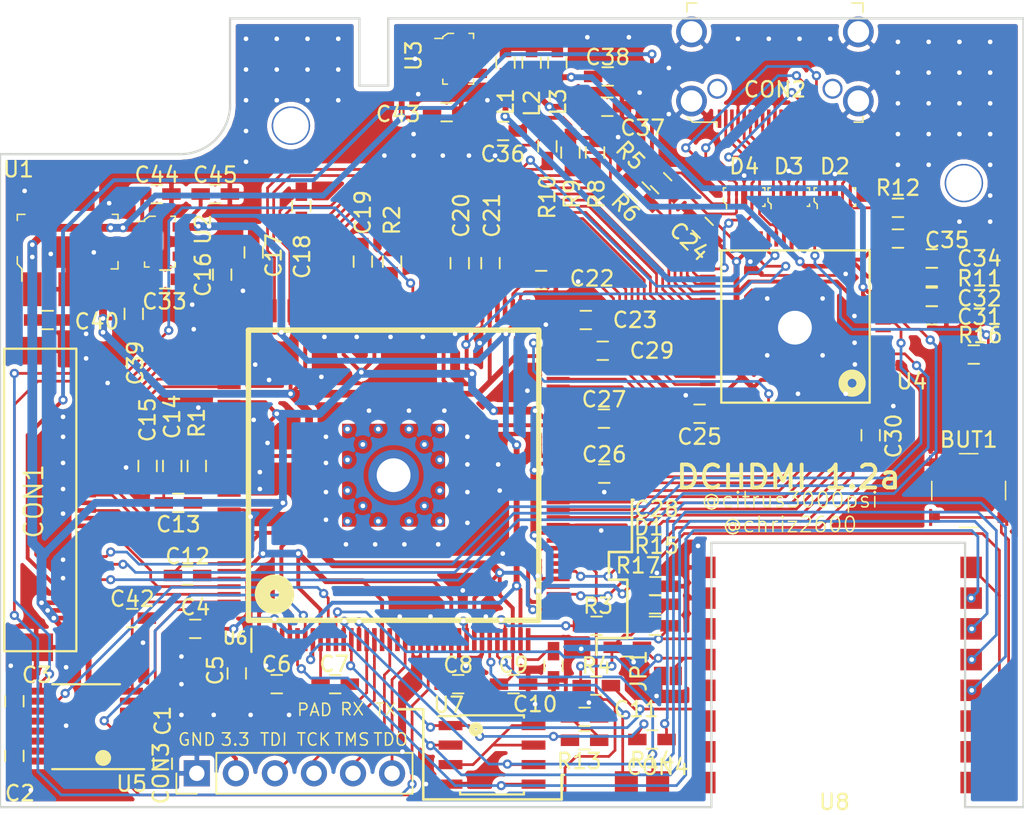
<source format=kicad_pcb>
(kicad_pcb (version 4) (host pcbnew 4.0.7)
  (layers (0 F.Cu signal) (31 B.Cu signal) (34 B.Paste user) (35 F.Paste user) (36 B.SilkS user) (37 F.SilkS user) (38 B.Mask user) (39 F.Mask user) (44 Edge.Cuts user hide))
  (net 0 "")
  (net 1 GND)
  (net 2 "Net-(BUT1-Pad3)")
  (net 3 +3V3)
  (net 4 +2.5)
  (net 5 +1.2)
  (net 6 "Net-(C24-Pad1)")
  (net 7 "Net-(C32-Pad1)")
  (net 8 "Net-(C33-Pad2)")
  (net 9 "Net-(C34-Pad1)")
  (net 10 "Net-(CON2-Pad9)")
  (net 11 "Net-(CON2-Pad8)")
  (net 12 "Net-(CON2-Pad6)")
  (net 13 "Net-(CON2-Pad5)")
  (net 14 "Net-(CON2-Pad3)")
  (net 15 "Net-(CON2-Pad2)")
  (net 16 "Net-(CON2-Pad11)")
  (net 17 "Net-(CON2-Pad12)")
  (net 18 /SCL)
  (net 19 /SDA)
  (net 20 "Net-(CON2-Pad17)")
  (net 21 "Net-(CON2-Pad19)")
  (net 22 /TDI)
  (net 23 /TCK)
  (net 24 /TMS)
  (net 25 /TDO)
  (net 26 "Net-(D1-Pad1)")
  (net 27 /nConf)
  (net 28 +1.8)
  (net 29 "Net-(R1-Pad1)")
  (net 30 "Net-(R2-Pad2)")
  (net 31 "Net-(R3-Pad1)")
  (net 32 /INT)
  (net 33 "Net-(R11-Pad1)")
  (net 34 /CS)
  (net 35 "Net-(R14-Pad1)")
  (net 36 "Net-(U3-Pad4)")
  (net 37 "Net-(U4-Pad2)")
  (net 38 "Net-(U4-Pad3)")
  (net 39 "Net-(U4-Pad4)")
  (net 40 /ADAT)
  (net 41 "Net-(U4-Pad6)")
  (net 42 "Net-(U4-Pad7)")
  (net 43 "Net-(U4-Pad8)")
  (net 44 /ABCK)
  (net 45 /ALRK)
  (net 46 "Net-(U4-Pad37)")
  (net 47 "Net-(U4-Pad38)")
  (net 48 "Net-(U4-Pad39)")
  (net 49 "Net-(U4-Pad40)")
  (net 50 "Net-(U4-Pad41)")
  (net 51 "Net-(U4-Pad42)")
  (net 52 "Net-(U4-Pad43)")
  (net 53 "Net-(U4-Pad44)")
  (net 54 "Net-(U4-Pad45)")
  (net 55 "Net-(U4-Pad46)")
  (net 56 "Net-(U4-Pad47)")
  (net 57 "Net-(U4-Pad48)")
  (net 58 "Net-(U4-Pad49)")
  (net 59 "Net-(U4-Pad50)")
  (net 60 "Net-(U4-Pad52)")
  (net 61 /ADVCLK)
  (net 62 "Net-(U4-Pad54)")
  (net 63 "Net-(U4-Pad55)")
  (net 64 "Net-(U4-Pad56)")
  (net 65 "Net-(U4-Pad57)")
  (net 66 "Net-(U4-Pad58)")
  (net 67 "Net-(U4-Pad59)")
  (net 68 "Net-(U4-Pad60)")
  (net 69 "Net-(U4-Pad61)")
  (net 70 "Net-(U4-Pad62)")
  (net 71 "Net-(U4-Pad63)")
  (net 72 "Net-(U4-Pad64)")
  (net 73 /X1)
  (net 74 "Net-(U5-Pad16)")
  (net 75 /S0)
  (net 76 /S3)
  (net 77 /S2)
  (net 78 /CLK)
  (net 79 /S1)
  (net 80 "Net-(U5-Pad15)")
  (net 81 /MOSI)
  (net 82 /DCLK)
  (net 83 /MISO)
  (net 84 /VCLK)
  (net 85 "Net-(U6-Pad24)")
  (net 86 "Net-(U6-Pad52)")
  (net 87 "Net-(U6-Pad53)")
  (net 88 "Net-(U6-Pad54)")
  (net 89 "Net-(U6-Pad55)")
  (net 90 "Net-(U6-Pad89)")
  (net 91 "Net-(U6-Pad90)")
  (net 92 "Net-(U6-Pad91)")
  (net 93 "Net-(CON1-Pad3)")
  (net 94 "Net-(CON1-Pad4)")
  (net 95 "Net-(CON1-Pad6)")
  (net 96 "Net-(CON1-Pad7)")
  (net 97 "Net-(CON1-Pad9)")
  (net 98 "Net-(CON1-Pad10)")
  (net 99 "Net-(CON1-Pad12)")
  (net 100 "Net-(CON1-Pad13)")
  (net 101 "Net-(U6-Pad126)")
  (net 102 "Net-(U6-Pad127)")
  (net 103 "Net-(U6-Pad128)")
  (net 104 "Net-(U6-Pad129)")
  (net 105 "Net-(CON1-Pad15)")
  (net 106 "Net-(CON1-Pad16)")
  (net 107 "Net-(CON1-Pad18)")
  (net 108 "Net-(CON1-Pad19)")
  (net 109 "Net-(CON1-Pad21)")
  (net 110 "Net-(CON1-Pad22)")
  (net 111 "Net-(CON1-Pad28)")
  (net 112 "Net-(U8-Pad2)")
  (net 113 "Net-(U8-Pad13)")
  (net 114 "Net-(U6-Pad25)")
  (net 115 /SCL_H)
  (net 116 /SDA_H)
  (net 117 "Net-(R16-Pad2)")
  (net 118 /+5)
  (net 119 /PAD1)
  (net 120 /PAD2)
  (net 121 /ESP_SCL)
  (net 122 /ESP_SDA)
  (net 123 "Net-(U8-Pad16)")
  (net 124 "Net-(U8-Pad15)")
  (module pads:via-3mm (layer F.Cu) (at 164.72 109.76)
    (fp_text reference "" (at 0 0.5) (layer F.SilkS))
    (fp_text value "")
    (pad 1 thru_hole circle (at 0 0) (size 0.6 0.6) (drill 0.3) (layers *.Cu) (net 1 GND))
  )
  (module pads:via-3mm (layer F.Cu) (at 177.6 96.19)
    (fp_text reference "" (at 0 0.5) (layer F.SilkS))
    (fp_text value "")
    (pad 1 thru_hole circle (at 0 0) (size 0.6 0.6) (drill 0.3) (layers *.Cu) (net 1 GND))
  )
  (module pads:via-3mm (layer F.Cu) (at 177.58 94.78)
    (fp_text reference "" (at 0 0.5) (layer F.SilkS))
    (fp_text value "")
    (pad 1 thru_hole circle (at 0 0) (size 0.6 0.6) (drill 0.3) (layers *.Cu) (net 1 GND))
  )
  (module pads:via-3mm (layer F.Cu) (at 177.57 93.04)
    (fp_text reference "" (at 0 0.5) (layer F.SilkS))
    (fp_text value "")
    (pad 1 thru_hole circle (at 0 0) (size 0.6 0.6) (drill 0.3) (layers *.Cu) (net 1 GND))
  )
  (module pads:2.3_hole_mount (layer F.Cu) (at 184.69 84.39)
    (fp_text reference "" (at 0 0.5) (layer F.SilkS))
    (fp_text value "")
    (pad "" thru_hole circle (at 0 0) (size 2.5 2.5) (drill 2.3) (layers *.Cu *.Mask))
  )
  (module pads:via-3mm (layer F.Cu) (at 138 83)
    (fp_text reference "" (at 0 0.5) (layer F.SilkS))
    (fp_text value "")
    (pad 1 thru_hole circle (at 0 0) (size 0.6 0.6) (drill 0.3) (layers *.Cu) (net 1 GND))
  )
  (module pads:via-3mm (layer F.Cu) (at 138 81)
    (fp_text reference "" (at 0 0.5) (layer F.SilkS))
    (fp_text value "")
    (pad 1 thru_hole circle (at 0 0) (size 0.6 0.6) (drill 0.3) (layers *.Cu) (net 1 GND))
  )
  (module pads:via-3mm (layer F.Cu) (at 138 79)
    (fp_text reference "" (at 0 0.5) (layer F.SilkS))
    (fp_text value "")
    (pad 1 thru_hole circle (at 0 0) (size 0.6 0.6) (drill 0.3) (layers *.Cu) (net 1 GND))
  )
  (module pads:via-3mm (layer F.Cu) (at 140 79)
    (fp_text reference "" (at 0 0.5) (layer F.SilkS))
    (fp_text value "")
    (pad 1 thru_hole circle (at 0 0) (size 0.6 0.6) (drill 0.3) (layers *.Cu) (net 1 GND))
  )
  (module pads:via-3mm (layer F.Cu) (at 142 79)
    (fp_text reference "" (at 0 0.5) (layer F.SilkS))
    (fp_text value "")
    (pad 1 thru_hole circle (at 0 0) (size 0.6 0.6) (drill 0.3) (layers *.Cu) (net 1 GND))
  )
  (module pads:via-3mm (layer F.Cu) (at 144 79)
    (fp_text reference "" (at 0 0.5) (layer F.SilkS))
    (fp_text value "")
    (pad 1 thru_hole circle (at 0 0) (size 0.6 0.6) (drill 0.3) (layers *.Cu) (net 1 GND))
  )
  (module pads:via-3mm (layer F.Cu) (at 144 77)
    (fp_text reference "" (at 0 0.5) (layer F.SilkS))
    (fp_text value "")
    (pad 1 thru_hole circle (at 0 0) (size 0.6 0.6) (drill 0.3) (layers *.Cu) (net 1 GND))
  )
  (module pads:via-3mm (layer F.Cu) (at 142 77)
    (fp_text reference "" (at 0 0.5) (layer F.SilkS))
    (fp_text value "")
    (pad 1 thru_hole circle (at 0 0) (size 0.6 0.6) (drill 0.3) (layers *.Cu) (net 1 GND))
  )
  (module pads:via-3mm (layer F.Cu) (at 140 77)
    (fp_text reference "" (at 0 0.5) (layer F.SilkS))
    (fp_text value "")
    (pad 1 thru_hole circle (at 0 0) (size 0.6 0.6) (drill 0.3) (layers *.Cu) (net 1 GND))
  )
  (module pads:via-3mm (layer F.Cu) (at 138 77)
    (fp_text reference "" (at 0 0.5) (layer F.SilkS))
    (fp_text value "")
    (pad 1 thru_hole circle (at 0 0) (size 0.6 0.6) (drill 0.3) (layers *.Cu) (net 1 GND))
  )
  (module pads:via-3mm (layer F.Cu) (at 144 75)
    (fp_text reference "" (at 0 0.5) (layer F.SilkS))
    (fp_text value "")
    (pad 1 thru_hole circle (at 0 0) (size 0.6 0.6) (drill 0.3) (layers *.Cu) (net 1 GND))
  )
  (module pads:via-3mm (layer F.Cu) (at 142 75)
    (fp_text reference "" (at 0 0.5) (layer F.SilkS))
    (fp_text value "")
    (pad 1 thru_hole circle (at 0 0) (size 0.6 0.6) (drill 0.3) (layers *.Cu) (net 1 GND))
  )
  (module pads:via-3mm (layer F.Cu) (at 140 75)
    (fp_text reference "" (at 0 0.5) (layer F.SilkS))
    (fp_text value "")
    (pad 1 thru_hole circle (at 0 0) (size 0.6 0.6) (drill 0.3) (layers *.Cu) (net 1 GND))
  )
  (module pads:via-3mm (layer F.Cu) (at 138 75)
    (fp_text reference "" (at 0 0.5) (layer F.SilkS))
    (fp_text value "")
    (pad 1 thru_hole circle (at 0 0) (size 0.6 0.6) (drill 0.3) (layers *.Cu) (net 1 GND))
  )
  (module pads:via-3mm (layer F.Cu) (at 170 75)
    (fp_text reference "" (at 0 0.5) (layer F.SilkS))
    (fp_text value "")
    (pad 1 thru_hole circle (at 0 0) (size 0.6 0.6) (drill 0.3) (layers *.Cu) (net 1 GND))
  )
  (module pads:via-3mm (layer F.Cu) (at 172 75)
    (fp_text reference "" (at 0 0.5) (layer F.SilkS))
    (fp_text value "")
    (pad 1 thru_hole circle (at 0 0) (size 0.6 0.6) (drill 0.3) (layers *.Cu) (net 1 GND))
  )
  (module pads:via-3mm (layer F.Cu) (at 176 75)
    (fp_text reference "" (at 0 0.5) (layer F.SilkS))
    (fp_text value "")
    (pad 1 thru_hole circle (at 0 0) (size 0.6 0.6) (drill 0.3) (layers *.Cu) (net 1 GND))
  )
  (module pads:via-3mm (layer F.Cu) (at 174 75)
    (fp_text reference "" (at 0 0.5) (layer F.SilkS))
    (fp_text value "")
    (pad 1 thru_hole circle (at 0 0) (size 0.6 0.6) (drill 0.3) (layers *.Cu) (net 1 GND))
  )
  (module pads:via-3mm (layer F.Cu) (at 171.9 91.9)
    (fp_text reference "" (at 0 0.5) (layer F.SilkS))
    (fp_text value "")
    (pad 1 thru_hole circle (at 0 0) (size 0.6 0.6) (drill 0.3) (layers *.Cu *.Mask) (net 1 GND))
  )
  (module pads:via-3mm (layer F.Cu) (at 171.9 95.6)
    (fp_text reference "" (at 0 0.5) (layer F.SilkS))
    (fp_text value "")
    (pad 1 thru_hole circle (at 0 0) (size 0.6 0.6) (drill 0.3) (layers *.Cu *.Mask) (net 1 GND))
  )
  (module pads:via-3mm (layer F.Cu) (at 175.5 95.6)
    (fp_text reference "" (at 0 0.5) (layer F.SilkS))
    (fp_text value "")
    (pad 1 thru_hole circle (at 0 0) (size 0.6 0.6) (drill 0.3) (layers *.Cu *.Mask) (net 1 GND))
  )
  (module pads:via-3mm (layer F.Cu) (at 175.5 91.9)
    (fp_text reference "" (at 0 0.5) (layer F.SilkS))
    (fp_text value "")
    (pad 1 thru_hole circle (at 0 0) (size 0.6 0.6) (drill 0.3) (layers *.Cu *.Mask) (net 1 GND))
  )
  (module pads:Via_Large (layer F.Cu) (at 173.7 93.8)
    (fp_text reference "" (at 0 0.5) (layer F.SilkS))
    (fp_text value "")
    (pad 1 thru_hole circle (at 0 0) (size 3 3) (drill 2.2) (layers *.Cu *.Mask) (net 1 GND))
  )
  (module pads:via-3mm (layer F.Cu) (at 163.6 78.5)
    (fp_text reference "" (at 0 0.5) (layer F.SilkS))
    (fp_text value "")
    (pad 1 thru_hole circle (at 0 0) (size 0.6 0.6) (drill 0.3) (layers *.Cu) (net 1 GND))
  )
  (module pads:via-3mm (layer F.Cu) (at 162.2 81.4)
    (fp_text reference "" (at 0 0.5) (layer F.SilkS))
    (fp_text value "")
    (pad 1 thru_hole circle (at 0 0) (size 0.6 0.6) (drill 0.3) (layers *.Cu) (net 1 GND))
  )
  (module pads:via-3mm (layer F.Cu) (at 165.5 79.9)
    (fp_text reference "" (at 0 0.5) (layer F.SilkS))
    (fp_text value "")
    (pad 1 thru_hole circle (at 0 0) (size 0.6 0.6) (drill 0.3) (layers *.Cu) (net 1 GND))
  )
  (module pads:via-3mm (layer F.Cu) (at 165.5 76.9)
    (fp_text reference "" (at 0 0.5) (layer F.SilkS))
    (fp_text value "")
    (pad 1 thru_hole circle (at 0 0) (size 0.6 0.6) (drill 0.3) (layers *.Cu) (net 1 GND))
  )
  (module pads:via-3mm (layer F.Cu) (at 162.9 74.9)
    (fp_text reference "" (at 0 0.5) (layer F.SilkS))
    (fp_text value "")
    (pad 1 thru_hole circle (at 0 0) (size 0.6 0.6) (drill 0.3) (layers *.Cu) (net 1 GND))
  )
  (module pads:via-3mm (layer F.Cu) (at 160.2 74.9)
    (fp_text reference "" (at 0 0.5) (layer F.SilkS))
    (fp_text value "")
    (pad 1 thru_hole circle (at 0 0) (size 0.6 0.6) (drill 0.3) (layers *.Cu) (net 1 GND))
  )
  (module pads:via-3mm (layer F.Cu) (at 149.7 123.5)
    (fp_text reference "" (at 0 0.5) (layer F.SilkS))
    (fp_text value "")
    (pad 1 thru_hole circle (at 0 0) (size 0.6 0.6) (drill 0.3) (layers *.Cu) (net 1 GND))
  )
  (module pads:via-3mm (layer F.Cu) (at 177 90.3)
    (fp_text reference "" (at 0 0.5) (layer F.SilkS))
    (fp_text value "")
    (pad 1 thru_hole circle (at 0 0) (size 0.6 0.6) (drill 0.3) (layers *.Cu) (net 1 GND))
  )
  (module pads:via-3mm (layer F.Cu) (at 173.9 98.1)
    (fp_text reference "" (at 0 0.5) (layer F.SilkS))
    (fp_text value "")
    (pad 1 thru_hole circle (at 0 0) (size 0.6 0.6) (drill 0.3) (layers *.Cu) (net 1 GND))
  )
  (module pads:via-3mm (layer F.Cu) (at 177 98.1)
    (fp_text reference "" (at 0 0.5) (layer F.SilkS))
    (fp_text value "")
    (pad 1 thru_hole circle (at 0 0) (size 0.6 0.6) (drill 0.3) (layers *.Cu) (net 1 GND))
  )
  (module pads:via-3mm (layer F.Cu) (at 153.2 94.8)
    (fp_text reference "" (at 0 0.5) (layer F.SilkS))
    (fp_text value "")
    (pad 1 thru_hole circle (at 0 0) (size 0.6 0.6) (drill 0.3) (layers *.Cu) (net 1 GND))
  )
  (module pads:via-3mm (layer F.Cu) (at 156.8 118.3)
    (fp_text reference "" (at 0 0.5 90) (layer F.SilkS))
    (fp_text value "")
    (pad 1 thru_hole circle (at 0 0) (size 0.6 0.6) (drill 0.3) (layers *.Cu) (net 1 GND))
  )
  (module pads:via-3mm (layer F.Cu) (at 160.3 118.2)
    (fp_text reference "" (at 0 0.5) (layer F.SilkS))
    (fp_text value "")
    (pad 1 thru_hole circle (at 0 0) (size 0.6 0.6) (drill 0.3) (layers *.Cu) (net 1 GND))
  )
  (module pads:via-3mm (layer F.Cu) (at 149.2 78.6)
    (fp_text reference "" (at 0 0.5) (layer F.SilkS))
    (fp_text value "")
    (pad 1 thru_hole circle (at 0 0) (size 0.6 0.6) (drill 0.3) (layers *.Cu) (net 1 GND))
  )
  (module pads:via-3mm (layer F.Cu) (at 149 76.3)
    (fp_text reference "" (at 0 0.5) (layer F.SilkS))
    (fp_text value "")
    (pad 1 thru_hole circle (at 0 0) (size 0.6 0.6) (drill 0.3) (layers *.Cu) (net 1 GND))
  )
  (module pads:via-3mm (layer F.Cu) (at 161.3 104.5)
    (fp_text reference "" (at 0 0.5) (layer F.SilkS))
    (fp_text value "")
    (pad 1 thru_hole circle (at 0 0) (size 0.6 0.6) (drill 0.3) (layers *.Cu) (net 1 GND))
  )
  (module pads:via-3mm (layer F.Cu) (at 161.1 107)
    (fp_text reference "" (at 0 0.5) (layer F.SilkS))
    (fp_text value "")
    (pad 1 thru_hole circle (at 0 0) (size 0.6 0.6) (drill 0.3) (layers *.Cu) (net 1 GND))
  )
  (module pads:via-3mm (layer F.Cu) (at 154.7 108.5)
    (fp_text reference "" (at 0 0.5) (layer F.SilkS))
    (fp_text value "")
    (pad 1 thru_hole circle (at 0 0) (size 0.6 0.6) (drill 0.3) (layers *.Cu) (net 1 GND))
  )
  (module pads:via-3mm (layer F.Cu) (at 138.3 106.1)
    (fp_text reference "" (at 0 0.5) (layer F.SilkS))
    (fp_text value "")
    (pad 1 thru_hole circle (at 0 0) (size 0.6 0.6) (drill 0.3) (layers *.Cu) (net 1 GND))
  )
  (module pads:via-3mm (layer F.Cu) (at 126.6 115.9)
    (fp_text reference "" (at 0 0.5) (layer F.SilkS))
    (fp_text value "")
    (pad 1 thru_hole circle (at -0.3 0) (size 0.6 0.6) (drill 0.3) (layers *.Cu) (net 1 GND))
  )
  (module pads:via-3mm (layer F.Cu) (at 122.7 115.8)
    (fp_text reference "" (at 0 0.5) (layer F.SilkS))
    (fp_text value "")
    (pad 1 thru_hole circle (at 0 0) (size 0.6 0.6) (drill 0.3) (layers *.Cu) (net 1 GND))
  )
  (module pads:via-3mm (layer F.Cu) (at 124 123.9)
    (fp_text reference "" (at 0 0.5) (layer F.SilkS))
    (fp_text value "")
    (pad 1 thru_hole circle (at 0 0) (size 0.6 0.6) (drill 0.3) (layers *.Cu) (net 1 GND))
  )
  (module pads:via-3mm (layer F.Cu) (at 139.3 115.8)
    (fp_text reference "" (at 0 0.5) (layer F.SilkS))
    (fp_text value "")
    (pad 1 thru_hole circle (at 0 0) (size 0.6 0.6) (drill 0.3) (layers *.Cu) (net 1 GND))
  )
  (module pads:via-3mm (layer F.Cu) (at 170.4 83.9)
    (fp_text reference "" (at 0 0.5) (layer F.SilkS))
    (fp_text value "")
    (pad 1 thru_hole circle (at 0 0) (size 0.6 0.6) (drill 0.3) (layers *.Cu) (net 1 GND))
  )
  (module pads:via-3mm (layer F.Cu) (at 173.3 83.6)
    (fp_text reference "" (at 0 0.5) (layer F.SilkS))
    (fp_text value "")
    (pad 1 thru_hole circle (at 0 0) (size 0.6 0.6) (drill 0.3) (layers *.Cu) (net 1 GND))
  )
  (module pads:via-3mm (layer F.Cu) (at 176.3 83.8)
    (fp_text reference "" (at 0 0.5) (layer F.SilkS))
    (fp_text value "")
    (pad 1 thru_hole circle (at 0 0) (size 0.6 0.6) (drill 0.3) (layers *.Cu) (net 1 GND))
  )
  (module pads:via-3mm (layer F.Cu) (at 167.4 108)
    (fp_text reference "" (at 0 0.5) (layer F.SilkS))
    (fp_text value "")
    (pad 1 thru_hole circle (at 0 0) (size 0.6 0.6) (drill 0.3) (layers *.Cu) (net 1 GND))
  )
  (module pads:via-3mm (layer F.Cu) (at 166.6 98.2)
    (fp_text reference "" (at 0 0.5) (layer F.SilkS))
    (fp_text value "")
    (pad 1 thru_hole circle (at 0 0) (size 0.6 0.6) (drill 0.3) (layers *.Cu) (net 1 GND))
  )
  (module pads:via-3mm (layer F.Cu) (at 170.8 89.5)
    (fp_text reference "" (at 0 0.5) (layer F.SilkS))
    (fp_text value "")
    (pad 1 thru_hole circle (at 0 0) (size 0.6 0.6) (drill 0.3) (layers *.Cu) (net 1 GND))
  )
  (module pads:via-3mm (layer F.Cu) (at 180.1 98.9)
    (fp_text reference "" (at 0 0.5) (layer F.SilkS))
    (fp_text value "")
    (pad 1 thru_hole circle (at 0 0) (size 0.6 0.6) (drill 0.3) (layers *.Cu) (net 1 GND))
  )
  (module pads:via-3mm (layer F.Cu) (at 131.3 114.3)
    (fp_text reference "" (at 0 0.5) (layer F.SilkS))
    (fp_text value "")
    (pad 1 thru_hole circle (at 0 0) (size 0.6 0.6) (drill 0.3) (layers *.Cu) (net 1 GND))
  )
  (module pads:via-3mm (layer F.Cu) (at 126.3 119.7)
    (fp_text reference "" (at 0 0.5) (layer F.SilkS))
    (fp_text value "")
    (pad 1 thru_hole circle (at 0 0) (size 0.6 0.6) (drill 0.3) (layers *.Cu) (net 1 GND))
  )
  (module pads:via-3mm (layer F.Cu) (at 145.2 94.4)
    (fp_text reference "" (at 0 0.5) (layer F.SilkS))
    (fp_text value "")
    (pad 1 thru_hole circle (at 0 0) (size 0.6 0.6) (drill 0.3) (layers *.Cu) (net 1 GND))
  )
  (module pads:via-3mm (layer F.Cu) (at 151.6 94.2)
    (fp_text reference "" (at 0 0.5) (layer F.SilkS))
    (fp_text value "")
    (pad 1 thru_hole circle (at 0 0) (size 0.6 0.6) (drill 0.3) (layers *.Cu) (net 1 GND))
  )
  (module pads:via-3mm (layer F.Cu) (at 129.1 85.7)
    (fp_text reference "" (at 0 0.5) (layer F.SilkS))
    (fp_text value "")
    (pad 1 thru_hole circle (at 0 0) (size 0.6 0.6) (drill 0.3) (layers *.Cu) (net 1 GND))
  )
  (module pads:via-3mm (layer F.Cu) (at 123.6 84.9)
    (fp_text reference "" (at 0 0.5) (layer F.SilkS))
    (fp_text value "")
    (pad 1 thru_hole circle (at 0 0) (size 0.6 0.6) (drill 0.3) (layers *.Cu) (net 1 GND))
  )
  (module pads:via-3mm (layer F.Cu) (at 125.3 89)
    (fp_text reference "" (at 0 0.5) (layer F.SilkS))
    (fp_text value "")
    (pad 1 thru_hole circle (at 0 0) (size 0.6 0.6) (drill 0.3) (layers *.Cu) (net 1 GND))
  )
  (module pads:via-3mm (layer F.Cu) (at 128.1 88.9)
    (fp_text reference "" (at 0 0.5) (layer F.SilkS))
    (fp_text value "")
    (pad 1 thru_hole circle (at 0 0) (size 0.6 0.6) (drill 0.3) (layers *.Cu) (net 1 GND))
  )
  (module pads:via-3mm (layer F.Cu) (at 127.6 94.2)
    (fp_text reference "" (at 0 0.5) (layer F.SilkS))
    (fp_text value "")
    (pad 1 thru_hole circle (at 0 0) (size 0.6 0.6) (drill 0.3) (layers *.Cu) (net 1 GND))
  )
  (module pads:via-3mm (layer F.Cu) (at 127.6 95.8)
    (fp_text reference "" (at 0 0.5) (layer F.SilkS))
    (fp_text value "")
    (pad 1 thru_hole circle (at 0 0) (size 0.6 0.6) (drill 0.3) (layers *.Cu) (net 1 GND))
  )
  (module pads:via-3mm (layer F.Cu) (at 137.8 91.4)
    (fp_text reference "" (at 0 0.5) (layer F.SilkS))
    (fp_text value "")
    (pad 1 thru_hole circle (at 0 0) (size 0.6 0.6) (drill 0.3) (layers *.Cu) (net 1 GND))
  )
  (module pads:via-3mm (layer F.Cu) (at 134.6 93.9)
    (fp_text reference "" (at 0 0.5) (layer F.SilkS))
    (fp_text value "")
    (pad 1 thru_hole circle (at 0 0) (size 0.6 0.6) (drill 0.3) (layers *.Cu) (net 1 GND))
  )
  (module pads:via-3mm (layer F.Cu) (at 134.5 92.3)
    (fp_text reference "" (at 0 0.5) (layer F.SilkS))
    (fp_text value "")
    (pad 1 thru_hole circle (at 0 0) (size 0.6 0.6) (drill 0.3) (layers *.Cu) (net 1 GND))
  )
  (module pads:via-3mm (layer F.Cu) (at 153.7 79)
    (fp_text reference "" (at 0 0.5) (layer F.SilkS))
    (fp_text value "")
    (pad 1 thru_hole circle (at 0 0) (size 0.6 0.6) (drill 0.3) (layers *.Cu) (net 1 GND))
  )
  (module pads:via-3mm (layer F.Cu) (at 148.9 81.2)
    (fp_text reference "" (at 0 0.5) (layer F.SilkS))
    (fp_text value "")
    (pad 1 thru_hole circle (at 0 0) (size 0.6 0.6) (drill 0.3) (layers *.Cu) (net 1 GND))
  )
  (module pads:via-3mm (layer F.Cu) (at 147 82.6)
    (fp_text reference "" (at 0 0.5) (layer F.SilkS))
    (fp_text value "")
    (pad 1 thru_hole circle (at 0 0) (size 0.6 0.6) (drill 0.3) (layers *.Cu) (net 1 GND))
  )
  (module pads:via-3mm (layer F.Cu) (at 148.9 82.6)
    (fp_text reference "" (at 0 0.5) (layer F.SilkS))
    (fp_text value "")
    (pad 1 thru_hole circle (at 0 0) (size 0.6 0.6) (drill 0.3) (layers *.Cu) (net 1 GND))
  )
  (module pads:via-3mm (layer F.Cu) (at 150.8 82.6)
    (fp_text reference "" (at 0 0.5) (layer F.SilkS))
    (fp_text value "")
    (pad 1 thru_hole circle (at 0 0) (size 0.6 0.6) (drill 0.3) (layers *.Cu) (net 1 GND))
  )
  (module pads:via-3mm (layer F.Cu) (at 152.5 82.6)
    (fp_text reference "" (at 0 0.5) (layer F.SilkS))
    (fp_text value "")
    (pad 1 thru_hole circle (at 0 0) (size 0.6 0.6) (drill 0.3) (layers *.Cu) (net 1 GND))
  )
  (module pads:via-3mm (layer F.Cu) (at 154.2 82.6)
    (fp_text reference "" (at 0 0.5) (layer F.SilkS))
    (fp_text value "")
    (pad 1 thru_hole circle (at 0 0) (size 0.6 0.6) (drill 0.3) (layers *.Cu) (net 1 GND))
  )
  (module pads:via-3mm (layer F.Cu) (at 152.3 115.8)
    (fp_text reference "" (at 0 0.5) (layer F.SilkS))
    (fp_text value "")
    (pad 1 thru_hole circle (at 0 0) (size 0.6 0.6) (drill 0.3) (layers *.Cu) (net 1 GND))
  )
  (module pads:via-3mm (layer F.Cu) (at 159.8 114.7)
    (fp_text reference "" (at 0 0.5) (layer F.SilkS))
    (fp_text value "")
    (pad 1 thru_hole circle (at 0 0) (size 0.6 0.6) (drill 0.3) (layers *.Cu) (net 1 GND))
  )
  (module pads:via-3mm (layer F.Cu) (at 164.7 117.77)
    (fp_text reference "" (at 0 0.5) (layer F.SilkS))
    (fp_text value "")
    (pad 1 thru_hole circle (at 0 0) (size 0.6 0.6) (drill 0.3) (layers *.Cu) (net 1 GND))
  )
  (module pads:via-3mm (layer F.Cu) (at 130.2 102.9)
    (fp_text reference "" (at 0 0.5) (layer F.SilkS))
    (fp_text value "")
    (pad 1 thru_hole circle (at 0 0) (size 0.6 0.6) (drill 0.3) (layers *.Cu) (net 1 GND))
  )
  (module pads:via-3mm (layer F.Cu) (at 134.9 99)
    (fp_text reference "" (at 0 0.5) (layer F.SilkS))
    (fp_text value "")
    (pad 1 thru_hole circle (at 0 0) (size 0.6 0.6) (drill 0.3) (layers *.Cu) (net 1 GND))
  )
  (module pads:via-3mm (layer F.Cu) (at 129 97.4)
    (fp_text reference "" (at 0 0.5) (layer F.SilkS))
    (fp_text value "")
    (pad 1 thru_hole circle (at 0 0) (size 0.6 0.6) (drill 0.3) (layers *.Cu) (net 1 GND))
  )
  (module pads:via-3mm (layer F.Cu) (at 126.1 99.6)
    (fp_text reference "" (at 0 0.5) (layer F.SilkS))
    (fp_text value "")
    (pad 1 thru_hole circle (at 0 0) (size 0.6 0.6) (drill 0.3) (layers *.Cu) (net 1 GND))
  )
  (module pads:via-3mm (layer F.Cu) (at 126.1 100.9)
    (fp_text reference "" (at 0 0.5) (layer F.SilkS))
    (fp_text value "")
    (pad 1 thru_hole circle (at 0 0) (size 0.6 0.6) (drill 0.3) (layers *.Cu) (net 1 GND))
  )
  (module pads:via-3mm (layer F.Cu) (at 126.1 102.6)
    (fp_text reference "" (at 0 0.5) (layer F.SilkS))
    (fp_text value "")
    (pad 1 thru_hole circle (at 0 0) (size 0.6 0.6) (drill 0.3) (layers *.Cu) (net 1 GND))
  )
  (module pads:via-3mm (layer F.Cu) (at 126.1 104.3)
    (fp_text reference "" (at 0 0.5) (layer F.SilkS))
    (fp_text value "")
    (pad 1 thru_hole circle (at 0 0) (size 0.6 0.6) (drill 0.3) (layers *.Cu) (net 1 GND))
  )
  (module pads:via-3mm (layer F.Cu) (at 126.1 105.9)
    (fp_text reference "" (at 0 0.5) (layer F.SilkS))
    (fp_text value "")
    (pad 1 thru_hole circle (at 0 0) (size 0.6 0.6) (drill 0.3) (layers *.Cu) (net 1 GND))
  )
  (module pads:via-3mm (layer F.Cu) (at 126.1 108.9)
    (fp_text reference "" (at 0 0.5) (layer F.SilkS))
    (fp_text value "")
    (pad 1 thru_hole circle (at 0 0) (size 0.6 0.6) (drill 0.3) (layers *.Cu) (net 1 GND))
  )
  (module pads:via-3mm (layer F.Cu) (at 126.1 110.1)
    (fp_text reference "" (at 0 0.5) (layer F.SilkS))
    (fp_text value "")
    (pad 1 thru_hole circle (at 0 0) (size 0.6 0.6) (drill 0.3) (layers *.Cu) (net 1 GND))
  )
  (module pads:via-3mm (layer F.Cu) (at 138.3 119)
    (fp_text reference "" (at 0 0.5) (layer F.SilkS))
    (fp_text value "")
    (pad 1 thru_hole circle (at 0 0) (size 0.6 0.6) (drill 0.3) (layers *.Cu) (net 1 GND))
  )
  (module pads:via-3mm (layer F.Cu) (at 140.8 119)
    (fp_text reference "" (at 0 0.5) (layer F.SilkS))
    (fp_text value "")
    (pad 1 thru_hole circle (at 0 0) (size 0.6 0.6) (drill 0.3) (layers *.Cu) (net 1 GND))
  )
  (module pads:via-3mm (layer F.Cu) (at 135.9 119)
    (fp_text reference "" (at 0 0.5) (layer F.SilkS))
    (fp_text value "")
    (pad 1 thru_hole circle (at 0 0) (size 0.6 0.6) (drill 0.3) (layers *.Cu) (net 1 GND))
  )
  (module pads:via-3mm (layer F.Cu) (at 133.8 119)
    (fp_text reference "" (at 0 0.5) (layer F.SilkS))
    (fp_text value "")
    (pad 1 thru_hole circle (at 0 0) (size 0.6 0.6) (drill 0.3) (layers *.Cu) (net 1 GND))
  )
  (module pads:via-3mm (layer F.Cu) (at 133.8 117)
    (fp_text reference "" (at 0 0.5) (layer F.SilkS))
    (fp_text value "")
    (pad 1 thru_hole circle (at 0 0) (size 0.6 0.6) (drill 0.3) (layers *.Cu) (net 1 GND))
  )
  (module pads:via-3mm (layer F.Cu) (at 133.8 115.2)
    (fp_text reference "" (at 0 0.5) (layer F.SilkS))
    (fp_text value "")
    (pad 1 thru_hole circle (at 0 0) (size 0.6 0.6) (drill 0.3) (layers *.Cu) (net 1 GND))
  )
  (module pads:via-3mm (layer F.Cu) (at 152.1 110.9)
    (fp_text reference "" (at 0 0.5) (layer F.SilkS))
    (fp_text value "")
    (pad 1 thru_hole circle (at 0 0) (size 0.6 0.6) (drill 0.3) (layers *.Cu) (net 1 GND))
  )
  (module pads:via-3mm (layer F.Cu) (at 153.6 112.6)
    (fp_text reference "" (at 0 0.5) (layer F.SilkS))
    (fp_text value "")
    (pad 1 thru_hole circle (at 0 0) (size 0.6 0.6) (drill 0.3) (layers *.Cu) (net 1 GND))
  )
  (module pads:via-3mm (layer F.Cu) (at 150 112.6)
    (fp_text reference "" (at 0 0.5) (layer F.SilkS))
    (fp_text value "")
    (pad 1 thru_hole circle (at 0 0) (size 0.6 0.6) (drill 0.3) (layers *.Cu) (net 1 GND))
  )
  (module pads:via-3mm (layer F.Cu) (at 148 112.6)
    (fp_text reference "" (at 0 0.5) (layer F.SilkS))
    (fp_text value "")
    (pad 1 thru_hole circle (at 0 0) (size 0.6 0.6) (drill 0.3) (layers *.Cu) (net 1 GND))
  )
  (module pads:via-3mm (layer F.Cu) (at 159.6 90.8)
    (fp_text reference "" (at 0 0.5) (layer F.SilkS))
    (fp_text value "")
    (pad 1 thru_hole circle (at 0 0) (size 0.6 0.6) (drill 0.3) (layers *.Cu) (net 1 GND))
  )
  (module pads:via-3mm (layer F.Cu) (at 157.5 93.6)
    (fp_text reference "" (at 0 0.5) (layer F.SilkS))
    (fp_text value "")
    (pad 1 thru_hole circle (at 0 0) (size 0.6 0.6) (drill 0.3) (layers *.Cu) (net 1 GND))
  )
  (module pads:via-3mm (layer F.Cu) (at 156.3 97.9)
    (fp_text reference "" (at 0 0.5) (layer F.SilkS))
    (fp_text value "")
    (pad 1 thru_hole circle (at 0 0) (size 0.6 0.6) (drill 0.3) (layers *.Cu) (net 1 GND))
  )
  (module pads:via-3mm (layer F.Cu) (at 154.5 104.4)
    (fp_text reference "" (at 0 0.5) (layer F.SilkS))
    (fp_text value "")
    (pad 1 thru_hole circle (at 0 0) (size 0.6 0.6) (drill 0.3) (layers *.Cu) (net 1 GND))
  )
  (module pads:via-3mm (layer F.Cu) (at 154.4 102.7)
    (fp_text reference "" (at 0 0.5) (layer F.SilkS))
    (fp_text value "")
    (pad 1 thru_hole circle (at 0 0) (size 0.6 0.6) (drill 0.3) (layers *.Cu) (net 1 GND))
  )
  (module pads:via-3mm (layer F.Cu) (at 146 99.2)
    (fp_text reference "" (at 0 0.5) (layer F.SilkS))
    (fp_text value "")
    (pad 1 thru_hole circle (at 0 0) (size 0.6 0.6) (drill 0.3) (layers *.Cu) (net 1 GND))
  )
  (module pads:via-3mm (layer F.Cu) (at 148.6 99.2)
    (fp_text reference "" (at 0 0.5) (layer F.SilkS))
    (fp_text value "")
    (pad 1 thru_hole circle (at 0 0) (size 0.6 0.6) (drill 0.3) (layers *.Cu) (net 1 GND))
  )
  (module pads:via-3mm (layer F.Cu) (at 150.9 99.2)
    (fp_text reference "" (at 0 0.5) (layer F.SilkS))
    (fp_text value "")
    (pad 1 thru_hole circle (at 0 0) (size 0.6 0.6) (drill 0.3) (layers *.Cu) (net 1 GND))
  )
  (module pads:via-3mm (layer F.Cu) (at 152.4 100.9)
    (fp_text reference "" (at 0 0.5) (layer F.SilkS))
    (fp_text value "")
    (pad 1 thru_hole circle (at 0 0) (size 0.6 0.6) (drill 0.3) (layers *.Cu) (net 1 GND))
  )
  (module pads:via-3mm (layer F.Cu) (at 152.4 102.7)
    (fp_text reference "" (at 0 0.5) (layer F.SilkS))
    (fp_text value "")
    (pad 1 thru_hole circle (at 0 0) (size 0.6 0.6) (drill 0.3) (layers *.Cu) (net 1 GND))
  )
  (module pads:via-3mm (layer F.Cu) (at 152.4 104.5)
    (fp_text reference "" (at 0 0.5) (layer F.SilkS))
    (fp_text value "")
    (pad 1 thru_hole circle (at 0 0) (size 0.6 0.6) (drill 0.3) (layers *.Cu) (net 1 GND))
  )
  (module pads:via-3mm (layer F.Cu) (at 152.4 106.5)
    (fp_text reference "" (at 0 0.5) (layer F.SilkS))
    (fp_text value "")
    (pad 1 thru_hole circle (at 0 0) (size 0.6 0.6) (drill 0.3) (layers *.Cu) (net 1 GND))
  )
  (module pads:via-3mm (layer F.Cu) (at 150.5 107.9)
    (fp_text reference "" (at 0 0.5) (layer F.SilkS))
    (fp_text value "")
    (pad 1 thru_hole circle (at 0 0) (size 0.6 0.6) (drill 0.3) (layers *.Cu) (net 1 GND))
  )
  (module pads:via-3mm (layer F.Cu) (at 148.3 107.9)
    (fp_text reference "" (at 0 0.5) (layer F.SilkS))
    (fp_text value "")
    (pad 1 thru_hole circle (at 0 0) (size 0.6 0.6) (drill 0.3) (layers *.Cu) (net 1 GND))
  )
  (module pads:via-3mm (layer F.Cu) (at 146.4 107.9)
    (fp_text reference "" (at 0 0.5) (layer F.SilkS))
    (fp_text value "")
    (pad 1 thru_hole circle (at 0 0) (size 0.6 0.6) (drill 0.3) (layers *.Cu) (net 1 GND))
  )
  (module pads:via-3mm (layer F.Cu) (at 144.5 107.9)
    (fp_text reference "" (at 0 0.5) (layer F.SilkS))
    (fp_text value "")
    (pad 1 thru_hole circle (at 0 0) (size 0.6 0.6) (drill 0.3) (layers *.Cu) (net 1 GND))
  )
  (module pads:via-3mm (layer F.Cu) (at 143.2 106.3)
    (fp_text reference "" (at 0 0.5) (layer F.SilkS))
    (fp_text value "")
    (pad 1 thru_hole circle (at 0 0) (size 0.6 0.6) (drill 0.3) (layers *.Cu) (net 1 GND))
  )
  (module pads:via-3mm (layer F.Cu) (at 143.2 104.5)
    (fp_text reference "" (at 0 0.5) (layer F.SilkS))
    (fp_text value "")
    (pad 1 thru_hole circle (at 0 0) (size 0.6 0.6) (drill 0.3) (layers *.Cu) (net 1 GND))
  )
  (module pads:via-3mm (layer F.Cu) (at 143.2 102.6)
    (fp_text reference "" (at 0 0.5) (layer F.SilkS))
    (fp_text value "")
    (pad 1 thru_hole circle (at 0 0) (size 0.6 0.6) (drill 0.3) (layers *.Cu) (net 1 GND))
  )
  (module pads:via-3mm (layer F.Cu) (at 143.2 100.9)
    (fp_text reference "" (at 0 0.5) (layer F.SilkS))
    (fp_text value "")
    (pad 1 thru_hole circle (at 0 0) (size 0.6 0.6) (drill 0.3) (layers *.Cu) (net 1 GND))
  )
  (module pads:via-3mm (layer F.Cu) (at 138.9 104.3)
    (fp_text reference "" (at 0 0.5) (layer F.SilkS))
    (fp_text value "")
    (pad 1 thru_hole circle (at 0 0) (size 0.6 0.6) (drill 0.3) (layers *.Cu) (net 1 GND))
  )
  (module pads:via-3mm (layer F.Cu) (at 138.9 103.2)
    (fp_text reference "" (at 0 0.5) (layer F.SilkS))
    (fp_text value "")
    (pad 1 thru_hole circle (at 0 0) (size 0.6 0.6) (drill 0.3) (layers *.Cu) (net 1 GND))
  )
  (module pads:via-3mm (layer F.Cu) (at 139.4 101.3)
    (fp_text reference "" (at 0 0.5) (layer F.SilkS))
    (fp_text value "")
    (pad 1 thru_hole circle (at 0 0) (size 0.6 0.6) (drill 0.3) (layers *.Cu) (net 1 GND))
  )
  (module pads:via-3mm (layer F.Cu) (at 138.5 99.8)
    (fp_text reference "" (at 0 0.5) (layer F.SilkS))
    (fp_text value "")
    (pad 1 thru_hole circle (at 0 0) (size 0.6 0.6) (drill 0.3) (layers *.Cu) (net 1 GND))
  )
  (module pads:via-3mm (layer F.Cu) (at 139.5 97.2)
    (fp_text reference "" (at 0 0.5) (layer F.SilkS))
    (fp_text value "")
    (pad 1 thru_hole circle (at 0 0) (size 0.6 0.6) (drill 0.3) (layers *.Cu) (net 1 GND))
  )
  (module pads:via-3mm (layer F.Cu) (at 138.6 96.2)
    (fp_text reference "" (at 0 0.5) (layer F.SilkS))
    (fp_text value "")
    (pad 1 thru_hole circle (at 0 0) (size 0.6 0.6) (drill 0.3) (layers *.Cu) (net 1 GND))
  )
  (module pads:via-3mm (layer F.Cu) (at 142.9 97)
    (fp_text reference "" (at 0 0.5) (layer F.SilkS))
    (fp_text value "")
    (pad 1 thru_hole circle (at 0 0) (size 0.6 0.6) (drill 0.3) (layers *.Cu) (net 1 GND))
  )
  (module pads:via-3mm (layer F.Cu) (at 143.1 94.4)
    (fp_text reference "" (at 0 0.5) (layer F.SilkS))
    (fp_text value "")
    (pad 1 thru_hole circle (at 0 0) (size 0.6 0.6) (drill 0.3) (layers *.Cu) (net 1 GND))
  )
  (module pads:via-3mm (layer F.Cu) (at 149.5 94.4)
    (fp_text reference "" (at 0 0.5) (layer F.SilkS))
    (fp_text value "")
    (pad 1 thru_hole circle (at 0 0) (size 0.6 0.6) (drill 0.3) (layers *.Cu) (net 1 GND))
  )
  (module pads:via-3mm (layer F.Cu) (at 147.4 94.4)
    (fp_text reference "" (at 0 0.5) (layer F.SilkS))
    (fp_text value "")
    (pad 1 thru_hole circle (at 0 0) (size 0.6 0.6) (drill 0.3) (layers *.Cu) (net 1 GND))
  )
  (module pads:via-3mm (layer F.Cu) (at 186.4 83.2)
    (fp_text reference "" (at 0 0.5) (layer F.SilkS))
    (fp_text value "")
    (pad 1 thru_hole circle (at 0 0) (size 0.6 0.6) (drill 0.3) (layers *.Cu) (net 1 GND))
  )
  (module pads:via-3mm (layer F.Cu) (at 182.4 83.2)
    (fp_text reference "" (at 0 0.5) (layer F.SilkS))
    (fp_text value "")
    (pad 1 thru_hole circle (at 0 0) (size 0.6 0.6) (drill 0.3) (layers *.Cu) (net 1 GND))
  )
  (module pads:via-3mm (layer F.Cu) (at 180.4 83.2)
    (fp_text reference "" (at 0 0.5) (layer F.SilkS))
    (fp_text value "")
    (pad 1 thru_hole circle (at 0 0) (size 0.6 0.6) (drill 0.3) (layers *.Cu) (net 1 GND))
  )
  (module pads:via-3mm (layer F.Cu) (at 186.4 81.2)
    (fp_text reference "" (at 0 0.5) (layer F.SilkS))
    (fp_text value "" hide)
    (pad 1 thru_hole circle (at 0 0) (size 0.6 0.6) (drill 0.3) (layers *.Cu) (net 1 GND))
  )
  (module pads:via-3mm (layer F.Cu) (at 184.4 81.2)
    (fp_text reference "" (at 0 0.5) (layer F.SilkS))
    (fp_text value "")
    (pad 1 thru_hole circle (at 0 0) (size 0.6 0.6) (drill 0.3) (layers *.Cu) (net 1 GND))
  )
  (module pads:via-3mm (layer F.Cu) (at 182.4 81.2)
    (fp_text reference "" (at 0 0.5) (layer F.SilkS))
    (fp_text value "")
    (pad 1 thru_hole circle (at 0 0) (size 0.6 0.6) (drill 0.3) (layers *.Cu) (net 1 GND))
  )
  (module pads:via-3mm (layer F.Cu) (at 180.4 81.2)
    (fp_text reference "" (at 0 0.5) (layer F.SilkS))
    (fp_text value "")
    (pad 1 thru_hole circle (at 0 0) (size 0.6 0.6) (drill 0.3) (layers *.Cu) (net 1 GND))
  )
  (module pads:via-3mm (layer F.Cu) (at 186.4 79.2)
    (fp_text reference "" (at 0 0.5) (layer F.SilkS))
    (fp_text value "" hide)
    (pad 1 thru_hole circle (at 0 0) (size 0.6 0.6) (drill 0.3) (layers *.Cu) (net 1 GND))
  )
  (module pads:via-3mm (layer F.Cu) (at 184.4 79.2)
    (fp_text reference "" (at 0 0.5) (layer F.SilkS))
    (fp_text value "")
    (pad 1 thru_hole circle (at 0 0) (size 0.6 0.6) (drill 0.3) (layers *.Cu) (net 1 GND))
  )
  (module pads:via-3mm (layer F.Cu) (at 182.4 79.2)
    (fp_text reference "" (at 0 0.5) (layer F.SilkS))
    (fp_text value "")
    (pad 1 thru_hole circle (at 0 0) (size 0.6 0.6) (drill 0.3) (layers *.Cu) (net 1 GND))
  )
  (module pads:via-3mm (layer F.Cu) (at 180.4 79.2)
    (fp_text reference "" (at 0 0.5) (layer F.SilkS))
    (fp_text value "")
    (pad 1 thru_hole circle (at 0 0) (size 0.6 0.6) (drill 0.3) (layers *.Cu) (net 1 GND))
  )
  (module pads:via-3mm (layer F.Cu) (at 186.4 77.2)
    (fp_text reference "" (at 0 0.5) (layer F.SilkS))
    (fp_text value "" hide)
    (pad 1 thru_hole circle (at 0 0) (size 0.6 0.6) (drill 0.3) (layers *.Cu) (net 1 GND))
  )
  (module pads:via-3mm (layer F.Cu) (at 184.4 77.2)
    (fp_text reference "" (at 0 0.5) (layer F.SilkS))
    (fp_text value "")
    (pad 1 thru_hole circle (at 0 0) (size 0.6 0.6) (drill 0.3) (layers *.Cu) (net 1 GND))
  )
  (module pads:via-3mm (layer F.Cu) (at 182.4 77.2)
    (fp_text reference "" (at 0 0.5) (layer F.SilkS))
    (fp_text value "")
    (pad 1 thru_hole circle (at 0 0) (size 0.6 0.6) (drill 0.3) (layers *.Cu) (net 1 GND))
  )
  (module pads:via-3mm (layer F.Cu) (at 180.4 77.2)
    (fp_text reference "" (at 0 0.5) (layer F.SilkS))
    (fp_text value "")
    (pad 1 thru_hole circle (at 0 0) (size 0.6 0.6) (drill 0.3) (layers *.Cu) (net 1 GND))
  )
  (module pads:via-3mm (layer F.Cu) (at 186.4 75.2)
    (fp_text reference "" (at 0 0.5) (layer F.SilkS))
    (fp_text value "" hide)
    (pad 1 thru_hole circle (at 0 0) (size 0.6 0.6) (drill 0.3) (layers *.Cu) (net 1 GND))
  )
  (module pads:via-3mm (layer F.Cu) (at 184.4 75.2)
    (fp_text reference "" (at 0 0.5) (layer F.SilkS))
    (fp_text value "")
    (pad 1 thru_hole circle (at 0 0) (size 0.6 0.6) (drill 0.3) (layers *.Cu) (net 1 GND))
  )
  (module pads:via-3mm (layer F.Cu) (at 182.4 75.2)
    (fp_text reference "" (at 0 0.5) (layer F.SilkS))
    (fp_text value "")
    (pad 1 thru_hole circle (at 0 0) (size 0.6 0.6) (drill 0.3) (layers *.Cu) (net 1 GND))
  )
  (module pads:via-3mm (layer F.Cu) (at 186.4 86.9)
    (fp_text reference "" (at 0 0.5) (layer F.SilkS))
    (fp_text value "")
    (pad 1 thru_hole circle (at 0 0) (size 0.6 0.6) (drill 0.3) (layers *.Cu) (net 1 GND))
  )
  (module pads:via-3mm (layer F.Cu) (at 186.4 85.2)
    (fp_text reference "" (at 0 0.5) (layer F.SilkS))
    (fp_text value "")
    (pad 1 thru_hole circle (at 0 0) (size 0.6 0.6) (drill 0.3) (layers *.Cu) (net 1 GND))
  )
  (module pads:via-3mm (layer F.Cu) (at 184.4 86.9)
    (fp_text reference "" (at 0 0.5) (layer F.SilkS))
    (fp_text value "")
    (pad 1 thru_hole circle (at 0 0) (size 0.6 0.6) (drill 0.3) (layers *.Cu) (net 1 GND))
  )
  (module digikey-footprints:Switch_4.5x4.5mm_SMD_TL3315NF160Q (layer F.Cu) (at 185 104.4)
    (fp_text reference BUT1 (at 0 -3.31) (layer F.SilkS))
    (fp_text value TL3315NF100Q)
    (pad 1 smd rect (at -2.475 -1.75) (size 0.2 1.1) (layers F.Cu F.Paste F.Mask) (net 1 GND))
    (pad 4 smd rect (at 2.475 1.75) (size 0.2 1.1) (layers F.Cu F.Paste F.Mask) (net 2 "Net-(BUT1-Pad3)"))
    (pad 3 smd rect (at -2.475 1.75) (size 0.2 1.1) (layers F.Cu F.Paste F.Mask) (net 2 "Net-(BUT1-Pad3)"))
    (pad 2 smd rect (at 2.475 -1.75) (size 0.2 1.1) (layers F.Cu F.Paste F.Mask) (net 1 GND))
    (pad 1 smd rect (at -2.125 -1.75) (size 0.5 0.7) (layers F.Cu F.Paste F.Mask) (net 1 GND))
    (pad 2 smd rect (at 2.125 -1.75) (size 0.5 0.7) (layers F.Cu F.Paste F.Mask) (net 1 GND))
    (pad 3 smd rect (at -2.125 1.75) (size 0.5 0.7) (layers F.Cu F.Paste F.Mask) (net 2 "Net-(BUT1-Pad3)"))
    (pad 4 smd rect (at 2.125 1.75) (size 0.5 0.7) (layers F.Cu F.Paste F.Mask) (net 2 "Net-(BUT1-Pad3)"))
  )
  (module Capacitors_SMD:C_0603_HandSoldering (layer F.Cu) (at 132.588 122.174 270)
    (fp_text reference C1 (at -2.794 0 270) (layer F.SilkS))
    (fp_text value .1u)
    (pad 1 smd rect (at -0.95 0 270) (size 1.2 0.75) (layers F.Cu F.Paste F.Mask) (net 3 +3V3))
    (pad 2 smd rect (at 0.95 0 270) (size 1.2 0.75) (layers F.Cu F.Paste F.Mask) (net 1 GND))
  )
  (module Capacitors_SMD:C_0603_HandSoldering (layer F.Cu) (at 122.936 121.666 270)
    (fp_text reference C2 (at 2.434 -0.364 360) (layer F.SilkS))
    (fp_text value .1u)
    (pad 1 smd rect (at -0.95 0 270) (size 1.2 0.75) (layers F.Cu F.Paste F.Mask) (net 3 +3V3))
    (pad 2 smd rect (at 0.95 0 270) (size 1.2 0.75) (layers F.Cu F.Paste F.Mask) (net 1 GND))
  )
  (module Capacitors_SMD:C_0603_HandSoldering (layer F.Cu) (at 122.936 118.11 90)
    (fp_text reference C3 (at 1.71 1.464 180) (layer F.SilkS))
    (fp_text value .1u)
    (pad 1 smd rect (at -0.95 0 90) (size 1.2 0.75) (layers F.Cu F.Paste F.Mask) (net 3 +3V3))
    (pad 2 smd rect (at 0.95 0 90) (size 1.2 0.75) (layers F.Cu F.Paste F.Mask) (net 1 GND))
  )
  (module Capacitors_SMD:C_0603_HandSoldering (layer F.Cu) (at 134.7 113.4 180)
    (fp_text reference C4 (at 0 1.4 180) (layer F.SilkS))
    (fp_text value .1u)
    (pad 1 smd rect (at -0.95 0 180) (size 1.2 0.75) (layers F.Cu F.Paste F.Mask) (net 4 +2.5))
    (pad 2 smd rect (at 0.95 0 180) (size 1.2 0.75) (layers F.Cu F.Paste F.Mask) (net 1 GND))
  )
  (module Capacitors_SMD:C_0603_HandSoldering (layer F.Cu) (at 137.4 116.3 270)
    (fp_text reference C5 (at -0.2 1.4 270) (layer F.SilkS))
    (fp_text value .1u)
    (pad 1 smd rect (at -0.95 0 270) (size 1.2 0.75) (layers F.Cu F.Paste F.Mask) (net 5 +1.2))
    (pad 2 smd rect (at 0.95 0 270) (size 1.2 0.75) (layers F.Cu F.Paste F.Mask) (net 1 GND))
  )
  (module Capacitors_SMD:C_0603_HandSoldering (layer F.Cu) (at 140 117 180)
    (fp_text reference C6 (at 0.01 1.3 180) (layer F.SilkS))
    (fp_text value .1u)
    (pad 1 smd rect (at -0.95 0 180) (size 1.2 0.75) (layers F.Cu F.Paste F.Mask) (net 5 +1.2))
    (pad 2 smd rect (at 0.95 0 180) (size 1.2 0.75) (layers F.Cu F.Paste F.Mask) (net 1 GND))
  )
  (module Capacitors_SMD:C_0603_HandSoldering (layer F.Cu) (at 143.8 117)
    (fp_text reference C7 (at -0.06 -1.31) (layer F.SilkS))
    (fp_text value .1u)
    (pad 1 smd rect (at -0.95 0) (size 1.2 0.75) (layers F.Cu F.Paste F.Mask) (net 3 +3V3))
    (pad 2 smd rect (at 0.95 0) (size 1.2 0.75) (layers F.Cu F.Paste F.Mask) (net 1 GND))
  )
  (module Capacitors_SMD:C_0603_HandSoldering (layer F.Cu) (at 151.8 117)
    (fp_text reference C8 (at 0 -1.25) (layer F.SilkS))
    (fp_text value .1u)
    (pad 1 smd rect (at -0.95 0) (size 1.2 0.75) (layers F.Cu F.Paste F.Mask) (net 3 +3V3))
    (pad 2 smd rect (at 0.95 0) (size 1.2 0.75) (layers F.Cu F.Paste F.Mask) (net 1 GND))
  )
  (module Capacitors_SMD:C_0603_HandSoldering (layer F.Cu) (at 155.4 117)
    (fp_text reference C9 (at 0 -1.25) (layer F.SilkS))
    (fp_text value .1u)
    (pad 1 smd rect (at -0.95 0) (size 1.2 0.75) (layers F.Cu F.Paste F.Mask) (net 5 +1.2))
    (pad 2 smd rect (at 0.95 0) (size 1.2 0.75) (layers F.Cu F.Paste F.Mask) (net 1 GND))
  )
  (module Capacitors_SMD:C_0603_HandSoldering (layer F.Cu) (at 158 115.8 270)
    (fp_text reference C10 (at 2.5 1.2 360) (layer F.SilkS))
    (fp_text value .1u)
    (pad 1 smd rect (at -0.95 0 270) (size 1.2 0.75) (layers F.Cu F.Paste F.Mask) (net 4 +2.5))
    (pad 2 smd rect (at 0.95 0 270) (size 1.2 0.75) (layers F.Cu F.Paste F.Mask) (net 1 GND))
  )
  (module Capacitors_SMD:C_0603_HandSoldering (layer F.Cu) (at 160.02 119.126)
    (fp_text reference C11 (at 3.35 -0.496) (layer F.SilkS))
    (fp_text value .1u)
    (pad 1 smd rect (at -0.95 0) (size 1.2 0.75) (layers F.Cu F.Paste F.Mask) (net 3 +3V3))
    (pad 2 smd rect (at 0.95 0) (size 1.2 0.75) (layers F.Cu F.Paste F.Mask) (net 1 GND))
  )
  (module Capacitors_SMD:C_0603_HandSoldering (layer F.Cu) (at 134.2 109.93)
    (fp_text reference C12 (at 0 -1.25) (layer F.SilkS))
    (fp_text value .1u)
    (pad 1 smd rect (at -0.95 0) (size 1.2 0.75) (layers F.Cu F.Paste F.Mask) (net 5 +1.2))
    (pad 2 smd rect (at 0.95 0) (size 1.2 0.75) (layers F.Cu F.Paste F.Mask) (net 1 GND))
  )
  (module Capacitors_SMD:C_0603_HandSoldering (layer F.Cu) (at 133.6 105.2 180)
    (fp_text reference C13 (at 0 -1.4 180) (layer F.SilkS))
    (fp_text value .1u)
    (pad 1 smd rect (at -0.95 0 180) (size 1.2 0.75) (layers F.Cu F.Paste F.Mask) (net 3 +3V3))
    (pad 2 smd rect (at 0.95 0 180) (size 1.2 0.75) (layers F.Cu F.Paste F.Mask) (net 1 GND))
  )
  (module Capacitors_SMD:C_0603_HandSoldering (layer F.Cu) (at 133.2 102.8 270)
    (fp_text reference C14 (at -3.2 0 270) (layer F.SilkS))
    (fp_text value .1u)
    (pad 1 smd rect (at -0.95 0 270) (size 1.2 0.75) (layers F.Cu F.Paste F.Mask) (net 5 +1.2))
    (pad 2 smd rect (at 0.95 0 270) (size 1.2 0.75) (layers F.Cu F.Paste F.Mask) (net 1 GND))
  )
  (module Capacitors_SMD:C_0603_HandSoldering (layer F.Cu) (at 131.6 102.8 270)
    (fp_text reference C15 (at -3 0 270) (layer F.SilkS))
    (fp_text value .1u)
    (pad 1 smd rect (at -0.95 0 270) (size 1.2 0.75) (layers F.Cu F.Paste F.Mask) (net 3 +3V3))
    (pad 2 smd rect (at 0.95 0 270) (size 1.2 0.75) (layers F.Cu F.Paste F.Mask) (net 1 GND))
  )
  (module Capacitors_SMD:C_0603_HandSoldering (layer F.Cu) (at 136.45 90.35 90)
    (fp_text reference C16 (at 0 -1.25 90) (layer F.SilkS))
    (fp_text value .1u)
    (pad 1 smd rect (at -0.95 0 90) (size 1.2 0.75) (layers F.Cu F.Paste F.Mask) (net 5 +1.2))
    (pad 2 smd rect (at 0.95 0 90) (size 1.2 0.75) (layers F.Cu F.Paste F.Mask) (net 1 GND))
  )
  (module Capacitors_SMD:C_0603_HandSoldering (layer F.Cu) (at 138.5 88.9 90)
    (fp_text reference C17 (at -0.2 1.3 90) (layer F.SilkS))
    (fp_text value .1u)
    (pad 1 smd rect (at -0.95 0 90) (size 1.2 0.75) (layers F.Cu F.Paste F.Mask) (net 4 +2.5))
    (pad 2 smd rect (at 0.95 0 90) (size 1.2 0.75) (layers F.Cu F.Paste F.Mask) (net 1 GND))
  )
  (module Capacitors_SMD:C_0603_HandSoldering (layer F.Cu) (at 141.6 85.9 90)
    (fp_text reference C18 (at -3.28 0.05 90) (layer F.SilkS))
    (fp_text value .1u)
    (pad 1 smd rect (at -0.95 0 90) (size 1.2 0.75) (layers F.Cu F.Paste F.Mask) (net 5 +1.2))
    (pad 2 smd rect (at 0.95 0 90) (size 1.2 0.75) (layers F.Cu F.Paste F.Mask) (net 1 GND))
  )
  (module Capacitors_SMD:C_0603_HandSoldering (layer F.Cu) (at 145.6 89.5 270)
    (fp_text reference C19 (at -3.2 0 270) (layer F.SilkS))
    (fp_text value .1u)
    (pad 1 smd rect (at -0.95 0 270) (size 1.2 0.75) (layers F.Cu F.Paste F.Mask) (net 3 +3V3))
    (pad 2 smd rect (at 0.95 0 270) (size 1.2 0.75) (layers F.Cu F.Paste F.Mask) (net 1 GND))
  )
  (module Capacitors_SMD:C_0603_HandSoldering (layer F.Cu) (at 151.9 89.6 270)
    (fp_text reference C20 (at -3.1 -0.1 270) (layer F.SilkS))
    (fp_text value .1u)
    (pad 1 smd rect (at -0.95 0 270) (size 1.2 0.75) (layers F.Cu F.Paste F.Mask) (net 5 +1.2))
    (pad 2 smd rect (at 0.95 0 270) (size 1.2 0.75) (layers F.Cu F.Paste F.Mask) (net 1 GND))
  )
  (module Capacitors_SMD:C_0603_HandSoldering (layer F.Cu) (at 153.9 89.6 270)
    (fp_text reference C21 (at -3.1 -0.1 270) (layer F.SilkS))
    (fp_text value .1u)
    (pad 1 smd rect (at -0.95 0 270) (size 1.2 0.75) (layers F.Cu F.Paste F.Mask) (net 3 +3V3))
    (pad 2 smd rect (at 0.95 0 270) (size 1.2 0.75) (layers F.Cu F.Paste F.Mask) (net 1 GND))
  )
  (module Capacitors_SMD:C_0603_HandSoldering (layer F.Cu) (at 157.2 90.7)
    (fp_text reference C22 (at 3.3 -0.1) (layer F.SilkS))
    (fp_text value .1u)
    (pad 1 smd rect (at -0.95 0) (size 1.2 0.75) (layers F.Cu F.Paste F.Mask) (net 4 +2.5))
    (pad 2 smd rect (at 0.95 0) (size 1.2 0.75) (layers F.Cu F.Paste F.Mask) (net 1 GND))
  )
  (module Capacitors_SMD:C_0603_HandSoldering (layer F.Cu) (at 160.1 93.3)
    (fp_text reference C23 (at 3.2 0) (layer F.SilkS))
    (fp_text value .1u)
    (pad 1 smd rect (at -0.95 0) (size 1.2 0.75) (layers F.Cu F.Paste F.Mask) (net 5 +1.2))
    (pad 2 smd rect (at 0.95 0) (size 1.2 0.75) (layers F.Cu F.Paste F.Mask) (net 1 GND))
  )
  (module Capacitors_SMD:C_0603_HandSoldering (layer F.Cu) (at 167.7 87.3 135)
    (fp_text reference C24 (at 0 -1.25 135) (layer F.SilkS))
    (fp_text value .1u)
    (pad 1 smd rect (at -0.95 0 135) (size 1.2 0.75) (layers F.Cu F.Paste F.Mask) (net 6 "Net-(C24-Pad1)"))
    (pad 2 smd rect (at 0.95 0 135) (size 1.2 0.75) (layers F.Cu F.Paste F.Mask) (net 1 GND))
  )
  (module Capacitors_SMD:C_0603_HandSoldering (layer F.Cu) (at 167.5 99.4 180)
    (fp_text reference C25 (at 0 -1.5 180) (layer F.SilkS))
    (fp_text value .1u)
    (pad 1 smd rect (at -0.95 0 180) (size 1.2 0.75) (layers F.Cu F.Paste F.Mask) (net 6 "Net-(C24-Pad1)"))
    (pad 2 smd rect (at 0.95 0 180) (size 1.2 0.75) (layers F.Cu F.Paste F.Mask) (net 1 GND))
  )
  (module Capacitors_SMD:C_0603_HandSoldering (layer F.Cu) (at 161.3 103.3)
    (fp_text reference C26 (at 0 -1.25) (layer F.SilkS))
    (fp_text value .1u)
    (pad 1 smd rect (at -0.95 0) (size 1.2 0.75) (layers F.Cu F.Paste F.Mask) (net 3 +3V3))
    (pad 2 smd rect (at 0.95 0) (size 1.2 0.75) (layers F.Cu F.Paste F.Mask) (net 1 GND))
  )
  (module Capacitors_SMD:C_0603_HandSoldering (layer F.Cu) (at 161.28 99.72)
    (fp_text reference C27 (at 0 -1.25) (layer F.SilkS))
    (fp_text value .1u)
    (pad 1 smd rect (at -0.95 0) (size 1.2 0.75) (layers F.Cu F.Paste F.Mask) (net 5 +1.2))
    (pad 2 smd rect (at 0.95 0) (size 1.2 0.75) (layers F.Cu F.Paste F.Mask) (net 1 GND))
  )
  (module Capacitors_SMD:C_0603_HandSoldering (layer F.Cu) (at 164.625 110.625)
    (fp_text reference C28 (at 0.075 -5.025) (layer F.SilkS))
    (fp_text value .1u)
    (pad 1 smd rect (at -0.95 0) (size 1.2 0.75) (layers F.Cu F.Paste F.Mask) (net 3 +3V3))
    (pad 2 smd rect (at 0.95 0) (size 1.2 0.75) (layers F.Cu F.Paste F.Mask) (net 1 GND))
  )
  (module Capacitors_SMD:C_0603_HandSoldering (layer F.Cu) (at 161.2 95.3)
    (fp_text reference C29 (at 3.2 0) (layer F.SilkS))
    (fp_text value .1u)
    (pad 1 smd rect (at -0.95 0) (size 1.2 0.75) (layers F.Cu F.Paste F.Mask) (net 5 +1.2))
    (pad 2 smd rect (at 0.95 0) (size 1.2 0.75) (layers F.Cu F.Paste F.Mask) (net 1 GND))
  )
  (module Capacitors_SMD:C_0603_HandSoldering (layer F.Cu) (at 178.625 100.8 270)
    (fp_text reference C30 (at 0.05 -1.495 450) (layer F.SilkS))
    (fp_text value .1u)
    (pad 1 smd rect (at -0.95 0 270) (size 1.2 0.75) (layers F.Cu F.Paste F.Mask) (net 6 "Net-(C24-Pad1)"))
    (pad 2 smd rect (at 0.95 0 270) (size 1.2 0.75) (layers F.Cu F.Paste F.Mask) (net 1 GND))
  )
  (module Capacitors_SMD:C_0603_HandSoldering (layer F.Cu) (at 182.6 93)
    (fp_text reference C31 (at 3.1 0.1) (layer F.SilkS))
    (fp_text value .1u)
    (pad 1 smd rect (at -0.95 0) (size 1.2 0.75) (layers F.Cu F.Paste F.Mask) (net 6 "Net-(C24-Pad1)"))
    (pad 2 smd rect (at 0.95 0) (size 1.2 0.75) (layers F.Cu F.Paste F.Mask) (net 1 GND))
  )
  (module Capacitors_SMD:C_0603_HandSoldering (layer F.Cu) (at 182.6 91.8)
    (fp_text reference C32 (at 3.1 0.1) (layer F.SilkS))
    (fp_text value .1u)
    (pad 1 smd rect (at -0.95 0) (size 1.2 0.75) (layers F.Cu F.Paste F.Mask) (net 7 "Net-(C32-Pad1)"))
    (pad 2 smd rect (at 0.95 0) (size 1.2 0.75) (layers F.Cu F.Paste F.Mask) (net 1 GND))
  )
  (module Capacitors_SMD:C_0603_HandSoldering (layer F.Cu) (at 132.75 90.65)
    (fp_text reference C33 (at -0.05 1.45) (layer F.SilkS))
    (fp_text value 470p)
    (pad 1 smd rect (at -0.95 0) (size 1.2 0.75) (layers F.Cu F.Paste F.Mask) (net 1 GND))
    (pad 2 smd rect (at 0.95 0) (size 1.2 0.75) (layers F.Cu F.Paste F.Mask) (net 8 "Net-(C33-Pad2)"))
  )
  (module Capacitors_SMD:C_0603_HandSoldering (layer F.Cu) (at 182.6 89.3)
    (fp_text reference C34 (at 3.1 0) (layer F.SilkS))
    (fp_text value .1u)
    (pad 1 smd rect (at -0.95 0) (size 1.2 0.75) (layers F.Cu F.Paste F.Mask) (net 9 "Net-(C34-Pad1)"))
    (pad 2 smd rect (at 0.95 0) (size 1.2 0.75) (layers F.Cu F.Paste F.Mask) (net 1 GND))
  )
  (module Capacitors_SMD:C_0603_HandSoldering (layer F.Cu) (at 180.4 88)
    (fp_text reference C35 (at 3.2 0.1) (layer F.SilkS))
    (fp_text value .1u)
    (pad 1 smd rect (at -0.95 0) (size 1.2 0.75) (layers F.Cu F.Paste F.Mask) (net 9 "Net-(C34-Pad1)"))
    (pad 2 smd rect (at 0.95 0) (size 1.2 0.75) (layers F.Cu F.Paste F.Mask) (net 1 GND))
  )
  (module Capacitors_SMD:C_0603_HandSoldering (layer F.Cu) (at 154.725 81 180)
    (fp_text reference C36 (at 0.025 -1.5 180) (layer F.SilkS))
    (fp_text value 10u)
    (pad 1 smd rect (at -0.95 0 180) (size 1.2 0.75) (layers F.Cu F.Paste F.Mask) (net 6 "Net-(C24-Pad1)"))
    (pad 2 smd rect (at 0.95 0 180) (size 1.2 0.75) (layers F.Cu F.Paste F.Mask) (net 1 GND))
  )
  (module Capacitors_SMD:C_0603_HandSoldering (layer F.Cu) (at 161.5 79.425)
    (fp_text reference C37 (at 2.3 1.375) (layer F.SilkS))
    (fp_text value 10u)
    (pad 1 smd rect (at -0.95 0) (size 1.2 0.75) (layers F.Cu F.Paste F.Mask) (net 9 "Net-(C34-Pad1)"))
    (pad 2 smd rect (at 0.95 0) (size 1.2 0.75) (layers F.Cu F.Paste F.Mask) (net 1 GND))
  )
  (module Capacitors_SMD:C_0603_HandSoldering (layer F.Cu) (at 161.525 77.45)
    (fp_text reference C38 (at 0 -1.25) (layer F.SilkS))
    (fp_text value 10u)
    (pad 1 smd rect (at -0.95 0) (size 1.2 0.75) (layers F.Cu F.Paste F.Mask) (net 7 "Net-(C32-Pad1)"))
    (pad 2 smd rect (at 0.95 0) (size 1.2 0.75) (layers F.Cu F.Paste F.Mask) (net 1 GND))
  )
  (module Capacitors_SMD:C_0603_HandSoldering (layer F.Cu) (at 130.7 92.9 90)
    (fp_text reference C39 (at -3.2 0.1 90) (layer F.SilkS))
    (fp_text value 10u)
    (pad 1 smd rect (at -0.95 0 90) (size 1.2 0.75) (layers F.Cu F.Paste F.Mask) (net 5 +1.2))
    (pad 2 smd rect (at 0.95 0 90) (size 1.2 0.75) (layers F.Cu F.Paste F.Mask) (net 1 GND))
  )
  (module Capacitors_SMD:C_0603_HandSoldering (layer F.Cu) (at 125.1 93.3)
    (fp_text reference C40 (at 3.2 0.1) (layer F.SilkS))
    (fp_text value 10u)
    (pad 1 smd rect (at -0.95 0) (size 1.2 0.75) (layers F.Cu F.Paste F.Mask) (net 3 +3V3))
    (pad 2 smd rect (at 0.95 0) (size 1.2 0.75) (layers F.Cu F.Paste F.Mask) (net 1 GND))
  )
  (module Capacitors_SMD:C_0603_HandSoldering (layer F.Cu) (at 130.6 112.7)
    (fp_text reference C42 (at 0 -1.25) (layer F.SilkS))
    (fp_text value 10u)
    (pad 1 smd rect (at -0.95 0) (size 1.2 0.75) (layers F.Cu F.Paste F.Mask) (net 3 +3V3))
    (pad 2 smd rect (at 0.95 0) (size 1.2 0.75) (layers F.Cu F.Paste F.Mask) (net 1 GND))
  )
  (module Capacitors_SMD:C_0603_HandSoldering (layer F.Cu) (at 151.05 79.775)
    (fp_text reference C43 (at -3.15 0.125) (layer F.SilkS))
    (fp_text value 10u)
    (pad 1 smd rect (at -0.95 0) (size 1.2 0.75) (layers F.Cu F.Paste F.Mask) (net 3 +3V3))
    (pad 2 smd rect (at 0.95 0) (size 1.2 0.75) (layers F.Cu F.Paste F.Mask) (net 1 GND))
  )
  (module Capacitors_SMD:C_0603_HandSoldering (layer F.Cu) (at 132.2 85.1)
    (fp_text reference C44 (at 0 -1.25) (layer F.SilkS))
    (fp_text value 10u)
    (pad 1 smd rect (at -0.95 0) (size 1.2 0.75) (layers F.Cu F.Paste F.Mask) (net 3 +3V3))
    (pad 2 smd rect (at 0.95 0) (size 1.2 0.75) (layers F.Cu F.Paste F.Mask) (net 1 GND))
  )
  (module Capacitors_SMD:C_0603_HandSoldering (layer F.Cu) (at 136 85.1)
    (fp_text reference C45 (at 0 -1.25) (layer F.SilkS))
    (fp_text value 10u)
    (pad 1 smd rect (at -0.95 0) (size 1.2 0.75) (layers F.Cu F.Paste F.Mask) (net 4 +2.5))
    (pad 2 smd rect (at 0.95 0) (size 1.2 0.75) (layers F.Cu F.Paste F.Mask) (net 1 GND))
  )
  (module digikey-footprints:HDMI_Mini_Female_2001-1-2-21-00-BK (layer F.Cu) (at 172.4 80.2 180)
    (fp_text reference CON2 (at 0 1.9 180) (layer F.SilkS))
    (fp_text value 2001-1-2-21-00-BK)
    (pad 20 thru_hole circle (at -5.425 1.15 180) (size 2 2) (drill 1.4) (layers *.Cu *.Mask) (net 1 GND))
    (pad 20 thru_hole circle (at 5.425 1.15 180) (size 2 2) (drill 1.4) (layers *.Cu *.Mask) (net 1 GND))
    (pad 20 thru_hole circle (at 5.425 5.65 180) (size 2 2) (drill 1.4) (layers *.Cu *.Mask) (net 1 GND))
    (pad 20 thru_hole circle (at -5.425 5.65 180) (size 2 2) (drill 1.4) (layers *.Cu *.Mask) (net 1 GND))
    (pad "" thru_hole circle (at -3.75 1.95 180) (size 1.3 1.3) (drill 1) (layers *.Cu *.Mask))
    (pad "" thru_hole circle (at 3.75 1.95 180) (size 1.3 1.3) (drill 1) (layers *.Cu *.Mask))
    (pad 10 smd rect (at 0 0 180) (size 0.23 1.2) (layers F.Cu F.Paste F.Mask) (net 1 GND))
    (pad 9 smd rect (at 0.4 0 180) (size 0.23 1.2) (layers F.Cu F.Paste F.Mask) (net 10 "Net-(CON2-Pad9)"))
    (pad 8 smd rect (at 0.8 0 180) (size 0.23 1.2) (layers F.Cu F.Paste F.Mask) (net 11 "Net-(CON2-Pad8)"))
    (pad 7 smd rect (at 1.2 0 180) (size 0.23 1.2) (layers F.Cu F.Paste F.Mask) (net 1 GND))
    (pad 6 smd rect (at 1.6 0 180) (size 0.23 1.2) (layers F.Cu F.Paste F.Mask) (net 12 "Net-(CON2-Pad6)"))
    (pad 5 smd rect (at 2 0 180) (size 0.23 1.2) (layers F.Cu F.Paste F.Mask) (net 13 "Net-(CON2-Pad5)"))
    (pad 4 smd rect (at 2.4 0 180) (size 0.23 1.2) (layers F.Cu F.Paste F.Mask) (net 1 GND))
    (pad 3 smd rect (at 2.8 0 180) (size 0.23 1.2) (layers F.Cu F.Paste F.Mask) (net 14 "Net-(CON2-Pad3)"))
    (pad 2 smd rect (at 3.2 0 180) (size 0.23 1.2) (layers F.Cu F.Paste F.Mask) (net 15 "Net-(CON2-Pad2)"))
    (pad 1 smd rect (at 3.6 0 180) (size 0.23 1.2) (layers F.Cu F.Paste F.Mask) (net 1 GND))
    (pad 11 smd rect (at -0.4 0 180) (size 0.23 1.2) (layers F.Cu F.Paste F.Mask) (net 16 "Net-(CON2-Pad11)"))
    (pad 12 smd rect (at -0.8 0 180) (size 0.23 1.2) (layers F.Cu F.Paste F.Mask) (net 17 "Net-(CON2-Pad12)"))
    (pad 13 smd rect (at -1.2 0 180) (size 0.23 1.2) (layers F.Cu F.Paste F.Mask) (net 1 GND))
    (pad 14 smd rect (at -1.6 0 180) (size 0.23 1.2) (layers F.Cu F.Paste F.Mask) (net 1 GND))
    (pad 15 smd rect (at -2 0 180) (size 0.23 1.2) (layers F.Cu F.Paste F.Mask) (net 115 /SCL_H))
    (pad 16 smd rect (at -2.4 0 180) (size 0.23 1.2) (layers F.Cu F.Paste F.Mask) (net 116 /SDA_H))
    (pad 17 smd rect (at -2.8 0 180) (size 0.23 1.2) (layers F.Cu F.Paste F.Mask) (net 20 "Net-(CON2-Pad17)"))
    (pad 18 smd rect (at -3.2 0 180) (size 0.23 1.2) (layers F.Cu F.Paste F.Mask) (net 118 /+5))
    (pad 19 smd rect (at -3.6 0 180) (size 0.23 1.2) (layers F.Cu F.Paste F.Mask) (net 21 "Net-(CON2-Pad19)"))
  )
  (module digikey-footprints:UFDFN-10_2.5x1mm (layer F.Cu) (at 176.3 85.3)
    (fp_text reference D2 (at 0 -2) (layer F.SilkS))
    (fp_text value SP3012-04UTG)
    (pad 8 smd rect (at 0 -0.3875) (size 0.4 0.775) (layers F.Cu F.Paste F.Mask) (net 1 GND))
    (pad 10 smd rect (at -1 -0.4375) (size 0.2 0.675) (layers F.Cu F.Paste F.Mask) (net 10 "Net-(CON2-Pad9)"))
    (pad 9 smd rect (at -0.5 -0.4375) (size 0.2 0.675) (layers F.Cu F.Paste F.Mask) (net 16 "Net-(CON2-Pad11)"))
    (pad 7 smd rect (at 0.5 -0.4375) (size 0.2 0.675) (layers F.Cu F.Paste F.Mask) (net 17 "Net-(CON2-Pad12)"))
    (pad 6 smd rect (at 1 -0.4375) (size 0.2 0.675) (layers F.Cu F.Paste F.Mask) (net 21 "Net-(CON2-Pad19)"))
    (pad 5 smd rect (at 1 0.4375) (size 0.2 0.675) (layers F.Cu F.Paste F.Mask) (net 21 "Net-(CON2-Pad19)"))
    (pad 4 smd rect (at 0.5 0.4375) (size 0.2 0.675) (layers F.Cu F.Paste F.Mask) (net 17 "Net-(CON2-Pad12)"))
    (pad 2 smd rect (at -0.5 0.4375) (size 0.2 0.675) (layers F.Cu F.Paste F.Mask) (net 16 "Net-(CON2-Pad11)"))
    (pad 3 smd rect (at 0 0.3875) (size 0.4 0.775) (layers F.Cu F.Paste F.Mask) (net 1 GND))
    (pad 1 smd rect (at -1 0.4375) (size 0.2 0.675) (layers F.Cu F.Paste F.Mask) (net 10 "Net-(CON2-Pad9)"))
  )
  (module digikey-footprints:UFDFN-10_2.5x1mm (layer F.Cu) (at 173.3 85.3)
    (fp_text reference D3 (at 0 -2) (layer F.SilkS))
    (fp_text value SP3012-04UTG)
    (pad 8 smd rect (at 0 -0.3875) (size 0.4 0.775) (layers F.Cu F.Paste F.Mask) (net 1 GND))
    (pad 10 smd rect (at -1 -0.4375) (size 0.2 0.675) (layers F.Cu F.Paste F.Mask) (net 14 "Net-(CON2-Pad3)"))
    (pad 9 smd rect (at -0.5 -0.4375) (size 0.2 0.675) (layers F.Cu F.Paste F.Mask) (net 13 "Net-(CON2-Pad5)"))
    (pad 7 smd rect (at 0.5 -0.4375) (size 0.2 0.675) (layers F.Cu F.Paste F.Mask) (net 12 "Net-(CON2-Pad6)"))
    (pad 6 smd rect (at 1 -0.4375) (size 0.2 0.675) (layers F.Cu F.Paste F.Mask) (net 11 "Net-(CON2-Pad8)"))
    (pad 5 smd rect (at 1 0.4375) (size 0.2 0.675) (layers F.Cu F.Paste F.Mask) (net 11 "Net-(CON2-Pad8)"))
    (pad 4 smd rect (at 0.5 0.4375) (size 0.2 0.675) (layers F.Cu F.Paste F.Mask) (net 12 "Net-(CON2-Pad6)"))
    (pad 2 smd rect (at -0.5 0.4375) (size 0.2 0.675) (layers F.Cu F.Paste F.Mask) (net 13 "Net-(CON2-Pad5)"))
    (pad 3 smd rect (at 0 0.3875) (size 0.4 0.775) (layers F.Cu F.Paste F.Mask) (net 1 GND))
    (pad 1 smd rect (at -1 0.4375) (size 0.2 0.675) (layers F.Cu F.Paste F.Mask) (net 14 "Net-(CON2-Pad3)"))
  )
  (module digikey-footprints:UFDFN-10_2.5x1mm (layer F.Cu) (at 170.4 85.3)
    (fp_text reference D4 (at 0 -2) (layer F.SilkS))
    (fp_text value SP3012-04UTG)
    (pad 8 smd rect (at 0 -0.3875) (size 0.4 0.775) (layers F.Cu F.Paste F.Mask) (net 1 GND))
    (pad 10 smd rect (at -1 -0.4375) (size 0.2 0.675) (layers F.Cu F.Paste F.Mask) (net 118 /+5))
    (pad 9 smd rect (at -0.5 -0.4375) (size 0.2 0.675) (layers F.Cu F.Paste F.Mask) (net 116 /SDA_H))
    (pad 7 smd rect (at 0.5 -0.4375) (size 0.2 0.675) (layers F.Cu F.Paste F.Mask) (net 115 /SCL_H))
    (pad 6 smd rect (at 1 -0.4375) (size 0.2 0.675) (layers F.Cu F.Paste F.Mask) (net 15 "Net-(CON2-Pad2)"))
    (pad 5 smd rect (at 1 0.4375) (size 0.2 0.675) (layers F.Cu F.Paste F.Mask) (net 15 "Net-(CON2-Pad2)"))
    (pad 4 smd rect (at 0.5 0.4375) (size 0.2 0.675) (layers F.Cu F.Paste F.Mask) (net 115 /SCL_H))
    (pad 2 smd rect (at -0.5 0.4375) (size 0.2 0.675) (layers F.Cu F.Paste F.Mask) (net 116 /SDA_H))
    (pad 3 smd rect (at 0 0.3875) (size 0.4 0.775) (layers F.Cu F.Paste F.Mask) (net 1 GND))
    (pad 1 smd rect (at -1 0.4375) (size 0.2 0.675) (layers F.Cu F.Paste F.Mask) (net 118 /+5))
  )
  (module jumper:jumper_small (layer F.Cu) (at 165.44 118.37 180)
    (fp_text reference JP1 (at 1.9 2.236 270) (layer F.SilkS))
    (fp_text value Jumper_NO_Small)
    (pad 1 smd rect (at -0.508 1.905 180) (size 0.8 1.2) (layers F.Cu F.Paste F.Mask) (net 121 /ESP_SCL))
    (pad 2 smd rect (at 0.508 1.905 180) (size 0.8 1.2) (layers F.Cu F.Paste F.Mask) (net 1 GND))
  )
  (module Capacitors_SMD:C_0603_HandSoldering (layer F.Cu) (at 154.875 76.55 270)
    (fp_text reference L1 (at 2.55 -0.025 270) (layer F.SilkS))
    (fp_text value 10u)
    (pad 1 smd rect (at -0.95 0 270) (size 1.2 0.75) (layers F.Cu F.Paste F.Mask) (net 28 +1.8))
    (pad 2 smd rect (at 0.95 0 270) (size 1.2 0.75) (layers F.Cu F.Paste F.Mask) (net 6 "Net-(C24-Pad1)"))
  )
  (module Capacitors_SMD:C_0603_HandSoldering (layer F.Cu) (at 156.575 76.55 90)
    (fp_text reference L2 (at -2.65 0.025 90) (layer F.SilkS))
    (fp_text value 10u)
    (pad 1 smd rect (at -0.95 0 90) (size 1.2 0.75) (layers F.Cu F.Paste F.Mask) (net 9 "Net-(C34-Pad1)"))
    (pad 2 smd rect (at 0.95 0 90) (size 1.2 0.75) (layers F.Cu F.Paste F.Mask) (net 28 +1.8))
  )
  (module Capacitors_SMD:C_0603_HandSoldering (layer F.Cu) (at 158.25 76.55 90)
    (fp_text reference L3 (at -2.55 0.05 90) (layer F.SilkS))
    (fp_text value 10u)
    (pad 1 smd rect (at -0.95 0 90) (size 1.2 0.75) (layers F.Cu F.Paste F.Mask) (net 7 "Net-(C32-Pad1)"))
    (pad 2 smd rect (at 0.95 0 90) (size 1.2 0.75) (layers F.Cu F.Paste F.Mask) (net 28 +1.8))
  )
  (module digikey-footprints:SOT-223 (layer F.Cu) (at 126.4 88.2)
    (fp_text reference U1 (at -3.2 -4.7) (layer F.SilkS))
    (fp_text value MCP1826S-1202E/DB)
    (pad 3 smd rect (at 2.3 3.1) (size 1.2 2.2) (layers F.Cu F.Paste F.Mask) (net 5 +1.2))
    (pad 2 smd rect (at 0 3.1) (size 1.2 2.2) (layers F.Cu F.Paste F.Mask) (net 1 GND))
    (pad 1 smd rect (at -2.3 3.1) (size 1.2 2.2) (layers F.Cu F.Paste F.Mask) (net 3 +3V3))
    (pad 4 smd rect (at 0 -3.1) (size 3.5 2.2) (layers F.Cu F.Paste F.Mask) (net 1 GND))
  )
  (module digikey-footprints:SOT-753 (layer F.Cu) (at 132.4 88.2 270)
    (fp_text reference U2 (at -0.8 -2.8 270) (layer F.SilkS))
    (fp_text value MIC5219-2.5YM5-TR)
    (pad 5 smd rect (at -0.95 -1.35 270) (size 0.6 1.05) (layers F.Cu F.Paste F.Mask) (net 4 +2.5))
    (pad 4 smd rect (at 0.95 -1.35 270) (size 0.6 1.05) (layers F.Cu F.Paste F.Mask) (net 8 "Net-(C33-Pad2)"))
    (pad 3 smd rect (at 0.95 1.35 270) (size 0.6 1.05) (layers F.Cu F.Paste F.Mask) (net 3 +3V3))
    (pad 2 smd rect (at 0 1.35 270) (size 0.6 1.05) (layers F.Cu F.Paste F.Mask) (net 1 GND))
    (pad 1 smd rect (at -0.95 1.35 270) (size 0.6 1.05) (layers F.Cu F.Paste F.Mask) (net 3 +3V3))
  )
  (module digikey-footprints:SOT-753 (layer F.Cu) (at 151.8 76.3 270)
    (fp_text reference U3 (at -0.2 2.9 270) (layer F.SilkS))
    (fp_text value LP5907MFX-1.8/NOPB)
    (pad 5 smd rect (at -0.95 -1.35 270) (size 0.6 1.05) (layers F.Cu F.Paste F.Mask) (net 28 +1.8))
    (pad 4 smd rect (at 0.95 -1.35 270) (size 0.6 1.05) (layers F.Cu F.Paste F.Mask) (net 36 "Net-(U3-Pad4)"))
    (pad 3 smd rect (at 0.95 1.35 270) (size 0.6 1.05) (layers F.Cu F.Paste F.Mask) (net 3 +3V3))
    (pad 2 smd rect (at 0 1.35 270) (size 0.6 1.05) (layers F.Cu F.Paste F.Mask) (net 1 GND))
    (pad 1 smd rect (at -0.95 1.35 270) (size 0.6 1.05) (layers F.Cu F.Paste F.Mask) (net 3 +3V3))
  )
  (module ESP12FLAT:ESP-12_FLAT (layer F.Cu) (at 176.4 123.4 180)
    (fp_text reference U8 (at 0.127 -1.27 180) (layer F.SilkS))
    (fp_text value ESP-12E)
    (pad 1 smd rect (at -8.7615 0 180) (size 1.4 1.4) (layers F.Cu F.Paste F.Mask) (net 2 "Net-(BUT1-Pad3)"))
    (pad 2 smd rect (at -8.7615 2 180) (size 1.4 1.4) (layers F.Cu F.Paste F.Mask) (net 112 "Net-(U8-Pad2)"))
    (pad 3 smd rect (at -8.7615 4 180) (size 1.4 1.4) (layers F.Cu F.Paste F.Mask) (net 3 +3V3))
    (pad 4 smd rect (at -8.7615 6 180) (size 1.4 1.4) (layers F.Cu F.Paste F.Mask) (net 35 "Net-(R14-Pad1)"))
    (pad 5 smd rect (at -8.7615 8 180) (size 1.4 1.4) (layers F.Cu F.Paste F.Mask) (net 82 /DCLK))
    (pad 6 smd rect (at -8.7615 10 180) (size 1.4 1.4) (layers F.Cu F.Paste F.Mask) (net 83 /MISO))
    (pad 7 smd rect (at -8.7615 12 180) (size 1.4 1.4) (layers F.Cu F.Paste F.Mask) (net 81 /MOSI))
    (pad 8 smd rect (at -8.7615 14 180) (size 1.4 1.4) (layers F.Cu F.Paste F.Mask) (net 3 +3V3))
    (pad 16 smd rect (at 8.5615 0 180) (size 1.4 1.4) (layers F.Cu F.Paste F.Mask) (net 123 "Net-(U8-Pad16)"))
    (pad 15 smd rect (at 8.5615 2 180) (size 1.4 1.4) (layers F.Cu F.Paste F.Mask) (net 124 "Net-(U8-Pad15)"))
    (pad 14 smd rect (at 8.5615 4 180) (size 1.4 1.4) (layers F.Cu F.Paste F.Mask) (net 27 /nConf))
    (pad 13 smd rect (at 8.5615 6 180) (size 1.4 1.4) (layers F.Cu F.Paste F.Mask) (net 113 "Net-(U8-Pad13)"))
    (pad 12 smd rect (at 8.5615 8 180) (size 1.4 1.4) (layers F.Cu F.Paste F.Mask) (net 121 /ESP_SCL))
    (pad 11 smd rect (at 8.5615 10 180) (size 1.4 1.4) (layers F.Cu F.Paste F.Mask) (net 122 /ESP_SDA))
    (pad 10 smd rect (at 8.5615 12 180) (size 1.4 1.4) (layers F.Cu F.Paste F.Mask) (net 1 GND))
    (pad 9 smd rect (at 8.5615 14 180) (size 1.4 1.4) (layers F.Cu F.Paste F.Mask) (net 1 GND))
  )
  (module Capacitors_SMD:C_0603_HandSoldering (layer F.Cu) (at 164.6 111.8)
    (fp_text reference D1 (at -0.4 -5) (layer F.SilkS))
    (fp_text value LED)
    (pad 1 smd rect (at -0.95 0) (size 1.2 0.75) (layers F.Cu F.Paste F.Mask) (net 26 "Net-(D1-Pad1)"))
    (pad 2 smd rect (at 0.95 0) (size 1.2 0.75) (layers F.Cu F.Paste F.Mask) (net 3 +3V3))
  )
  (module Capacitors_SMD:C_0603_HandSoldering (layer F.Cu) (at 134.8 102.8 90)
    (fp_text reference R1 (at 2.8 0 90) (layer F.SilkS))
    (fp_text value 10K)
    (pad 1 smd rect (at -0.95 0 90) (size 1.2 0.75) (layers F.Cu F.Paste F.Mask) (net 29 "Net-(R1-Pad1)"))
    (pad 2 smd rect (at 0.95 0 90) (size 1.2 0.75) (layers F.Cu F.Paste F.Mask) (net 3 +3V3))
  )
  (module Capacitors_SMD:C_0603_HandSoldering (layer F.Cu) (at 147.5 89.5 270)
    (fp_text reference R2 (at -2.7 0 270) (layer F.SilkS))
    (fp_text value 10K)
    (pad 1 smd rect (at -0.95 0 270) (size 1.2 0.75) (layers F.Cu F.Paste F.Mask) (net 3 +3V3))
    (pad 2 smd rect (at 0.95 0 270) (size 1.2 0.75) (layers F.Cu F.Paste F.Mask) (net 30 "Net-(R2-Pad2)"))
  )
  (module Capacitors_SMD:C_0603_HandSoldering (layer F.Cu) (at 160.8 113.2)
    (fp_text reference R3 (at 0.1 -1.3) (layer F.SilkS))
    (fp_text value 10K)
    (pad 1 smd rect (at -0.95 0) (size 1.2 0.75) (layers F.Cu F.Paste F.Mask) (net 31 "Net-(R3-Pad1)"))
    (pad 2 smd rect (at 0.95 0) (size 1.2 0.75) (layers F.Cu F.Paste F.Mask) (net 26 "Net-(D1-Pad1)"))
  )
  (module Capacitors_SMD:C_0603_HandSoldering (layer F.Cu) (at 160.782 117.094)
    (fp_text reference R4 (at 0.018 -1.294 180) (layer F.SilkS))
    (fp_text value 10K)
    (pad 1 smd rect (at -0.95 0) (size 1.2 0.75) (layers F.Cu F.Paste F.Mask) (net 3 +3V3))
    (pad 2 smd rect (at 0.95 0) (size 1.2 0.75) (layers F.Cu F.Paste F.Mask) (net 27 /nConf))
  )
  (module Capacitors_SMD:C_0603_HandSoldering (layer F.Cu) (at 165 84.4 315)
    (fp_text reference R5 (at -2.687006 0.141421 315) (layer F.SilkS))
    (fp_text value 2K)
    (pad 1 smd rect (at -0.95 0 315) (size 1.2 0.75) (layers F.Cu F.Paste F.Mask) (net 118 /+5))
    (pad 2 smd rect (at 0.95 0 315) (size 1.2 0.75) (layers F.Cu F.Paste F.Mask) (net 115 /SCL_H))
  )
  (module Capacitors_SMD:C_0603_HandSoldering (layer F.Cu) (at 163.6 85 315)
    (fp_text reference R6 (at 0.070711 1.343503 315) (layer F.SilkS))
    (fp_text value 2K)
    (pad 1 smd rect (at -0.95 0 315) (size 1.2 0.75) (layers F.Cu F.Paste F.Mask) (net 118 /+5))
    (pad 2 smd rect (at 0.95 0 315) (size 1.2 0.75) (layers F.Cu F.Paste F.Mask) (net 116 /SDA_H))
  )
  (module Capacitors_SMD:C_0603_HandSoldering (layer F.Cu) (at 160.7 82.4 90)
    (fp_text reference R8 (at -2.7 0.1 90) (layer F.SilkS))
    (fp_text value 2K)
    (pad 1 smd rect (at -0.95 0 90) (size 1.2 0.75) (layers F.Cu F.Paste F.Mask) (net 19 /SDA))
    (pad 2 smd rect (at 0.95 0 90) (size 1.2 0.75) (layers F.Cu F.Paste F.Mask) (net 6 "Net-(C24-Pad1)"))
  )
  (module Capacitors_SMD:C_0603_HandSoldering (layer F.Cu) (at 159.1 82.4 90)
    (fp_text reference R9 (at -2.7 0.1 90) (layer F.SilkS))
    (fp_text value 2K)
    (pad 1 smd rect (at -0.95 0 90) (size 1.2 0.75) (layers F.Cu F.Paste F.Mask) (net 18 /SCL))
    (pad 2 smd rect (at 0.95 0 90) (size 1.2 0.75) (layers F.Cu F.Paste F.Mask) (net 6 "Net-(C24-Pad1)"))
  )
  (module Capacitors_SMD:C_0603_HandSoldering (layer F.Cu) (at 157.6 82 90)
    (fp_text reference R10 (at -3.3 0 90) (layer F.SilkS))
    (fp_text value 2K)
    (pad 1 smd rect (at -0.95 0 90) (size 1.2 0.75) (layers F.Cu F.Paste F.Mask) (net 32 /INT))
    (pad 2 smd rect (at 0.95 0 90) (size 1.2 0.75) (layers F.Cu F.Paste F.Mask) (net 3 +3V3))
  )
  (module Capacitors_SMD:C_0603_HandSoldering (layer F.Cu) (at 182.6 90.5)
    (fp_text reference R11 (at 3.1 0.1) (layer F.SilkS))
    (fp_text value 880)
    (pad 1 smd rect (at -0.95 0) (size 1.2 0.75) (layers F.Cu F.Paste F.Mask) (net 33 "Net-(R11-Pad1)"))
    (pad 2 smd rect (at 0.95 0) (size 1.2 0.75) (layers F.Cu F.Paste F.Mask) (net 1 GND))
  )
  (module Capacitors_SMD:C_0603_HandSoldering (layer F.Cu) (at 180.4 86)
    (fp_text reference R12 (at 0 -1.3) (layer F.SilkS))
    (fp_text value 10K)
    (pad 1 smd rect (at -0.95 0) (size 1.2 0.75) (layers F.Cu F.Paste F.Mask) (net 21 "Net-(CON2-Pad19)"))
    (pad 2 smd rect (at 0.95 0) (size 1.2 0.75) (layers F.Cu F.Paste F.Mask) (net 1 GND))
  )
  (module Capacitors_SMD:C_0603_HandSoldering (layer F.Cu) (at 160.02 120.65 180)
    (fp_text reference R13 (at 0.35 -1.36 360) (layer F.SilkS))
    (fp_text value 10K)
    (pad 1 smd rect (at -0.95 0 180) (size 1.2 0.75) (layers F.Cu F.Paste F.Mask) (net 3 +3V3))
    (pad 2 smd rect (at 0.95 0 180) (size 1.2 0.75) (layers F.Cu F.Paste F.Mask) (net 34 /CS))
  )
  (module Capacitors_SMD:C_0603_HandSoldering (layer F.Cu) (at 164.4 120.6 180)
    (fp_text reference R14 (at -0.02 -1.35 180) (layer F.SilkS))
    (fp_text value 22)
    (pad 1 smd rect (at -0.95 0 180) (size 1.2 0.75) (layers F.Cu F.Paste F.Mask) (net 35 "Net-(R14-Pad1)"))
    (pad 2 smd rect (at 0.95 0 180) (size 1.2 0.75) (layers F.Cu F.Paste F.Mask) (net 34 /CS))
  )
  (module Capacitors_SMD:C_0603_HandSoldering (layer F.Cu) (at 164.6 113.2)
    (fp_text reference R15 (at 0.1 -5.2) (layer F.SilkS))
    (fp_text value 10K)
    (pad 1 smd rect (at -0.95 0) (size 1.2 0.75) (layers F.Cu F.Paste F.Mask) (net 3 +3V3))
    (pad 2 smd rect (at 0.95 0) (size 1.2 0.75) (layers F.Cu F.Paste F.Mask) (net 122 /ESP_SDA))
  )
  (module Capacitors_SMD:C_0603_HandSoldering (layer F.Cu) (at 162.8 114.6)
    (fp_text reference R17 (at 0.69 -5.32 180) (layer F.SilkS))
    (fp_text value 10K)
    (pad 1 smd rect (at -0.95 0) (size 1.2 0.75) (layers F.Cu F.Paste F.Mask) (net 3 +3V3))
    (pad 2 smd rect (at 0.95 0) (size 1.2 0.75) (layers F.Cu F.Paste F.Mask) (net 121 /ESP_SCL))
  )
  (module Housings_SSOP:TSSOP-16_4.4x5mm_Pitch0.65mm (layer F.Cu) (at 127.6 119.73 180)
    (fp_text reference U5 (at -2.96 -3.75 180) (layer F.SilkS))
    (fp_text value 664G-03LF)
    (pad 1 smd rect (at -2.95 -2.275 180) (size 1.5 0.45) (layers F.Cu F.Paste F.Mask) (net 73 /X1))
    (pad 2 smd rect (at -2.95 -1.625 180) (size 1.5 0.45) (layers F.Cu F.Paste F.Mask) (net 3 +3V3))
    (pad 3 smd rect (at -2.95 -0.975 180) (size 1.5 0.45) (layers F.Cu F.Paste F.Mask) (net 3 +3V3))
    (pad 4 smd rect (at -2.95 -0.325 180) (size 1.5 0.45) (layers F.Cu F.Paste F.Mask) (net 75 /S0))
    (pad 5 smd rect (at -2.95 0.325 180) (size 1.5 0.45) (layers F.Cu F.Paste F.Mask) (net 1 GND))
    (pad 6 smd rect (at -2.95 0.975 180) (size 1.5 0.45) (layers F.Cu F.Paste F.Mask) (net 1 GND))
    (pad 7 smd rect (at -2.95 1.625 180) (size 1.5 0.45) (layers F.Cu F.Paste F.Mask) (net 76 /S3))
    (pad 8 smd rect (at -2.95 2.275 180) (size 1.5 0.45) (layers F.Cu F.Paste F.Mask) (net 77 /S2))
    (pad 9 smd rect (at 2.95 2.275 180) (size 1.5 0.45) (layers F.Cu F.Paste F.Mask) (net 78 /CLK))
    (pad 10 smd rect (at 2.95 1.625 180) (size 1.5 0.45) (layers F.Cu F.Paste F.Mask) (net 79 /S1))
    (pad 11 smd rect (at 2.95 0.975 180) (size 1.5 0.45) (layers F.Cu F.Paste F.Mask) (net 3 +3V3))
    (pad 12 smd rect (at 2.95 0.325 180) (size 1.5 0.45) (layers F.Cu F.Paste F.Mask) (net 1 GND))
    (pad 13 smd rect (at 2.95 -0.325 180) (size 1.5 0.45) (layers F.Cu F.Paste F.Mask) (net 1 GND))
    (pad 14 smd rect (at 2.95 -0.975 180) (size 1.5 0.45) (layers F.Cu F.Paste F.Mask) (net 3 +3V3))
    (pad 15 smd rect (at 2.95 -1.625 180) (size 1.5 0.45) (layers F.Cu F.Paste F.Mask) (net 80 "Net-(U5-Pad15)"))
    (pad 16 smd rect (at 2.95 -2.275 180) (size 1.5 0.45) (layers F.Cu F.Paste F.Mask) (net 74 "Net-(U5-Pad16)"))
  )
  (module Housings_SOIC:SOIC-8_3.9x4.9mm_Pitch1.27mm (layer F.Cu) (at 154 121.6)
    (fp_text reference U7 (at -2.82 -3.25) (layer F.SilkS))
    (fp_text value MX25L1606EM1I-12G)
    (pad 1 smd rect (at -2.7 -1.905) (size 1.55 0.6) (layers F.Cu F.Paste F.Mask) (net 34 /CS))
    (pad 2 smd rect (at -2.7 -0.635) (size 1.55 0.6) (layers F.Cu F.Paste F.Mask) (net 83 /MISO))
    (pad 3 smd rect (at -2.7 0.635) (size 1.55 0.6) (layers F.Cu F.Paste F.Mask) (net 3 +3V3))
    (pad 4 smd rect (at -2.7 1.905) (size 1.55 0.6) (layers F.Cu F.Paste F.Mask) (net 1 GND))
    (pad 5 smd rect (at 2.7 1.905) (size 1.55 0.6) (layers F.Cu F.Paste F.Mask) (net 81 /MOSI))
    (pad 6 smd rect (at 2.7 0.635) (size 1.55 0.6) (layers F.Cu F.Paste F.Mask) (net 82 /DCLK))
    (pad 7 smd rect (at 2.7 -0.635) (size 1.55 0.6) (layers F.Cu F.Paste F.Mask) (net 3 +3V3))
    (pad 8 smd rect (at 2.7 -1.905) (size 1.55 0.6) (layers F.Cu F.Paste F.Mask) (net 3 +3V3))
  )
  (module Pin_Headers:Pin_Header_Straight_1x06_Pitch2.54mm (layer F.Cu) (at 134.8 122.8 90)
    (fp_text reference CON3 (at 0 -2.33 90) (layer F.SilkS))
    (fp_text value CONN_01X06)
    (pad 1 thru_hole rect (at 0 0 90) (size 1.7 1.7) (drill 1) (layers *.Cu *.Mask) (net 1 GND))
    (pad 2 thru_hole oval (at 0 2.54 90) (size 1.7 1.7) (drill 1) (layers *.Cu *.Mask) (net 3 +3V3))
    (pad 3 thru_hole oval (at 0 5.08 90) (size 1.7 1.7) (drill 1) (layers *.Cu *.Mask) (net 22 /TDI))
    (pad 4 thru_hole oval (at 0 7.62 90) (size 1.7 1.7) (drill 1) (layers *.Cu *.Mask) (net 23 /TCK))
    (pad 5 thru_hole oval (at 0 10.16 90) (size 1.7 1.7) (drill 1) (layers *.Cu *.Mask) (net 24 /TMS))
    (pad 6 thru_hole oval (at 0 12.7 90) (size 1.7 1.7) (drill 1) (layers *.Cu *.Mask) (net 25 /TDO))
  )
  (module pads:via-3mm (layer F.Cu) (at 180.4 75.2)
    (fp_text reference "" (at 0 0.5) (layer F.SilkS))
    (fp_text value "")
    (pad 1 thru_hole circle (at 0 0) (size 0.6 0.6) (drill 0.3) (layers *.Cu) (net 1 GND))
  )
  (module pads:FPC_32 (layer F.Cu) (at 127.6 97.2 270)
    (fp_text reference CON1 (at 7.9 3.4 270) (layer F.SilkS) (effects (font (size 1.2 1.2))))
    (fp_text value 3-1775333-2)
    (pad 1 smd rect (at -0.003 0 270) (size 0.3 1.3) (layers F.Cu F.Paste F.Mask) (net 84 /VCLK))
    (pad 2 smd rect (at 0.497 0 270) (size 0.3 1.3) (layers F.Cu F.Paste F.Mask) (net 1 GND))
    (pad 3 smd rect (at 0.997 0 270) (size 0.3 1.3) (layers F.Cu F.Paste F.Mask) (net 93 "Net-(CON1-Pad3)"))
    (pad 4 smd rect (at 1.497 0 270) (size 0.3 1.3) (layers F.Cu F.Paste F.Mask) (net 94 "Net-(CON1-Pad4)"))
    (pad 5 smd rect (at 1.997 0 270) (size 0.3 1.3) (layers F.Cu F.Paste F.Mask) (net 1 GND))
    (pad 6 smd rect (at 2.497 0 270) (size 0.3 1.3) (layers F.Cu F.Paste F.Mask) (net 95 "Net-(CON1-Pad6)"))
    (pad 7 smd rect (at 2.997 0 270) (size 0.3 1.3) (layers F.Cu F.Paste F.Mask) (net 96 "Net-(CON1-Pad7)"))
    (pad 8 smd rect (at 3.497 0 270) (size 0.3 1.3) (layers F.Cu F.Paste F.Mask) (net 1 GND))
    (pad 9 smd rect (at 3.997 0 270) (size 0.3 1.3) (layers F.Cu F.Paste F.Mask) (net 97 "Net-(CON1-Pad9)"))
    (pad 10 smd rect (at 4.497 0 270) (size 0.3 1.3) (layers F.Cu F.Paste F.Mask) (net 98 "Net-(CON1-Pad10)"))
    (pad 11 smd rect (at 4.997 0 270) (size 0.3 1.3) (layers F.Cu F.Paste F.Mask) (net 1 GND))
    (pad 12 smd rect (at 5.497 0 270) (size 0.3 1.3) (layers F.Cu F.Paste F.Mask) (net 99 "Net-(CON1-Pad12)"))
    (pad 13 smd rect (at 5.997 0 270) (size 0.3 1.3) (layers F.Cu F.Paste F.Mask) (net 100 "Net-(CON1-Pad13)"))
    (pad 14 smd rect (at 6.497 0 270) (size 0.3 1.3) (layers F.Cu F.Paste F.Mask) (net 1 GND))
    (pad 15 smd rect (at 6.997 0 270) (size 0.3 1.3) (layers F.Cu F.Paste F.Mask) (net 105 "Net-(CON1-Pad15)"))
    (pad 16 smd rect (at 7.497 0 270) (size 0.3 1.3) (layers F.Cu F.Paste F.Mask) (net 106 "Net-(CON1-Pad16)"))
    (pad 17 smd rect (at 7.997 0 270) (size 0.3 1.3) (layers F.Cu F.Paste F.Mask) (net 1 GND))
    (pad 18 smd rect (at 8.497 0 270) (size 0.3 1.3) (layers F.Cu F.Paste F.Mask) (net 107 "Net-(CON1-Pad18)"))
    (pad 19 smd rect (at 8.997 0 270) (size 0.3 1.3) (layers F.Cu F.Paste F.Mask) (net 108 "Net-(CON1-Pad19)"))
    (pad 20 smd rect (at 9.497 0 270) (size 0.3 1.3) (layers F.Cu F.Paste F.Mask) (net 1 GND))
    (pad 21 smd rect (at 9.997 0 270) (size 0.3 1.3) (layers F.Cu F.Paste F.Mask) (net 109 "Net-(CON1-Pad21)"))
    (pad 22 smd rect (at 10.497 0 270) (size 0.3 1.3) (layers F.Cu F.Paste F.Mask) (net 110 "Net-(CON1-Pad22)"))
    (pad 23 smd rect (at 10.997 0 270) (size 0.3 1.3) (layers F.Cu F.Paste F.Mask) (net 1 GND))
    (pad 24 smd rect (at 11.497 0 270) (size 0.3 1.3) (layers F.Cu F.Paste F.Mask) (net 44 /ABCK))
    (pad 25 smd rect (at 11.997 0 270) (size 0.3 1.3) (layers F.Cu F.Paste F.Mask) (net 40 /ADAT))
    (pad 26 smd rect (at 12.497 0 270) (size 0.3 1.3) (layers F.Cu F.Paste F.Mask) (net 1 GND))
    (pad 27 smd rect (at 12.997 0 270) (size 0.3 1.3) (layers F.Cu F.Paste F.Mask) (net 45 /ALRK))
    (pad 28 smd rect (at 13.497 0 270) (size 0.3 1.3) (layers F.Cu F.Paste F.Mask) (net 111 "Net-(CON1-Pad28)"))
    (pad 29 smd rect (at 13.997 0 270) (size 0.3 1.3) (layers F.Cu F.Paste F.Mask) (net 118 /+5))
    (pad 30 smd rect (at 14.497 0 270) (size 0.3 1.3) (layers F.Cu F.Paste F.Mask) (net 3 +3V3))
    (pad 31 smd rect (at 14.997 0 270) (size 0.3 1.3) (layers F.Cu F.Paste F.Mask) (net 3 +3V3))
    (pad 32 smd rect (at 15.497 0 270) (size 0.3 1.3) (layers F.Cu F.Paste F.Mask) (net 3 +3V3))
    (pad 2 smd rect (at -1.9 3.25 270) (size 1.8 2.2) (layers F.Cu F.Paste F.Mask) (net 1 GND))
    (pad 2 smd rect (at 17.4 3.25 270) (size 1.8 2.2) (layers F.Cu F.Paste F.Mask) (net 1 GND))
  )
  (module pads:2.3_hole_mount (layer F.Cu) (at 140.92 80.65)
    (fp_text reference "" (at 0 0.5) (layer F.SilkS))
    (fp_text value "")
    (pad "" thru_hole circle (at 0 0) (size 2.5 2.5) (drill 2.3) (layers *.Cu *.Mask))
  )
  (module Capacitors_SMD:C_0603_HandSoldering (layer F.Cu) (at 185.33 95.55)
    (fp_text reference R16 (at 0.42 -1.26) (layer F.SilkS))
    (fp_text value 2K)
    (pad 1 smd rect (at -0.95 0) (size 1.2 0.75) (layers F.Cu F.Paste F.Mask) (net 1 GND))
    (pad 2 smd rect (at 0.95 0) (size 1.2 0.75) (layers F.Cu F.Paste F.Mask) (net 117 "Net-(R16-Pad2)"))
  )
  (module pads:2_Pads_Small (layer F.Cu) (at 164.77 121.89)
    (fp_text reference CON4 (at 0 0.5) (layer F.SilkS))
    (fp_text value CONN_01X03)
    (pad 1 smd rect (at -2.032 1.524) (size 1.5 1.5) (layers F.Cu F.Paste F.Mask) (net 119 /PAD1))
    (pad 2 smd rect (at 0 1.524) (size 1.5 1.5) (layers F.Cu F.Paste F.Mask) (net 120 /PAD2))
  )
  (module Analog:LQFP-64_10x10mm_Pitch0.5mm_PAD (layer F.Cu) (at 173.736 93.726 180)
    (fp_text reference U4 (at -7.564 -3.574 180) (layer F.SilkS))
    (fp_text value ADV7513)
    (pad 1 smd rect (at -5.7 -3.75 180) (size 1 0.25) (layers F.Cu F.Paste F.Mask) (net 6 "Net-(C24-Pad1)"))
    (pad 2 smd rect (at -5.7 -3.25 180) (size 1 0.25) (layers F.Cu F.Paste F.Mask) (net 37 "Net-(U4-Pad2)"))
    (pad 3 smd rect (at -5.7 -2.75 180) (size 1 0.25) (layers F.Cu F.Paste F.Mask) (net 38 "Net-(U4-Pad3)"))
    (pad 4 smd rect (at -5.7 -2.25 180) (size 1 0.25) (layers F.Cu F.Paste F.Mask) (net 39 "Net-(U4-Pad4)"))
    (pad 5 smd rect (at -5.7 -1.75 180) (size 1 0.25) (layers F.Cu F.Paste F.Mask) (net 40 /ADAT))
    (pad 6 smd rect (at -5.7 -1.25 180) (size 1 0.25) (layers F.Cu F.Paste F.Mask) (net 41 "Net-(U4-Pad6)"))
    (pad 7 smd rect (at -5.7 -0.75 180) (size 1 0.25) (layers F.Cu F.Paste F.Mask) (net 42 "Net-(U4-Pad7)"))
    (pad 8 smd rect (at -5.7 -0.25 180) (size 1 0.25) (layers F.Cu F.Paste F.Mask) (net 43 "Net-(U4-Pad8)"))
    (pad 9 smd rect (at -5.7 0.25 180) (size 1 0.25) (layers F.Cu F.Paste F.Mask) (net 44 /ABCK))
    (pad 10 smd rect (at -5.7 0.75 180) (size 1 0.25) (layers F.Cu F.Paste F.Mask) (net 45 /ALRK))
    (pad 11 smd rect (at -5.7 1.25 180) (size 1 0.25) (layers F.Cu F.Paste F.Mask) (net 6 "Net-(C24-Pad1)"))
    (pad 12 smd rect (at -5.7 1.75 180) (size 1 0.25) (layers F.Cu F.Paste F.Mask) (net 7 "Net-(C32-Pad1)"))
    (pad 13 smd rect (at -5.7 2.25 180) (size 1 0.25) (layers F.Cu F.Paste F.Mask) (net 7 "Net-(C32-Pad1)"))
    (pad 14 smd rect (at -5.7 2.75 180) (size 1 0.25) (layers F.Cu F.Paste F.Mask) (net 33 "Net-(R11-Pad1)"))
    (pad 15 smd rect (at -5.7 3.25 180) (size 1 0.25) (layers F.Cu F.Paste F.Mask) (net 9 "Net-(C34-Pad1)"))
    (pad 16 smd rect (at -5.7 3.75 180) (size 1 0.25) (layers F.Cu F.Paste F.Mask) (net 21 "Net-(CON2-Pad19)"))
    (pad 17 smd rect (at -3.75 5.7 270) (size 1 0.25) (layers F.Cu F.Paste F.Mask) (net 17 "Net-(CON2-Pad12)"))
    (pad 18 smd rect (at -3.25 5.7 270) (size 1 0.25) (layers F.Cu F.Paste F.Mask) (net 16 "Net-(CON2-Pad11)"))
    (pad 19 smd rect (at -2.75 5.7 270) (size 1 0.25) (layers F.Cu F.Paste F.Mask) (net 9 "Net-(C34-Pad1)"))
    (pad 20 smd rect (at -2.25 5.7 270) (size 1 0.25) (layers F.Cu F.Paste F.Mask) (net 10 "Net-(CON2-Pad9)"))
    (pad 21 smd rect (at -1.75 5.7 270) (size 1 0.25) (layers F.Cu F.Paste F.Mask) (net 11 "Net-(CON2-Pad8)"))
    (pad 22 smd rect (at -1.25 5.7 270) (size 1 0.25) (layers F.Cu F.Paste F.Mask) (net 117 "Net-(R16-Pad2)"))
    (pad 23 smd rect (at -0.75 5.7 270) (size 1 0.25) (layers F.Cu F.Paste F.Mask) (net 12 "Net-(CON2-Pad6)"))
    (pad 24 smd rect (at -0.25 5.7 270) (size 1 0.25) (layers F.Cu F.Paste F.Mask) (net 13 "Net-(CON2-Pad5)"))
    (pad 25 smd rect (at 0.25 5.7 270) (size 1 0.25) (layers F.Cu F.Paste F.Mask) (net 9 "Net-(C34-Pad1)"))
    (pad 26 smd rect (at 0.75 5.7 270) (size 1 0.25) (layers F.Cu F.Paste F.Mask) (net 14 "Net-(CON2-Pad3)"))
    (pad 27 smd rect (at 1.25 5.7 270) (size 1 0.25) (layers F.Cu F.Paste F.Mask) (net 15 "Net-(CON2-Pad2)"))
    (pad 28 smd rect (at 1.75 5.7 270) (size 1 0.25) (layers F.Cu F.Paste F.Mask) (net 32 /INT))
    (pad 29 smd rect (at 2.25 5.7 270) (size 1 0.25) (layers F.Cu F.Paste F.Mask) (net 3 +3V3))
    (pad 30 smd rect (at 2.75 5.7 270) (size 1 0.25) (layers F.Cu F.Paste F.Mask) (net 1 GND))
    (pad 31 smd rect (at 3.25 5.7 270) (size 1 0.25) (layers F.Cu F.Paste F.Mask) (net 6 "Net-(C24-Pad1)"))
    (pad 32 smd rect (at 3.75 5.7 270) (size 1 0.25) (layers F.Cu F.Paste F.Mask) (net 1 GND))
    (pad 33 smd rect (at 5.7 3.75 180) (size 1 0.25) (layers F.Cu F.Paste F.Mask) (net 115 /SCL_H))
    (pad 34 smd rect (at 5.7 3.25 180) (size 1 0.25) (layers F.Cu F.Paste F.Mask) (net 116 /SDA_H))
    (pad 35 smd rect (at 5.7 2.75 180) (size 1 0.25) (layers F.Cu F.Paste F.Mask) (net 18 /SCL))
    (pad 36 smd rect (at 5.7 2.25 180) (size 1 0.25) (layers F.Cu F.Paste F.Mask) (net 19 /SDA))
    (pad 37 smd rect (at 5.7 1.75 180) (size 1 0.25) (layers F.Cu F.Paste F.Mask) (net 46 "Net-(U4-Pad37)"))
    (pad 38 smd rect (at 5.7 1.25 180) (size 1 0.25) (layers F.Cu F.Paste F.Mask) (net 47 "Net-(U4-Pad38)"))
    (pad 39 smd rect (at 5.7 0.75 180) (size 1 0.25) (layers F.Cu F.Paste F.Mask) (net 48 "Net-(U4-Pad39)"))
    (pad 40 smd rect (at 5.7 0.25 180) (size 1 0.25) (layers F.Cu F.Paste F.Mask) (net 49 "Net-(U4-Pad40)"))
    (pad 41 smd rect (at 5.7 -0.25 180) (size 1 0.25) (layers F.Cu F.Paste F.Mask) (net 50 "Net-(U4-Pad41)"))
    (pad 42 smd rect (at 5.7 -0.75 180) (size 1 0.25) (layers F.Cu F.Paste F.Mask) (net 51 "Net-(U4-Pad42)"))
    (pad 43 smd rect (at 5.7 -1.25 180) (size 1 0.25) (layers F.Cu F.Paste F.Mask) (net 52 "Net-(U4-Pad43)"))
    (pad 44 smd rect (at 5.7 -1.75 180) (size 1 0.25) (layers F.Cu F.Paste F.Mask) (net 53 "Net-(U4-Pad44)"))
    (pad 45 smd rect (at 5.7 -2.25 180) (size 1 0.25) (layers F.Cu F.Paste F.Mask) (net 54 "Net-(U4-Pad45)"))
    (pad 46 smd rect (at 5.7 -2.75 180) (size 1 0.25) (layers F.Cu F.Paste F.Mask) (net 55 "Net-(U4-Pad46)"))
    (pad 47 smd rect (at 5.7 -3.25 180) (size 1 0.25) (layers F.Cu F.Paste F.Mask) (net 56 "Net-(U4-Pad47)"))
    (pad 48 smd rect (at 5.7 -3.75 180) (size 1 0.25) (layers F.Cu F.Paste F.Mask) (net 57 "Net-(U4-Pad48)"))
    (pad 49 smd rect (at 3.75 -5.7 270) (size 1 0.25) (layers F.Cu F.Paste F.Mask) (net 58 "Net-(U4-Pad49)"))
    (pad 50 smd rect (at 3.25 -5.7 270) (size 1 0.25) (layers F.Cu F.Paste F.Mask) (net 59 "Net-(U4-Pad50)"))
    (pad 51 smd rect (at 2.75 -5.7 270) (size 1 0.25) (layers F.Cu F.Paste F.Mask) (net 6 "Net-(C24-Pad1)"))
    (pad 52 smd rect (at 2.25 -5.7 270) (size 1 0.25) (layers F.Cu F.Paste F.Mask) (net 60 "Net-(U4-Pad52)"))
    (pad 53 smd rect (at 1.75 -5.7 270) (size 1 0.25) (layers F.Cu F.Paste F.Mask) (net 61 /ADVCLK))
    (pad 54 smd rect (at 1.25 -5.7 270) (size 1 0.25) (layers F.Cu F.Paste F.Mask) (net 62 "Net-(U4-Pad54)"))
    (pad 55 smd rect (at 0.75 -5.7 270) (size 1 0.25) (layers F.Cu F.Paste F.Mask) (net 63 "Net-(U4-Pad55)"))
    (pad 56 smd rect (at 0.25 -5.7 270) (size 1 0.25) (layers F.Cu F.Paste F.Mask) (net 64 "Net-(U4-Pad56)"))
    (pad 57 smd rect (at -0.25 -5.7 270) (size 1 0.25) (layers F.Cu F.Paste F.Mask) (net 65 "Net-(U4-Pad57)"))
    (pad 58 smd rect (at -0.75 -5.7 270) (size 1 0.25) (layers F.Cu F.Paste F.Mask) (net 66 "Net-(U4-Pad58)"))
    (pad 59 smd rect (at -1.25 -5.7 270) (size 1 0.25) (layers F.Cu F.Paste F.Mask) (net 67 "Net-(U4-Pad59)"))
    (pad 60 smd rect (at -1.75 -5.7 270) (size 1 0.25) (layers F.Cu F.Paste F.Mask) (net 68 "Net-(U4-Pad60)"))
    (pad 61 smd rect (at -2.25 -5.7 270) (size 1 0.25) (layers F.Cu F.Paste F.Mask) (net 69 "Net-(U4-Pad61)"))
    (pad 62 smd rect (at -2.75 -5.7 270) (size 1 0.25) (layers F.Cu F.Paste F.Mask) (net 70 "Net-(U4-Pad62)"))
    (pad 63 smd rect (at -3.25 -5.7 270) (size 1 0.25) (layers F.Cu F.Paste F.Mask) (net 71 "Net-(U4-Pad63)"))
    (pad 64 smd rect (at -3.75 -5.7 270) (size 1 0.25) (layers F.Cu F.Paste F.Mask) (net 72 "Net-(U4-Pad64)"))
    (pad 65 smd rect (at 0 0 180) (size 4.8 4.8) (layers F.Cu F.Paste F.Mask) (net 1 GND))
  )
  (module Altera:altera144_wcenterpad (layer F.Cu) (at 147.6 103.4 90)
    (fp_text reference U6 (at -10.6 -10.3 180) (layer F.SilkS) (effects (font (size 0.8 0.8))))
    (fp_text value 10CL025)
    (pad 1 smd rect (at -10.7 -8.75 90) (size 1.5 0.3) (layers F.Cu F.Paste F.Mask) (net 5 +1.2))
    (pad 2 smd rect (at -10.7 -8.25 90) (size 1.5 0.3) (layers F.Cu F.Paste F.Mask) (net 1 GND))
    (pad 3 smd rect (at -10.7 -7.75 90) (size 1.5 0.3) (layers F.Cu F.Paste F.Mask) (net 4 +2.5))
    (pad 4 smd rect (at -10.7 -7.25 90) (size 1.5 0.3) (layers F.Cu F.Paste F.Mask) (net 1 GND))
    (pad 5 smd rect (at -10.7 -6.75 90) (size 1.5 0.3) (layers F.Cu F.Paste F.Mask) (net 5 +1.2))
    (pad 6 smd rect (at -10.7 -6.25 90) (size 1.5 0.3) (layers F.Cu F.Paste F.Mask) (net 81 /MOSI))
    (pad 7 smd rect (at -10.7 -5.75 90) (size 1.5 0.3) (layers F.Cu F.Paste F.Mask) (net 75 /S0))
    (pad 8 smd rect (at -10.7 -5.25 90) (size 1.5 0.3) (layers F.Cu F.Paste F.Mask) (net 34 /CS))
    (pad 9 smd rect (at -10.7 -4.75 90) (size 1.5 0.3) (layers F.Cu F.Paste F.Mask) (net 3 +3V3))
    (pad 10 smd rect (at -10.7 -4.25 90) (size 1.5 0.3) (layers F.Cu F.Paste F.Mask) (net 79 /S1))
    (pad 11 smd rect (at -10.7 -3.75 90) (size 1.5 0.3) (layers F.Cu F.Paste F.Mask) (net 121 /ESP_SCL))
    (pad 12 smd rect (at -10.7 -3.25 90) (size 1.5 0.3) (layers F.Cu F.Paste F.Mask) (net 82 /DCLK))
    (pad 13 smd rect (at -10.7 -2.75 90) (size 1.5 0.3) (layers F.Cu F.Paste F.Mask) (net 83 /MISO))
    (pad 14 smd rect (at -10.7 -2.25 90) (size 1.5 0.3) (layers F.Cu F.Paste F.Mask) (net 27 /nConf))
    (pad 15 smd rect (at -10.7 -1.75 90) (size 1.5 0.3) (layers F.Cu F.Paste F.Mask) (net 22 /TDI))
    (pad 16 smd rect (at -10.7 -1.25 90) (size 1.5 0.3) (layers F.Cu F.Paste F.Mask) (net 23 /TCK))
    (pad 17 smd rect (at -10.7 -0.75 90) (size 1.5 0.3) (layers F.Cu F.Paste F.Mask) (net 3 +3V3))
    (pad 18 smd rect (at -10.7 -0.25 90) (size 1.5 0.3) (layers F.Cu F.Paste F.Mask) (net 24 /TMS))
    (pad 19 smd rect (at -10.7 0.25 90) (size 1.5 0.3) (layers F.Cu F.Paste F.Mask) (net 1 GND))
    (pad 20 smd rect (at -10.7 0.75 90) (size 1.5 0.3) (layers F.Cu F.Paste F.Mask) (net 25 /TDO))
    (pad 21 smd rect (at -10.7 1.25 90) (size 1.5 0.3) (layers F.Cu F.Paste F.Mask) (net 1 GND))
    (pad 22 smd rect (at -10.7 1.75 90) (size 1.5 0.3) (layers F.Cu F.Paste F.Mask) (net 1 GND))
    (pad 23 smd rect (at -10.7 2.25 90) (size 1.5 0.3) (layers F.Cu F.Paste F.Mask) (net 84 /VCLK))
    (pad 24 smd rect (at -10.7 2.75 90) (size 1.5 0.3) (layers F.Cu F.Paste F.Mask) (net 85 "Net-(U6-Pad24)"))
    (pad 25 smd rect (at -10.7 3.25 90) (size 1.5 0.3) (layers F.Cu F.Paste F.Mask) (net 114 "Net-(U6-Pad25)"))
    (pad 26 smd rect (at -10.7 3.75 90) (size 1.5 0.3) (layers F.Cu F.Paste F.Mask) (net 3 +3V3))
    (pad 27 smd rect (at -10.7 4.25 90) (size 1.5 0.3) (layers F.Cu F.Paste F.Mask) (net 1 GND))
    (pad 28 smd rect (at -10.7 4.75 90) (size 1.5 0.3) (layers F.Cu F.Paste F.Mask) (net 122 /ESP_SDA))
    (pad 29 smd rect (at -10.7 5.25 90) (size 1.5 0.3) (layers F.Cu F.Paste F.Mask) (net 5 +1.2))
    (pad 30 smd rect (at -10.7 5.75 90) (size 1.5 0.3) (layers F.Cu F.Paste F.Mask) (net 1 GND))
    (pad 31 smd rect (at -10.7 6.25 90) (size 1.5 0.3) (layers F.Cu F.Paste F.Mask) (net 119 /PAD1))
    (pad 32 smd rect (at -10.7 6.75 90) (size 1.5 0.3) (layers F.Cu F.Paste F.Mask) (net 120 /PAD2))
    (pad 33 smd rect (at -10.7 7.25 90) (size 1.5 0.3) (layers F.Cu F.Paste F.Mask) (net 31 "Net-(R3-Pad1)"))
    (pad 34 smd rect (at -10.7 7.75 90) (size 1.5 0.3) (layers F.Cu F.Paste F.Mask) (net 5 +1.2))
    (pad 35 smd rect (at -10.7 8.25 90) (size 1.5 0.3) (layers F.Cu F.Paste F.Mask) (net 4 +2.5))
    (pad 36 smd rect (at -10.7 8.75 90) (size 1.5 0.3) (layers F.Cu F.Paste F.Mask) (net 1 GND))
    (pad 37 smd rect (at -8.75 10.7 90) (size 0.3 1.5) (layers F.Cu F.Paste F.Mask) (net 5 +1.2))
    (pad 38 smd rect (at -8.25 10.7 90) (size 0.3 1.5) (layers F.Cu F.Paste F.Mask) (net 5 +1.2))
    (pad 39 smd rect (at -7.75 10.7 90) (size 0.3 1.5) (layers F.Cu F.Paste F.Mask) (net 37 "Net-(U4-Pad2)"))
    (pad 40 smd rect (at -7.25 10.7 90) (size 0.3 1.5) (layers F.Cu F.Paste F.Mask) (net 3 +3V3))
    (pad 41 smd rect (at -6.75 10.7 90) (size 0.3 1.5) (layers F.Cu F.Paste F.Mask) (net 1 GND))
    (pad 42 smd rect (at -6.25 10.7 90) (size 0.3 1.5) (layers F.Cu F.Paste F.Mask) (net 72 "Net-(U4-Pad64)"))
    (pad 43 smd rect (at -5.75 10.7 90) (size 0.3 1.5) (layers F.Cu F.Paste F.Mask) (net 73 /X1))
    (pad 44 smd rect (at -5.25 10.7 90) (size 0.3 1.5) (layers F.Cu F.Paste F.Mask) (net 71 "Net-(U4-Pad63)"))
    (pad 45 smd rect (at -4.75 10.7 90) (size 0.3 1.5) (layers F.Cu F.Paste F.Mask) (net 5 +1.2))
    (pad 46 smd rect (at -4.25 10.7 90) (size 0.3 1.5) (layers F.Cu F.Paste F.Mask) (net 70 "Net-(U4-Pad62)"))
    (pad 47 smd rect (at -3.75 10.7 90) (size 0.3 1.5) (layers F.Cu F.Paste F.Mask) (net 3 +3V3))
    (pad 48 smd rect (at -3.25 10.7 90) (size 0.3 1.5) (layers F.Cu F.Paste F.Mask) (net 1 GND))
    (pad 49 smd rect (at -2.75 10.7 90) (size 0.3 1.5) (layers F.Cu F.Paste F.Mask) (net 69 "Net-(U4-Pad61)"))
    (pad 50 smd rect (at -2.25 10.7 90) (size 0.3 1.5) (layers F.Cu F.Paste F.Mask) (net 68 "Net-(U4-Pad60)"))
    (pad 51 smd rect (at -1.75 10.7 90) (size 0.3 1.5) (layers F.Cu F.Paste F.Mask) (net 67 "Net-(U4-Pad59)"))
    (pad 52 smd rect (at -1.25 10.7 90) (size 0.3 1.5) (layers F.Cu F.Paste F.Mask) (net 86 "Net-(U6-Pad52)"))
    (pad 53 smd rect (at -0.75 10.7 90) (size 0.3 1.5) (layers F.Cu F.Paste F.Mask) (net 87 "Net-(U6-Pad53)"))
    (pad 54 smd rect (at -0.25 10.7 90) (size 0.3 1.5) (layers F.Cu F.Paste F.Mask) (net 88 "Net-(U6-Pad54)"))
    (pad 55 smd rect (at 0.25 10.7 90) (size 0.3 1.5) (layers F.Cu F.Paste F.Mask) (net 89 "Net-(U6-Pad55)"))
    (pad 56 smd rect (at 0.75 10.7 90) (size 0.3 1.5) (layers F.Cu F.Paste F.Mask) (net 3 +3V3))
    (pad 57 smd rect (at 1.25 10.7 90) (size 0.3 1.5) (layers F.Cu F.Paste F.Mask) (net 1 GND))
    (pad 58 smd rect (at 1.75 10.7 90) (size 0.3 1.5) (layers F.Cu F.Paste F.Mask) (net 66 "Net-(U4-Pad58)"))
    (pad 59 smd rect (at 2.25 10.7 90) (size 0.3 1.5) (layers F.Cu F.Paste F.Mask) (net 65 "Net-(U4-Pad57)"))
    (pad 60 smd rect (at 2.75 10.7 90) (size 0.3 1.5) (layers F.Cu F.Paste F.Mask) (net 64 "Net-(U4-Pad56)"))
    (pad 61 smd rect (at 3.25 10.7 90) (size 0.3 1.5) (layers F.Cu F.Paste F.Mask) (net 5 +1.2))
    (pad 62 smd rect (at 3.75 10.7 90) (size 0.3 1.5) (layers F.Cu F.Paste F.Mask) (net 3 +3V3))
    (pad 63 smd rect (at 4.25 10.7 90) (size 0.3 1.5) (layers F.Cu F.Paste F.Mask) (net 1 GND))
    (pad 64 smd rect (at 4.75 10.7 90) (size 0.3 1.5) (layers F.Cu F.Paste F.Mask) (net 1 GND))
    (pad 65 smd rect (at 5.25 10.7 90) (size 0.3 1.5) (layers F.Cu F.Paste F.Mask) (net 63 "Net-(U4-Pad55)"))
    (pad 66 smd rect (at 5.75 10.7 90) (size 0.3 1.5) (layers F.Cu F.Paste F.Mask) (net 62 "Net-(U4-Pad54)"))
    (pad 67 smd rect (at 6.25 10.7 90) (size 0.3 1.5) (layers F.Cu F.Paste F.Mask) (net 60 "Net-(U4-Pad52)"))
    (pad 68 smd rect (at 6.75 10.7 90) (size 0.3 1.5) (layers F.Cu F.Paste F.Mask) (net 59 "Net-(U4-Pad50)"))
    (pad 69 smd rect (at 7.25 10.7 90) (size 0.3 1.5) (layers F.Cu F.Paste F.Mask) (net 58 "Net-(U4-Pad49)"))
    (pad 70 smd rect (at 7.75 10.7 90) (size 0.3 1.5) (layers F.Cu F.Paste F.Mask) (net 5 +1.2))
    (pad 71 smd rect (at 8.25 10.7 90) (size 0.3 1.5) (layers F.Cu F.Paste F.Mask) (net 61 /ADVCLK))
    (pad 72 smd rect (at 8.75 10.7 90) (size 0.3 1.5) (layers F.Cu F.Paste F.Mask) (net 57 "Net-(U4-Pad48)"))
    (pad 73 smd rect (at 10.7 8.75 90) (size 1.5 0.3) (layers F.Cu F.Paste F.Mask) (net 5 +1.2))
    (pad 74 smd rect (at 10.7 8.25 90) (size 1.5 0.3) (layers F.Cu F.Paste F.Mask) (net 1 GND))
    (pad 75 smd rect (at 10.7 7.75 90) (size 1.5 0.3) (layers F.Cu F.Paste F.Mask) (net 4 +2.5))
    (pad 76 smd rect (at 10.7 7.25 90) (size 1.5 0.3) (layers F.Cu F.Paste F.Mask) (net 56 "Net-(U4-Pad47)"))
    (pad 77 smd rect (at 10.7 6.75 90) (size 1.5 0.3) (layers F.Cu F.Paste F.Mask) (net 55 "Net-(U4-Pad46)"))
    (pad 78 smd rect (at 10.7 6.25 90) (size 1.5 0.3) (layers F.Cu F.Paste F.Mask) (net 5 +1.2))
    (pad 79 smd rect (at 10.7 5.75 90) (size 1.5 0.3) (layers F.Cu F.Paste F.Mask) (net 1 GND))
    (pad 80 smd rect (at 10.7 5.25 90) (size 1.5 0.3) (layers F.Cu F.Paste F.Mask) (net 54 "Net-(U4-Pad45)"))
    (pad 81 smd rect (at 10.7 4.75 90) (size 1.5 0.3) (layers F.Cu F.Paste F.Mask) (net 3 +3V3))
    (pad 82 smd rect (at 10.7 4.25 90) (size 1.5 0.3) (layers F.Cu F.Paste F.Mask) (net 1 GND))
    (pad 83 smd rect (at 10.7 3.75 90) (size 1.5 0.3) (layers F.Cu F.Paste F.Mask) (net 53 "Net-(U4-Pad44)"))
    (pad 84 smd rect (at 10.7 3.25 90) (size 1.5 0.3) (layers F.Cu F.Paste F.Mask) (net 5 +1.2))
    (pad 85 smd rect (at 10.7 2.75 90) (size 1.5 0.3) (layers F.Cu F.Paste F.Mask) (net 52 "Net-(U4-Pad43)"))
    (pad 86 smd rect (at 10.7 2.25 90) (size 1.5 0.3) (layers F.Cu F.Paste F.Mask) (net 51 "Net-(U4-Pad42)"))
    (pad 87 smd rect (at 10.7 1.75 90) (size 1.5 0.3) (layers F.Cu F.Paste F.Mask) (net 50 "Net-(U4-Pad41)"))
    (pad 88 smd rect (at 10.7 1.25 90) (size 1.5 0.3) (layers F.Cu F.Paste F.Mask) (net 78 /CLK))
    (pad 89 smd rect (at 10.7 0.75 90) (size 1.5 0.3) (layers F.Cu F.Paste F.Mask) (net 90 "Net-(U6-Pad89)"))
    (pad 90 smd rect (at 10.7 0.25 90) (size 1.5 0.3) (layers F.Cu F.Paste F.Mask) (net 91 "Net-(U6-Pad90)"))
    (pad 91 smd rect (at 10.7 -0.25 90) (size 1.5 0.3) (layers F.Cu F.Paste F.Mask) (net 92 "Net-(U6-Pad91)"))
    (pad 92 smd rect (at 10.7 -0.75 90) (size 1.5 0.3) (layers F.Cu F.Paste F.Mask) (net 30 "Net-(R2-Pad2)"))
    (pad 93 smd rect (at 10.7 -1.25 90) (size 1.5 0.3) (layers F.Cu F.Paste F.Mask) (net 3 +3V3))
    (pad 94 smd rect (at 10.7 -1.75 90) (size 1.5 0.3) (layers F.Cu F.Paste F.Mask) (net 3 +3V3))
    (pad 95 smd rect (at 10.7 -2.25 90) (size 1.5 0.3) (layers F.Cu F.Paste F.Mask) (net 1 GND))
    (pad 96 smd rect (at 10.7 -2.75 90) (size 1.5 0.3) (layers F.Cu F.Paste F.Mask) (net 1 GND))
    (pad 97 smd rect (at 10.7 -3.25 90) (size 1.5 0.3) (layers F.Cu F.Paste F.Mask) (net 3 +3V3))
    (pad 98 smd rect (at 10.7 -3.75 90) (size 1.5 0.3) (layers F.Cu F.Paste F.Mask) (net 49 "Net-(U4-Pad40)"))
    (pad 99 smd rect (at 10.7 -4.25 90) (size 1.5 0.3) (layers F.Cu F.Paste F.Mask) (net 48 "Net-(U4-Pad39)"))
    (pad 100 smd rect (at 10.7 -4.75 90) (size 1.5 0.3) (layers F.Cu F.Paste F.Mask) (net 47 "Net-(U4-Pad38)"))
    (pad 101 smd rect (at 10.7 -5.25 90) (size 1.5 0.3) (layers F.Cu F.Paste F.Mask) (net 46 "Net-(U4-Pad37)"))
    (pad 102 smd rect (at 10.7 -5.75 90) (size 1.5 0.3) (layers F.Cu F.Paste F.Mask) (net 5 +1.2))
    (pad 103 smd rect (at 10.7 -6.25 90) (size 1.5 0.3) (layers F.Cu F.Paste F.Mask) (net 19 /SDA))
    (pad 104 smd rect (at 10.7 -6.75 90) (size 1.5 0.3) (layers F.Cu F.Paste F.Mask) (net 1 GND))
    (pad 105 smd rect (at 10.7 -7.25 90) (size 1.5 0.3) (layers F.Cu F.Paste F.Mask) (net 18 /SCL))
    (pad 106 smd rect (at 10.7 -7.75 90) (size 1.5 0.3) (layers F.Cu F.Paste F.Mask) (net 32 /INT))
    (pad 107 smd rect (at 10.7 -8.25 90) (size 1.5 0.3) (layers F.Cu F.Paste F.Mask) (net 4 +2.5))
    (pad 108 smd rect (at 10.7 -8.75 90) (size 1.5 0.3) (layers F.Cu F.Paste F.Mask) (net 1 GND))
    (pad 109 smd rect (at 8.75 -10.7 90) (size 0.3 1.5) (layers F.Cu F.Paste F.Mask) (net 5 +1.2))
    (pad 110 smd rect (at 8.25 -10.7 90) (size 0.3 1.5) (layers F.Cu F.Paste F.Mask) (net 1 GND))
    (pad 111 smd rect (at 7.75 -10.7 90) (size 0.3 1.5) (layers F.Cu F.Paste F.Mask) (net 93 "Net-(CON1-Pad3)"))
    (pad 112 smd rect (at 7.25 -10.7 90) (size 0.3 1.5) (layers F.Cu F.Paste F.Mask) (net 94 "Net-(CON1-Pad4)"))
    (pad 113 smd rect (at 6.75 -10.7 90) (size 0.3 1.5) (layers F.Cu F.Paste F.Mask) (net 95 "Net-(CON1-Pad6)"))
    (pad 114 smd rect (at 6.25 -10.7 90) (size 0.3 1.5) (layers F.Cu F.Paste F.Mask) (net 96 "Net-(CON1-Pad7)"))
    (pad 115 smd rect (at 5.75 -10.7 90) (size 0.3 1.5) (layers F.Cu F.Paste F.Mask) (net 97 "Net-(CON1-Pad9)"))
    (pad 116 smd rect (at 5.25 -10.7 90) (size 0.3 1.5) (layers F.Cu F.Paste F.Mask) (net 5 +1.2))
    (pad 117 smd rect (at 4.75 -10.7 90) (size 0.3 1.5) (layers F.Cu F.Paste F.Mask) (net 3 +3V3))
    (pad 118 smd rect (at 4.25 -10.7 90) (size 0.3 1.5) (layers F.Cu F.Paste F.Mask) (net 1 GND))
    (pad 119 smd rect (at 3.75 -10.7 90) (size 0.3 1.5) (layers F.Cu F.Paste F.Mask) (net 98 "Net-(CON1-Pad10)"))
    (pad 120 smd rect (at 3.25 -10.7 90) (size 0.3 1.5) (layers F.Cu F.Paste F.Mask) (net 99 "Net-(CON1-Pad12)"))
    (pad 121 smd rect (at 2.75 -10.7 90) (size 0.3 1.5) (layers F.Cu F.Paste F.Mask) (net 100 "Net-(CON1-Pad13)"))
    (pad 122 smd rect (at 2.25 -10.7 90) (size 0.3 1.5) (layers F.Cu F.Paste F.Mask) (net 3 +3V3))
    (pad 123 smd rect (at 1.75 -10.7 90) (size 0.3 1.5) (layers F.Cu F.Paste F.Mask) (net 1 GND))
    (pad 124 smd rect (at 1.25 -10.7 90) (size 0.3 1.5) (layers F.Cu F.Paste F.Mask) (net 5 +1.2))
    (pad 125 smd rect (at 0.75 -10.7 90) (size 0.3 1.5) (layers F.Cu F.Paste F.Mask) (net 29 "Net-(R1-Pad1)"))
    (pad 126 smd rect (at 0.25 -10.7 90) (size 0.3 1.5) (layers F.Cu F.Paste F.Mask) (net 101 "Net-(U6-Pad126)"))
    (pad 127 smd rect (at -0.25 -10.7 90) (size 0.3 1.5) (layers F.Cu F.Paste F.Mask) (net 102 "Net-(U6-Pad127)"))
    (pad 128 smd rect (at -0.75 -10.7 90) (size 0.3 1.5) (layers F.Cu F.Paste F.Mask) (net 103 "Net-(U6-Pad128)"))
    (pad 129 smd rect (at -1.25 -10.7 90) (size 0.3 1.5) (layers F.Cu F.Paste F.Mask) (net 104 "Net-(U6-Pad129)"))
    (pad 130 smd rect (at -1.75 -10.7 90) (size 0.3 1.5) (layers F.Cu F.Paste F.Mask) (net 3 +3V3))
    (pad 131 smd rect (at -2.25 -10.7 90) (size 0.3 1.5) (layers F.Cu F.Paste F.Mask) (net 1 GND))
    (pad 132 smd rect (at -2.75 -10.7 90) (size 0.3 1.5) (layers F.Cu F.Paste F.Mask) (net 105 "Net-(CON1-Pad15)"))
    (pad 133 smd rect (at -3.25 -10.7 90) (size 0.3 1.5) (layers F.Cu F.Paste F.Mask) (net 106 "Net-(CON1-Pad16)"))
    (pad 134 smd rect (at -3.75 -10.7 90) (size 0.3 1.5) (layers F.Cu F.Paste F.Mask) (net 5 +1.2))
    (pad 135 smd rect (at -4.25 -10.7 90) (size 0.3 1.5) (layers F.Cu F.Paste F.Mask) (net 107 "Net-(CON1-Pad18)"))
    (pad 136 smd rect (at -4.75 -10.7 90) (size 0.3 1.5) (layers F.Cu F.Paste F.Mask) (net 108 "Net-(CON1-Pad19)"))
    (pad 137 smd rect (at -5.25 -10.7 90) (size 0.3 1.5) (layers F.Cu F.Paste F.Mask) (net 109 "Net-(CON1-Pad21)"))
    (pad 138 smd rect (at -5.75 -10.7 90) (size 0.3 1.5) (layers F.Cu F.Paste F.Mask) (net 5 +1.2))
    (pad 139 smd rect (at -6.25 -10.7 90) (size 0.3 1.5) (layers F.Cu F.Paste F.Mask) (net 3 +3V3))
    (pad 140 smd rect (at -6.75 -10.7 90) (size 0.3 1.5) (layers F.Cu F.Paste F.Mask) (net 1 GND))
    (pad 141 smd rect (at -7.25 -10.7 90) (size 0.3 1.5) (layers F.Cu F.Paste F.Mask) (net 110 "Net-(CON1-Pad22)"))
    (pad 142 smd rect (at -7.75 -10.7 90) (size 0.3 1.5) (layers F.Cu F.Paste F.Mask) (net 111 "Net-(CON1-Pad28)"))
    (pad 143 smd rect (at -8.25 -10.7 90) (size 0.3 1.5) (layers F.Cu F.Paste F.Mask) (net 77 /S2))
    (pad 144 smd rect (at -8.75 -10.7 90) (size 0.3 1.5) (layers F.Cu F.Paste F.Mask) (net 76 /S3))
    (pad 145 smd rect (at 0 0 90) (size 6.7 6.7) (layers F.Cu F.Paste F.Mask))
    (pad 145 thru_hole circle (at 0 0 90) (size 3.3 3.3) (drill 2.2) (layers *.Cu *.Mask))
    (pad 145 thru_hole circle (at -2 -2 90) (size 0.6 0.6) (drill 0.3) (layers *.Cu *.Mask))
    (pad 145 thru_hole circle (at 3 -3 90) (size 0.6 0.6) (drill 0.3) (layers *.Cu *.Mask))
    (pad 145 thru_hole circle (at 2 -2 90) (size 0.6 0.6) (drill 0.3) (layers *.Cu *.Mask))
    (pad 145 thru_hole circle (at -3 -3 90) (size 0.6 0.6) (drill 0.3) (layers *.Cu *.Mask))
    (pad 145 thru_hole circle (at -1 -3 90) (size 0.6 0.6) (drill 0.3) (layers *.Cu *.Mask))
    (pad 145 thru_hole circle (at 1 -3 90) (size 0.6 0.6) (drill 0.3) (layers *.Cu *.Mask))
    (pad 145 thru_hole circle (at 3 -1 90) (size 0.6 0.6) (drill 0.3) (layers *.Cu *.Mask))
    (pad 145 thru_hole circle (at 2 2 90) (size 0.6 0.6) (drill 0.3) (layers *.Cu *.Mask))
    (pad 145 thru_hole circle (at 3 1 90) (size 0.6 0.6) (drill 0.3) (layers *.Cu *.Mask))
    (pad 145 thru_hole circle (at 3 3 90) (size 0.6 0.6) (drill 0.3) (layers *.Cu *.Mask))
    (pad 145 thru_hole circle (at 1 3 90) (size 0.6 0.6) (drill 0.3) (layers *.Cu *.Mask))
    (pad 145 thru_hole circle (at -1 3 90) (size 0.6 0.6) (drill 0.3) (layers *.Cu *.Mask))
    (pad 145 thru_hole circle (at -2 2 90) (size 0.6 0.6) (drill 0.3) (layers *.Cu *.Mask))
    (pad 145 thru_hole circle (at -3 3 90) (size 0.6 0.6) (drill 0.3) (layers *.Cu *.Mask))
    (pad 145 thru_hole circle (at -3 1 90) (size 0.6 0.6) (drill 0.3) (layers *.Cu *.Mask))
    (pad 145 thru_hole circle (at -3 -1 90) (size 0.6 0.6) (drill 0.3) (layers *.Cu *.Mask))
  )
  (gr_text "@citrus3000psi\n@chriz2600" (at 173.37 105.81) (layer F.SilkS) (effects (font (size 1 1) (thickness 0.1))))
  (gr_text "DCHDMI 1.2a" (at 173.28 103.52) (layer F.SilkS) (effects (font (size 1.5 1.5) (thickness 0.25))))
  (gr_circle (center 152.96 119.94) (end 153.08 120.17) (layer F.SilkS) (width 0.4))
  (gr_circle (center 128.71 121.8) (end 129.05 122.07) (layer F.SilkS) (width 0.17))
  (gr_line (start 158.53 122.91) (end 158.67 122.91) (angle 90) (layer F.SilkS) (width 0.17))
  (gr_line (start 158.53 124.5) (end 158.53 122.91) (angle 90) (layer F.SilkS) (width 0.17))
  (gr_line (start 149.53 124.5) (end 158.53 124.5) (angle 90) (layer F.SilkS) (width 0.17))
  (gr_line (start 149.53 118.63) (end 149.53 124.5) (angle 90) (layer F.SilkS) (width 0.17))
  (gr_line (start 147.94 118.63) (end 149.53 118.63) (angle 90) (layer F.SilkS) (width 0.17))
  (gr_text TX (at 147.08 118.66) (layer F.SilkS) (effects (font (size 0.8 0.8) (thickness 0.1))))
  (gr_text "RX\n" (at 144.9 118.63) (layer F.SilkS) (effects (font (size 0.8 0.8) (thickness 0.1))))
  (gr_text PAD (at 142.46 118.67) (layer F.SilkS) (effects (font (size 0.8 0.8) (thickness 0.1))))
  (gr_text TDO (at 147.4 120.6) (layer F.SilkS) (effects (font (size 0.8 0.8) (thickness 0.1))))
  (gr_text TMS (at 144.9 120.6) (layer F.SilkS) (effects (font (size 0.8 0.8) (thickness 0.1))))
  (gr_text TCK (at 142.4 120.6) (layer F.SilkS) (effects (font (size 0.8 0.8) (thickness 0.1))))
  (gr_text TDI (at 139.8 120.6) (layer F.SilkS) (effects (font (size 0.8 0.8) (thickness 0.1))))
  (gr_text "3.3\n" (at 137.3 120.6) (layer F.SilkS) (effects (font (size 0.8 0.8) (thickness 0.1))))
  (gr_text GND (at 134.8 120.6) (layer F.SilkS) (effects (font (size 0.8 0.8) (thickness 0.1))))
  (gr_line (start 163.1 105) (end 163.2 105) (angle 90) (layer F.SilkS) (width 0.17))
  (gr_line (start 163.1 108.4) (end 163.1 105) (angle 90) (layer F.SilkS) (width 0.17))
  (gr_line (start 161.6 108.4) (end 163.1 108.4) (angle 90) (layer F.SilkS) (width 0.17))
  (gr_line (start 161.6 110.2) (end 161.6 108.4) (angle 90) (layer F.SilkS) (width 0.17))
  (gr_line (start 162.8 110.2) (end 161.6 110.2) (angle 90) (layer F.SilkS) (width 0.17))
  (gr_line (start 162.8 114) (end 162.8 110.2) (angle 90) (layer F.SilkS) (width 0.17))
  (gr_line (start 160.8 114) (end 162.8 114) (angle 90) (layer F.SilkS) (width 0.17))
  (gr_line (start 160.8 115.1) (end 160.8 114) (angle 90) (layer F.SilkS) (width 0.17))
  (gr_arc (start 133.718 79.26) (end 136.968 79.31) (angle 90) (layer Edge.Cuts) (width 0.15))
  (gr_line (start 122 82.508) (end 133.65 82.508) (angle 90) (layer Edge.Cuts) (width 0.15))
  (gr_line (start 122 125) (end 122 82.508) (angle 90) (layer Edge.Cuts) (width 0.15))
  (gr_line (start 136.959 73.672) (end 136.959 79.3) (angle 90) (layer Edge.Cuts) (width 0.15))
  (gr_line (start 145.375 73.672) (end 136.959 73.672) (angle 90) (layer Edge.Cuts) (width 0.15))
  (gr_line (start 145.375 78.047) (end 145.375 73.672) (angle 90) (layer Edge.Cuts) (width 0.15))
  (gr_line (start 147.25 78.047) (end 145.375 78.047) (angle 90) (layer Edge.Cuts) (width 0.15))
  (gr_line (start 147.25 73.672) (end 147.25 78.047) (angle 90) (layer Edge.Cuts) (width 0.15))
  (gr_line (start 188.568 73.672) (end 147.25 73.672) (angle 90) (layer Edge.Cuts) (width 0.15))
  (gr_line (start 188.568 125) (end 188.568 73.672) (angle 90) (layer Edge.Cuts) (width 0.15))
  (gr_line (start 184.767 125) (end 188.568 125) (angle 90) (layer Edge.Cuts) (width 0.15))
  (gr_line (start 184.767 107.797) (end 184.767 125) (angle 90) (layer Edge.Cuts) (width 0.15))
  (gr_line (start 168.267 107.797) (end 184.767 107.797) (angle 90) (layer Edge.Cuts) (width 0.15))
  (gr_line (start 168.267 125) (end 168.267 107.797) (angle 90) (layer Edge.Cuts) (width 0.15))
  (gr_line (start 122 125) (end 168.267 125) (angle 90) (layer Edge.Cuts) (width 0.15))
  (segment (start 153.6 112.6) (end 153.22 112.22) (width 0.254) (layer B.Cu) (net 1))
  (segment (start 150.38 112.22) (end 150 112.6) (width 0.254) (layer B.Cu) (net 1))
  (segment (start 153.22 112.22) (end 150.38 112.22) (width 0.254) (layer B.Cu) (net 1))
  (segment (start 149.35 114.1) (end 149.35 115.36) (width 0.178) (layer F.Cu) (net 1))
  (segment (start 149.35 115.36) (end 149.15 115.56) (width 0.178) (layer F.Cu) (net 1))
  (segment (start 148.85 114.1) (end 148.85 116.34) (width 0.178) (layer F.Cu) (net 1))
  (via (at 148.17 121.39) (size 0.6) (drill 0.3) (layers F.Cu B.Cu) (net 1))
  (segment (start 148.17 117.02) (end 148.17 121.39) (width 0.178) (layer F.Cu) (net 1))
  (segment (start 148.85 116.34) (end 148.17 117.02) (width 0.178) (layer F.Cu) (net 1))
  (segment (start 163.645 116.465) (end 163.21 116.03) (width 0.178) (layer F.Cu) (net 1))
  (segment (start 164.932 116.465) (end 163.645 116.465) (width 0.178) (layer F.Cu) (net 1))
  (segment (start 162.82 115.23) (end 162.82 114.54) (width 0.178) (layer B.Cu) (net 1))
  (segment (start 163.15 115.56) (end 162.82 115.23) (width 0.178) (layer B.Cu) (net 1))
  (segment (start 163.21 115.56) (end 163.15 115.56) (width 0.178) (layer B.Cu) (net 1))
  (via (at 163.21 115.56) (size 0.6) (drill 0.3) (layers F.Cu B.Cu) (net 1))
  (segment (start 163.21 116.03) (end 163.21 115.56) (width 0.178) (layer F.Cu) (net 1))
  (segment (start 153.35 114.1) (end 153.35 112.85) (width 0.254) (layer F.Cu) (net 1))
  (segment (start 153.35 112.85) (end 153.6 112.6) (width 0.254) (layer F.Cu) (net 1))
  (segment (start 156.43 101.09) (end 156.07 100.73) (width 0.254) (layer F.Cu) (net 1))
  (segment (start 156.98 102.15) (end 156.43 101.6) (width 0.254) (layer F.Cu) (net 1))
  (segment (start 156.43 101.6) (end 156.43 101.09) (width 0.254) (layer F.Cu) (net 1))
  (segment (start 158.3 102.15) (end 156.98 102.15) (width 0.254) (layer F.Cu) (net 1))
  (segment (start 156.07 100.73) (end 155.16 100.73) (width 0.254) (layer F.Cu) (net 1))
  (segment (start 170.4 85.6875) (end 170.4 84.9125) (width 0.254) (layer F.Cu) (net 1))
  (segment (start 182.875 102.65) (end 182.9 102.675) (width 0.178) (layer F.Cu) (net 1))
  (segment (start 182.9 102.675) (end 182.9 103.7) (width 0.178) (layer F.Cu) (net 1))
  (segment (start 182.875 102.65) (end 182.9 102.625) (width 0.178) (layer F.Cu) (net 1))
  (segment (start 182.9 102.625) (end 182.9 101.6) (width 0.178) (layer F.Cu) (net 1))
  (segment (start 170.986 88.026) (end 170.986 89.314) (width 0.178) (layer F.Cu) (net 1))
  (segment (start 170.986 89.314) (end 170.8 89.5) (width 0.178) (layer F.Cu) (net 1))
  (segment (start 169.986 88.026) (end 169.986 87.314) (width 0.178) (layer F.Cu) (net 1))
  (segment (start 170.986 87.286) (end 170.986 88.026) (width 0.178) (layer F.Cu) (net 1))
  (segment (start 170.9 87.2) (end 170.986 87.286) (width 0.178) (layer F.Cu) (net 1))
  (segment (start 170.1 87.2) (end 170.9 87.2) (width 0.178) (layer F.Cu) (net 1))
  (segment (start 169.986 87.314) (end 170.1 87.2) (width 0.178) (layer F.Cu) (net 1))
  (segment (start 176.9 90.4) (end 176.2 90.4) (width 0.178) (layer F.Cu) (net 1))
  (segment (start 171.5 90.4) (end 176.2 90.4) (width 0.178) (layer F.Cu) (net 1))
  (segment (start 171.5 90.4) (end 170.8 89.7) (width 0.178) (layer F.Cu) (net 1))
  (segment (start 176.9 90.4) (end 177 90.3) (width 0.178) (layer F.Cu) (net 1))
  (segment (start 170.8 89.5) (end 170.8 89.7) (width 0.178) (layer F.Cu) (net 1))
  (segment (start 174 80.2) (end 173.6 80.2) (width 0.178) (layer F.Cu) (net 1))
  (segment (start 173.6 80.2) (end 173.6 79.4) (width 0.178) (layer F.Cu) (net 1))
  (segment (start 173.3 79.1) (end 172.6 79.1) (width 0.178) (layer F.Cu) (net 1))
  (segment (start 173.6 79.4) (end 173.3 79.1) (width 0.178) (layer F.Cu) (net 1))
  (segment (start 172.4 80.2) (end 172.4 79.1) (width 0.178) (layer F.Cu) (net 1))
  (segment (start 170 80.2) (end 170 79) (width 0.178) (layer F.Cu) (net 1))
  (segment (start 153.2 94.8) (end 153.35 94.65) (width 0.178) (layer F.Cu) (net 1))
  (segment (start 153.35 94.65) (end 153.35 92.7) (width 0.178) (layer F.Cu) (net 1))
  (segment (start 162.15 95.3) (end 162.9 95.3) (width 0.178) (layer F.Cu) (net 1))
  (segment (start 165.8 98.2) (end 166.6 98.2) (width 0.178) (layer F.Cu) (net 1))
  (segment (start 162.9 95.3) (end 165.8 98.2) (width 0.178) (layer F.Cu) (net 1))
  (segment (start 161.1 107) (end 160.75 106.65) (width 0.178) (layer F.Cu) (net 1))
  (segment (start 160.75 106.65) (end 158.3 106.65) (width 0.178) (layer F.Cu) (net 1))
  (segment (start 127.6 106.697) (end 126.897 106.697) (width 0.178) (layer F.Cu) (net 1))
  (segment (start 126.897 106.697) (end 126.1 105.9) (width 0.178) (layer F.Cu) (net 1))
  (segment (start 136.9 105.65) (end 137.85 105.65) (width 0.178) (layer F.Cu) (net 1))
  (segment (start 137.85 105.65) (end 138.3 106.1) (width 0.178) (layer F.Cu) (net 1))
  (segment (start 140.85 92.7) (end 140.85 93.55) (width 0.178) (layer F.Cu) (net 1))
  (segment (start 141.1 94.9) (end 140.9 95.1) (width 0.178) (layer F.Cu) (net 1))
  (segment (start 140.9 95.1) (end 139.8 95.1) (width 0.178) (layer F.Cu) (net 1))
  (segment (start 139.8 95.1) (end 138.8 94.1) (width 0.178) (layer F.Cu) (net 1))
  (segment (start 138.8 94.1) (end 138.8 92.75) (width 0.178) (layer F.Cu) (net 1))
  (segment (start 141.1 93.8) (end 141.1 94.9) (width 0.178) (layer F.Cu) (net 1))
  (segment (start 140.85 93.55) (end 141.1 93.8) (width 0.178) (layer F.Cu) (net 1))
  (segment (start 138.8 92.75) (end 138.85 92.7) (width 0.178) (layer F.Cu) (net 1))
  (segment (start 166.7 109.6) (end 166.7 108.4) (width 0.178) (layer F.Cu) (net 1))
  (segment (start 166.7 108.4) (end 167.1 108) (width 0.178) (layer F.Cu) (net 1))
  (segment (start 167.1 108) (end 167.4 108) (width 0.178) (layer F.Cu) (net 1))
  (segment (start 167.8385 111.4) (end 167 111.4) (width 0.178) (layer F.Cu) (net 1))
  (segment (start 166.9 109.4) (end 167.8385 109.4) (width 0.178) (layer F.Cu) (net 1))
  (segment (start 166.6 109.7) (end 166.7 109.6) (width 0.178) (layer F.Cu) (net 1))
  (segment (start 166.7 109.6) (end 166.9 109.4) (width 0.178) (layer F.Cu) (net 1))
  (segment (start 166.6 111) (end 166.6 109.7) (width 0.178) (layer F.Cu) (net 1))
  (segment (start 167 111.4) (end 166.6 111) (width 0.178) (layer F.Cu) (net 1))
  (segment (start 136.9 110.15) (end 138.55 110.15) (width 0.178) (layer F.Cu) (net 1))
  (segment (start 138.55 110.15) (end 139 110.6) (width 0.178) (layer F.Cu) (net 1))
  (segment (start 127.6 109.697) (end 126.197 109.697) (width 0.178) (layer F.Cu) (net 1))
  (segment (start 126.197 109.697) (end 126.1 109.6) (width 0.178) (layer F.Cu) (net 1))
  (segment (start 127.6 108.197) (end 126.403 108.197) (width 0.178) (layer F.Cu) (net 1))
  (segment (start 126.403 108.197) (end 126.1 108.5) (width 0.178) (layer F.Cu) (net 1))
  (segment (start 127.6 105.197) (end 126.803 105.197) (width 0.178) (layer F.Cu) (net 1))
  (segment (start 126.803 105.197) (end 126.1 105.9) (width 0.178) (layer F.Cu) (net 1))
  (segment (start 127.6 103.697) (end 126.703 103.697) (width 0.178) (layer F.Cu) (net 1))
  (segment (start 126.703 103.697) (end 126.1 104.3) (width 0.178) (layer F.Cu) (net 1))
  (segment (start 127.6 102.197) (end 126.503 102.197) (width 0.178) (layer F.Cu) (net 1))
  (segment (start 126.503 102.197) (end 126.1 102.6) (width 0.178) (layer F.Cu) (net 1))
  (segment (start 127.6 97.697) (end 128.703 97.697) (width 0.178) (layer F.Cu) (net 1))
  (segment (start 128.703 97.697) (end 129 97.4) (width 0.178) (layer F.Cu) (net 1))
  (segment (start 127.6 100.697) (end 126.303 100.697) (width 0.178) (layer F.Cu) (net 1))
  (segment (start 126.303 100.697) (end 126.1 100.9) (width 0.178) (layer F.Cu) (net 1))
  (segment (start 127.6 99.197) (end 126.503 99.197) (width 0.178) (layer F.Cu) (net 1))
  (segment (start 126.503 99.197) (end 126.1 99.6) (width 0.178) (layer F.Cu) (net 1))
  (segment (start 136.9 101.65) (end 139.05 101.65) (width 0.178) (layer F.Cu) (net 1))
  (segment (start 139.05 101.65) (end 139.4 101.3) (width 0.178) (layer F.Cu) (net 1))
  (segment (start 136.9 99.15) (end 137.85 99.15) (width 0.178) (layer F.Cu) (net 1))
  (segment (start 137.85 99.15) (end 138.5 99.8) (width 0.178) (layer F.Cu) (net 1))
  (segment (start 136.9 95.15) (end 137.95 95.15) (width 0.178) (layer F.Cu) (net 1))
  (segment (start 138.6 95.8) (end 138.6 96.2) (width 0.178) (layer F.Cu) (net 1))
  (segment (start 137.95 95.15) (end 138.6 95.8) (width 0.178) (layer F.Cu) (net 1))
  (segment (start 144.85 92.7) (end 144.85 94.05) (width 0.178) (layer F.Cu) (net 1))
  (segment (start 144.85 94.05) (end 145.2 94.4) (width 0.178) (layer F.Cu) (net 1))
  (segment (start 145.35 92.7) (end 145.35 94.25) (width 0.178) (layer F.Cu) (net 1))
  (segment (start 145.35 94.25) (end 145.2 94.4) (width 0.178) (layer F.Cu) (net 1))
  (segment (start 158.3 98.65) (end 157.55 98.65) (width 0.178) (layer F.Cu) (net 1))
  (segment (start 156.8 97.9) (end 156.3 97.9) (width 0.178) (layer F.Cu) (net 1))
  (segment (start 157.55 98.65) (end 156.8 97.9) (width 0.178) (layer F.Cu) (net 1))
  (segment (start 158.3 98.65) (end 161.16 98.65) (width 0.178) (layer F.Cu) (net 1))
  (segment (start 161.16 98.65) (end 162.23 99.72) (width 0.178) (layer F.Cu) (net 1))
  (segment (start 145.35 92.7) (end 145.35 90.7) (width 0.178) (layer F.Cu) (net 1))
  (segment (start 153.35 91.95) (end 153.9 91.4) (width 0.178) (layer F.Cu) (net 1))
  (segment (start 153.9 91.4) (end 153.9 90.55) (width 0.178) (layer F.Cu) (net 1))
  (segment (start 158.3 110.15) (end 157.175 110.15) (width 0.254) (layer F.Cu) (net 1))
  (via (at 156.975 109.95) (size 0.6) (drill 0.3) (layers F.Cu B.Cu) (net 1))
  (segment (start 157.175 110.15) (end 156.975 109.95) (width 0.254) (layer F.Cu) (net 1))
  (segment (start 169.986 88.026) (end 169.626 88.026) (width 0.178) (layer F.Cu) (net 1))
  (segment (start 169.626 88.026) (end 168.4 86.8) (width 0.178) (layer F.Cu) (net 1))
  (segment (start 168.4 86.8) (end 167.2 86.8) (width 0.178) (layer F.Cu) (net 1))
  (segment (start 167.2 86.8) (end 167.028249 86.628249) (width 0.178) (layer F.Cu) (net 1))
  (segment (start 138.85 92.7) (end 138.85 92.15) (width 0.178) (layer F.Cu) (net 1))
  (segment (start 138.85 92.15) (end 137.6 90.9) (width 0.178) (layer F.Cu) (net 1))
  (segment (start 137.6 90.9) (end 137.6 88.85) (width 0.178) (layer F.Cu) (net 1))
  (segment (start 137.6 88.85) (end 138.5 87.95) (width 0.178) (layer F.Cu) (net 1))
  (segment (start 140.85 92.7) (end 140.85 88.75) (width 0.178) (layer F.Cu) (net 1))
  (segment (start 140.2 86.2) (end 141.45 84.95) (width 0.178) (layer F.Cu) (net 1))
  (segment (start 140.2 88.1) (end 140.2 86.2) (width 0.178) (layer F.Cu) (net 1))
  (segment (start 140.85 88.75) (end 140.2 88.1) (width 0.178) (layer F.Cu) (net 1))
  (segment (start 141.45 84.95) (end 141.6 84.95) (width 0.178) (layer F.Cu) (net 1))
  (segment (start 145.35 90.7) (end 145.6 90.45) (width 0.178) (layer F.Cu) (net 1))
  (segment (start 153.35 92.7) (end 153.35 91.95) (width 0.178) (layer F.Cu) (net 1))
  (segment (start 155.85 92.7) (end 155.85 91.75) (width 0.178) (layer F.Cu) (net 1))
  (segment (start 157.35 91.5) (end 158.15 90.7) (width 0.178) (layer F.Cu) (net 1))
  (segment (start 156.1 91.5) (end 157.35 91.5) (width 0.178) (layer F.Cu) (net 1))
  (segment (start 155.85 91.75) (end 156.1 91.5) (width 0.178) (layer F.Cu) (net 1))
  (segment (start 158.3 99.15) (end 158.33 99.18) (width 0.178) (layer F.Cu) (net 1))
  (segment (start 158.33 99.18) (end 159.12 99.18) (width 0.178) (layer F.Cu) (net 1))
  (segment (start 161.51 99) (end 162.23 99.72) (width 0.178) (layer F.Cu) (net 1))
  (segment (start 159.3 99) (end 161.51 99) (width 0.178) (layer F.Cu) (net 1))
  (segment (start 159.12 99.18) (end 159.3 99) (width 0.178) (layer F.Cu) (net 1))
  (segment (start 136.9 110.15) (end 135.5 110.15) (width 0.178) (layer F.Cu) (net 1))
  (segment (start 135.5 110.15) (end 135.15 109.8) (width 0.178) (layer F.Cu) (net 1))
  (segment (start 127.6 103.697) (end 131.347 103.697) (width 0.178) (layer F.Cu) (net 1))
  (segment (start 131.347 103.697) (end 131.6 103.95) (width 0.178) (layer F.Cu) (net 1))
  (segment (start 131.6 103.95) (end 133.2 103.95) (width 0.178) (layer F.Cu) (net 1))
  (segment (start 133.2 103.95) (end 132.65 104.5) (width 0.178) (layer F.Cu) (net 1))
  (segment (start 132.65 104.5) (end 132.65 105.4) (width 0.178) (layer F.Cu) (net 1))
  (segment (start 168.7 81.5) (end 167.8 80.6) (width 0.178) (layer F.Cu) (net 1))
  (segment (start 168.2 80.2) (end 168.8 80.2) (width 0.178) (layer F.Cu) (net 1))
  (segment (start 168.2 80.2) (end 167.8 80.6) (width 0.178) (layer F.Cu) (net 1))
  (segment (start 169.3 83.5) (end 168.7 82.9) (width 0.178) (layer F.Cu) (net 1))
  (segment (start 168.7 82.9) (end 168.7 81.9) (width 0.178) (layer F.Cu) (net 1))
  (segment (start 168.7 81.9) (end 168.7 81.5) (width 0.178) (layer F.Cu) (net 1))
  (segment (start 168.7 80.3) (end 168.8 80.2) (width 0.178) (layer F.Cu) (net 1))
  (segment (start 151.3 123.505) (end 149.705 123.505) (width 0.178) (layer F.Cu) (net 1))
  (segment (start 149.705 123.505) (end 149.7 123.5) (width 0.178) (layer F.Cu) (net 1))
  (segment (start 160.3 118.2) (end 160.97 118.87) (width 0.178) (layer F.Cu) (net 1))
  (segment (start 160.97 118.87) (end 160.97 119.126) (width 0.178) (layer F.Cu) (net 1))
  (segment (start 122.936 122.616) (end 122.936 122.836) (width 0.178) (layer F.Cu) (net 1))
  (segment (start 122.936 122.836) (end 124 123.9) (width 0.178) (layer F.Cu) (net 1))
  (segment (start 122.936 117.16) (end 122.936 115.836) (width 0.178) (layer F.Cu) (net 1))
  (segment (start 122.936 115.836) (end 122.9 115.8) (width 0.178) (layer F.Cu) (net 1))
  (segment (start 140.8 119) (end 142.3 119) (width 0.178) (layer F.Cu) (net 1))
  (segment (start 143.85 117.9) (end 144.75 117) (width 0.178) (layer F.Cu) (net 1))
  (segment (start 143.4 117.9) (end 143.85 117.9) (width 0.178) (layer F.Cu) (net 1))
  (segment (start 142.3 119) (end 143.4 117.9) (width 0.178) (layer F.Cu) (net 1))
  (segment (start 144.75 117) (end 144.6 117) (width 0.178) (layer F.Cu) (net 1))
  (segment (start 159.8 114.7) (end 159.4 114.7) (width 0.178) (layer F.Cu) (net 1))
  (segment (start 156.55 113.9) (end 156.35 114.1) (width 0.178) (layer F.Cu) (net 1))
  (segment (start 158.6 113.9) (end 156.55 113.9) (width 0.178) (layer F.Cu) (net 1))
  (segment (start 159.4 114.7) (end 158.6 113.9) (width 0.178) (layer F.Cu) (net 1))
  (segment (start 152.3 115.8) (end 152.6 115.8) (width 0.254) (layer F.Cu) (net 1))
  (segment (start 152.6 115.8) (end 153.35 115.05) (width 0.254) (layer F.Cu) (net 1))
  (segment (start 153.35 115.05) (end 153.35 114.1) (width 0.254) (layer F.Cu) (net 1))
  (segment (start 147.85 114.1) (end 147.85 112.75) (width 0.254) (layer F.Cu) (net 1))
  (segment (start 147.85 112.75) (end 148 112.6) (width 0.254) (layer F.Cu) (net 1))
  (segment (start 148.85 114.1) (end 148.85 112.75) (width 0.254) (layer F.Cu) (net 1))
  (segment (start 148.7 112.6) (end 148 112.6) (width 0.254) (layer F.Cu) (net 1))
  (segment (start 148.85 112.75) (end 148.7 112.6) (width 0.254) (layer F.Cu) (net 1))
  (segment (start 149.35 114.1) (end 149.35 113.25) (width 0.254) (layer F.Cu) (net 1))
  (segment (start 149.35 113.25) (end 150 112.6) (width 0.254) (layer F.Cu) (net 1))
  (segment (start 151.85 114.1) (end 151.85 115.35) (width 0.254) (layer F.Cu) (net 1))
  (segment (start 151.85 115.35) (end 152.3 115.8) (width 0.254) (layer F.Cu) (net 1))
  (segment (start 139.35 114.1) (end 139.35 115.75) (width 0.178) (layer F.Cu) (net 1))
  (segment (start 139.35 115.75) (end 139.3 115.8) (width 0.178) (layer F.Cu) (net 1))
  (segment (start 140.35 114.1) (end 140.35 115.45) (width 0.178) (layer F.Cu) (net 1))
  (segment (start 140 115.8) (end 139.3 115.8) (width 0.178) (layer F.Cu) (net 1))
  (segment (start 140.35 115.45) (end 140 115.8) (width 0.178) (layer F.Cu) (net 1))
  (segment (start 124.65 120.055) (end 125.945 120.055) (width 0.178) (layer F.Cu) (net 1))
  (segment (start 125.945 120.055) (end 126.3 119.7) (width 0.178) (layer F.Cu) (net 1))
  (segment (start 124.65 119.405) (end 126.005 119.405) (width 0.178) (layer F.Cu) (net 1))
  (segment (start 126.005 119.405) (end 126.3 119.7) (width 0.178) (layer F.Cu) (net 1))
  (segment (start 130.55 118.755) (end 133.555 118.755) (width 0.178) (layer F.Cu) (net 1))
  (segment (start 133.555 118.755) (end 133.8 119) (width 0.178) (layer F.Cu) (net 1))
  (segment (start 130.55 119.405) (end 133.395 119.405) (width 0.178) (layer F.Cu) (net 1))
  (segment (start 133.395 119.405) (end 133.8 119) (width 0.178) (layer F.Cu) (net 1))
  (segment (start 151.85 92.7) (end 151.85 93.95) (width 0.178) (layer F.Cu) (net 1))
  (segment (start 151.85 93.95) (end 151.6 94.2) (width 0.178) (layer F.Cu) (net 1))
  (segment (start 151.85 92.7) (end 151.85 90.6) (width 0.178) (layer F.Cu) (net 1))
  (segment (start 151.85 90.6) (end 151.9 90.55) (width 0.178) (layer F.Cu) (net 1))
  (segment (start 156.35 117) (end 157.75 117) (width 0.178) (layer F.Cu) (net 1))
  (segment (start 157.75 117) (end 158 116.75) (width 0.178) (layer F.Cu) (net 1))
  (segment (start 138.8 116.75) (end 139.05 117) (width 0.178) (layer F.Cu) (net 1))
  (segment (start 170.4 83.9) (end 170 83.5) (width 0.178) (layer F.Cu) (net 1))
  (segment (start 170 83.5) (end 169.3 83.5) (width 0.178) (layer F.Cu) (net 1))
  (segment (start 171.2 80.2) (end 171.2 79.1) (width 0.178) (layer F.Cu) (net 1))
  (segment (start 170.4 84.9125) (end 170.4 83.9) (width 0.178) (layer F.Cu) (net 1))
  (segment (start 173.3 84.9125) (end 173.3 85.6875) (width 0.254) (layer F.Cu) (net 1))
  (segment (start 173.3 84.9125) (end 173.3 83.6) (width 0.178) (layer F.Cu) (net 1))
  (segment (start 176.3 84.9125) (end 176.3 85.6875) (width 0.254) (layer F.Cu) (net 1))
  (segment (start 176.3 84.9125) (end 176.3 83.8) (width 0.178) (layer F.Cu) (net 1))
  (segment (start 161.3 104.5) (end 162.25 103.55) (width 0.178) (layer F.Cu) (net 1))
  (segment (start 162.25 103.55) (end 162.25 103.3) (width 0.178) (layer F.Cu) (net 1))
  (segment (start 162.21 103.3) (end 161.06 102.15) (width 0.254) (layer F.Cu) (net 1))
  (segment (start 161.06 102.15) (end 158.3 102.15) (width 0.254) (layer F.Cu) (net 1))
  (segment (start 162.21 103.3) (end 162.25 103.3) (width 0.178) (layer F.Cu) (net 1))
  (segment (start 182.875 106.15) (end 182.525 106.15) (width 0.178) (layer F.Cu) (net 2))
  (segment (start 187.125 106.15) (end 182.875 106.15) (width 0.178) (layer F.Cu) (net 2))
  (segment (start 187.125 106.15) (end 187.475 106.15) (width 0.178) (layer F.Cu) (net 2))
  (segment (start 185.1615 123.4) (end 185.8 123.4) (width 0.178) (layer F.Cu) (net 2))
  (segment (start 185.8 123.4) (end 187.6 121.6) (width 0.178) (layer F.Cu) (net 2))
  (segment (start 187.6 121.6) (end 187.6 107.6) (width 0.178) (layer F.Cu) (net 2))
  (segment (start 187.6 107.6) (end 187.125 107.125) (width 0.178) (layer F.Cu) (net 2))
  (segment (start 187.125 107.125) (end 187.125 106.15) (width 0.178) (layer F.Cu) (net 2))
  (segment (start 164.6 112.4) (end 164.95 112.4) (width 0.178) (layer F.Cu) (net 3))
  (segment (start 157.6 81.05) (end 156.73 81.92) (width 0.178) (layer F.Cu) (net 3))
  (segment (start 152.245 81.92) (end 150.1 79.775) (width 0.178) (layer F.Cu) (net 3))
  (segment (start 156.73 81.92) (end 152.245 81.92) (width 0.178) (layer F.Cu) (net 3))
  (segment (start 130 87.3) (end 129.2 87.3) (width 0.508) (layer B.Cu) (net 3))
  (via (at 129.2 87.3) (size 0.6) (drill 0.3) (layers F.Cu B.Cu) (net 3))
  (segment (start 173.1 89.8) (end 171.8 89.8) (width 0.178) (layer F.Cu) (net 3))
  (segment (start 171.5 88.04) (end 171.5 89.5) (width 0.178) (layer F.Cu) (net 3))
  (segment (start 172.1 90.8) (end 173.1 89.8) (width 0.178) (layer B.Cu) (net 3))
  (segment (start 152.3 94.9) (end 152.35 94.9) (width 0.178) (layer F.Cu) (net 3))
  (via (at 152.3 94.9) (size 0.6) (drill 0.3) (layers F.Cu B.Cu) (net 3))
  (segment (start 170.1 91.6) (end 155.6 91.6) (width 0.178) (layer B.Cu) (net 3))
  (segment (start 170.9 90.8) (end 170.1 91.6) (width 0.178) (layer B.Cu) (net 3))
  (segment (start 155.6 91.6) (end 152.3 94.9) (width 0.178) (layer B.Cu) (net 3))
  (via (at 173.1 89.8) (size 0.6) (drill 0.3) (layers F.Cu B.Cu) (net 3))
  (segment (start 170.9 90.8) (end 172.1 90.8) (width 0.178) (layer B.Cu) (net 3))
  (segment (start 171.8 89.8) (end 171.5 89.5) (width 0.178) (layer F.Cu) (net 3))
  (segment (start 150.4 75.3) (end 148.75 75.3) (width 0.381) (layer F.Cu) (net 3))
  (segment (start 148.125 75.925) (end 148.125 78.2) (width 0.381) (layer F.Cu) (net 3))
  (segment (start 148.125 80.1) (end 148.125 78.2) (width 0.381) (layer F.Cu) (net 3))
  (segment (start 148.125 80.1) (end 148.1 80.125) (width 0.381) (layer F.Cu) (net 3))
  (segment (start 148.75 75.3) (end 148.125 75.925) (width 0.381) (layer F.Cu) (net 3))
  (segment (start 150.4 75.3) (end 150.45 75.35) (width 0.381) (layer F.Cu) (net 3))
  (segment (start 150.45 75.35) (end 151.45 75.35) (width 0.178) (layer F.Cu) (net 3))
  (segment (start 151.55 77.25) (end 150.45 77.25) (width 0.178) (layer F.Cu) (net 3))
  (segment (start 151.8 77) (end 151.55 77.25) (width 0.178) (layer F.Cu) (net 3))
  (segment (start 151.8 75.7) (end 151.8 77) (width 0.178) (layer F.Cu) (net 3))
  (segment (start 151.45 75.35) (end 151.8 75.7) (width 0.178) (layer F.Cu) (net 3))
  (segment (start 171.5 88.04) (end 171.486 88.026) (width 0.178) (layer F.Cu) (net 3))
  (segment (start 152.35 91.721998) (end 152.7 91.371998) (width 0.178) (layer F.Cu) (net 3))
  (segment (start 152.7 91.371998) (end 152.7 89.8) (width 0.178) (layer F.Cu) (net 3))
  (segment (start 130 87.3) (end 132.1 85.2) (width 0.381) (layer B.Cu) (net 3))
  (segment (start 132.1 85.2) (end 143.025 85.2) (width 0.381) (layer B.Cu) (net 3))
  (via (at 148.1 80.125) (size 0.6) (drill 0.3) (layers F.Cu B.Cu) (net 3))
  (segment (start 143.025 85.2) (end 148.1 80.125) (width 0.381) (layer B.Cu) (net 3))
  (segment (start 124.1 88.4) (end 125.2 87.3) (width 0.508) (layer F.Cu) (net 3))
  (segment (start 129.2 87.3) (end 130 87.3) (width 0.508) (layer F.Cu) (net 3))
  (segment (start 125.2 87.3) (end 129.2 87.3) (width 0.508) (layer F.Cu) (net 3))
  (segment (start 145.5 96.7) (end 142.8 99.4) (width 0.508) (layer B.Cu) (net 3))
  (segment (start 142.8 99.4) (end 140 99.4) (width 0.508) (layer B.Cu) (net 3))
  (segment (start 138.05 98.65) (end 139.25 98.65) (width 0.254) (layer F.Cu) (net 3))
  (segment (start 136.9 98.65) (end 138.05 98.65) (width 0.254) (layer F.Cu) (net 3))
  (segment (start 139.25 98.65) (end 140 99.4) (width 0.254) (layer F.Cu) (net 3))
  (segment (start 145.85 92.7) (end 145.85 93.95) (width 0.254) (layer F.Cu) (net 3))
  (segment (start 145.85 93.95) (end 146.35 94.45) (width 0.254) (layer F.Cu) (net 3))
  (segment (start 140.4 99.8) (end 140 99.4) (width 0.508) (layer B.Cu) (net 3))
  (via (at 140 99.4) (size 0.6) (drill 0.3) (layers F.Cu B.Cu) (net 3))
  (segment (start 140 99.4) (end 140 99.45) (width 0.254) (layer F.Cu) (net 3))
  (segment (start 138.3 101.15) (end 136.9 101.15) (width 0.254) (layer F.Cu) (net 3))
  (segment (start 140 99.45) (end 138.3 101.15) (width 0.254) (layer F.Cu) (net 3))
  (segment (start 145.5 96.7) (end 144.35 95.55) (width 0.254) (layer F.Cu) (net 3))
  (segment (start 144.35 95.55) (end 144.35 92.7) (width 0.254) (layer F.Cu) (net 3))
  (segment (start 152.7 96.8) (end 145.6 96.8) (width 0.508) (layer B.Cu) (net 3))
  (segment (start 145.6 96.8) (end 145.5 96.7) (width 0.508) (layer B.Cu) (net 3))
  (segment (start 146.35 95.85) (end 146.35 94.45) (width 0.254) (layer F.Cu) (net 3))
  (segment (start 146.35 94.45) (end 146.35 92.7) (width 0.254) (layer F.Cu) (net 3))
  (segment (start 145.5 96.7) (end 146.35 95.85) (width 0.254) (layer F.Cu) (net 3))
  (via (at 145.5 96.7) (size 0.6) (drill 0.3) (layers F.Cu B.Cu) (net 3))
  (via (at 154.1 99.2) (size 0.6) (drill 0.3) (layers F.Cu B.Cu) (net 3))
  (segment (start 154.1 99.2) (end 152.7 97.8) (width 0.508) (layer B.Cu) (net 3))
  (segment (start 152.7 97.8) (end 152.7 96.8) (width 0.508) (layer B.Cu) (net 3))
  (segment (start 152.35 96.45) (end 152.35 94.9) (width 0.254) (layer F.Cu) (net 3))
  (via (at 152.7 96.8) (size 0.6) (drill 0.3) (layers F.Cu B.Cu) (net 3))
  (segment (start 152.7 96.8) (end 152.35 96.45) (width 0.254) (layer F.Cu) (net 3))
  (segment (start 152.35 94.9) (end 152.35 92.7) (width 0.254) (layer F.Cu) (net 3))
  (segment (start 148.1 80.125) (end 149.75 80.125) (width 0.254) (layer F.Cu) (net 3))
  (segment (start 149.75 80.125) (end 150.1 79.775) (width 0.254) (layer F.Cu) (net 3))
  (segment (start 130.15 87.3) (end 130 87.3) (width 0.381) (layer B.Cu) (net 3))
  (via (at 130 87.3) (size 0.6) (drill 0.3) (layers F.Cu B.Cu) (net 3))
  (segment (start 131.25 85.1) (end 131.25 87.05) (width 0.254) (layer F.Cu) (net 3))
  (segment (start 131.25 87.05) (end 131.05 87.25) (width 0.254) (layer F.Cu) (net 3))
  (segment (start 130 87.3) (end 131 87.3) (width 0.508) (layer F.Cu) (net 3))
  (segment (start 131 87.3) (end 131.05 87.25) (width 0.508) (layer F.Cu) (net 3))
  (segment (start 131.05 89.15) (end 131.65 89.15) (width 0.254) (layer F.Cu) (net 3))
  (segment (start 131.75 87.25) (end 131.05 87.25) (width 0.254) (layer F.Cu) (net 3))
  (segment (start 132.2 87.7) (end 131.75 87.25) (width 0.254) (layer F.Cu) (net 3))
  (segment (start 132.2 88.6) (end 132.2 87.7) (width 0.254) (layer F.Cu) (net 3))
  (segment (start 131.65 89.15) (end 132.2 88.6) (width 0.254) (layer F.Cu) (net 3))
  (segment (start 146.35 89.7) (end 146.35 89.3) (width 0.178) (layer F.Cu) (net 3))
  (segment (start 146.35 89.3) (end 145.6 88.55) (width 0.178) (layer F.Cu) (net 3))
  (segment (start 146.35 92.7) (end 146.35 89.7) (width 0.178) (layer F.Cu) (net 3))
  (segment (start 146.35 89.7) (end 147.5 88.55) (width 0.178) (layer F.Cu) (net 3))
  (segment (start 152.35 92.7) (end 152.35 91.721998) (width 0.178) (layer F.Cu) (net 3))
  (segment (start 152.7 89.8) (end 153.85 88.65) (width 0.178) (layer F.Cu) (net 3))
  (segment (start 153.85 88.65) (end 153.9 88.65) (width 0.178) (layer F.Cu) (net 3))
  (segment (start 134.8 102.05) (end 134.8 102) (width 0.178) (layer F.Cu) (net 3))
  (segment (start 134.8 102) (end 134 101) (width 0.178) (layer F.Cu) (net 3))
  (segment (start 132.45 101) (end 131.4 102.05) (width 0.178) (layer F.Cu) (net 3))
  (segment (start 134 101) (end 132.45 101) (width 0.178) (layer F.Cu) (net 3))
  (segment (start 136.9 101.15) (end 135.5 101.15) (width 0.178) (layer F.Cu) (net 3))
  (segment (start 135.5 101.15) (end 134.8 102.05) (width 0.178) (layer F.Cu) (net 3))
  (segment (start 124.7 108.7) (end 124.7 108.4) (width 0.635) (layer B.Cu) (net 3))
  (segment (start 124.1 93.1) (end 124.1 89.2) (width 0.635) (layer B.Cu) (net 3))
  (segment (start 124.1 107.8) (end 124.1 93.1) (width 0.635) (layer B.Cu) (net 3))
  (segment (start 124.7 108.4) (end 124.1 107.8) (width 0.635) (layer B.Cu) (net 3))
  (segment (start 129.65 112.7) (end 129.65 113.374) (width 0.254) (layer F.Cu) (net 3))
  (segment (start 129.65 113.374) (end 127.762 115.262) (width 0.254) (layer F.Cu) (net 3))
  (segment (start 127.762 117.602) (end 127.762 115.262) (width 0.381) (layer F.Cu) (net 3))
  (segment (start 127.762 115.262) (end 125.5 112.7) (width 0.381) (layer F.Cu) (net 3))
  (segment (start 124.7 111.7) (end 124.7 108.7) (width 0.635) (layer B.Cu) (net 3))
  (segment (start 124.7 108.7) (end 124.9 108.5) (width 0.635) (layer B.Cu) (net 3))
  (segment (start 163.675 110.625) (end 163.675 110.025) (width 0.178) (layer F.Cu) (net 3))
  (segment (start 167.5 107.2) (end 185.9 107.2) (width 0.178) (layer F.Cu) (net 3))
  (segment (start 185.9 107.2) (end 187 108.3) (width 0.178) (layer F.Cu) (net 3))
  (segment (start 187 108.3) (end 187 111.2385) (width 0.178) (layer F.Cu) (net 3))
  (segment (start 166.5 107.2) (end 167.5 107.2) (width 0.178) (layer F.Cu) (net 3))
  (segment (start 163.675 110.025) (end 166.5 107.2) (width 0.178) (layer F.Cu) (net 3))
  (segment (start 165.55 111.8) (end 165.9 111.8) (width 0.178) (layer F.Cu) (net 3))
  (segment (start 160.97 120.65) (end 160.97 120.47) (width 0.178) (layer F.Cu) (net 3))
  (segment (start 160.97 120.47) (end 160.4 119.9) (width 0.178) (layer F.Cu) (net 3))
  (segment (start 160.4 119.9) (end 159.844 119.9) (width 0.178) (layer F.Cu) (net 3))
  (segment (start 159.844 119.9) (end 159.07 119.126) (width 0.178) (layer F.Cu) (net 3))
  (segment (start 151.35 114.1) (end 151.35 111.45) (width 0.254) (layer F.Cu) (net 3))
  (segment (start 149.725 110.3) (end 145.6 110.3) (width 0.254) (layer F.Cu) (net 3))
  (segment (start 150.2 110.3) (end 149.725 110.3) (width 0.254) (layer F.Cu) (net 3))
  (segment (start 151.35 111.45) (end 150.2 110.3) (width 0.254) (layer F.Cu) (net 3))
  (segment (start 141.4 108.5) (end 143.2 110.3) (width 0.381) (layer F.Cu) (net 3))
  (segment (start 143.2 110.3) (end 145.6 110.3) (width 0.381) (layer F.Cu) (net 3))
  (segment (start 145.6 110.3) (end 146.85 111.55) (width 0.254) (layer F.Cu) (net 3))
  (segment (start 146.85 114.1) (end 146.85 111.55) (width 0.254) (layer F.Cu) (net 3))
  (segment (start 142.5 111.8) (end 141.4 110.7) (width 0.254) (layer F.Cu) (net 3))
  (segment (start 142.85 114.1) (end 142.85 112.15) (width 0.254) (layer F.Cu) (net 3))
  (segment (start 142.85 112.15) (end 142.5 111.8) (width 0.254) (layer F.Cu) (net 3))
  (segment (start 141.4 108.5) (end 139.1 108.5) (width 0.508) (layer B.Cu) (net 3))
  (via (at 141.4 108.5) (size 0.6) (drill 0.3) (layers F.Cu B.Cu) (net 3))
  (segment (start 141.4 110.7) (end 141.4 108.5) (width 0.254) (layer F.Cu) (net 3))
  (segment (start 139.1 108.5) (end 139.1 106.5) (width 0.508) (layer B.Cu) (net 3))
  (segment (start 139.1 106.5) (end 140.4 105.2) (width 0.508) (layer B.Cu) (net 3))
  (segment (start 137.95 109.65) (end 139.1 108.5) (width 0.254) (layer F.Cu) (net 3))
  (segment (start 136.9 109.65) (end 137.95 109.65) (width 0.254) (layer F.Cu) (net 3))
  (via (at 139.1 108.5) (size 0.6) (drill 0.3) (layers F.Cu B.Cu) (net 3))
  (segment (start 140.4 105.2) (end 140.4 99.8) (width 0.508) (layer B.Cu) (net 3))
  (segment (start 140.4 105.2) (end 139.6 105.2) (width 0.508) (layer B.Cu) (net 3))
  (segment (start 128.2 105.2) (end 139.6 105.2) (width 0.508) (layer B.Cu) (net 3))
  (segment (start 128.2 105.2) (end 124.9 108.5) (width 0.508) (layer B.Cu) (net 3))
  (segment (start 136.9 105.15) (end 140.35 105.15) (width 0.254) (layer F.Cu) (net 3))
  (via (at 140.4 105.2) (size 0.6) (drill 0.3) (layers F.Cu B.Cu) (net 3))
  (segment (start 140.35 105.15) (end 140.4 105.2) (width 0.254) (layer F.Cu) (net 3))
  (segment (start 162.975 110.625) (end 163.675 110.625) (width 0.254) (layer F.Cu) (net 3))
  (segment (start 162.475 111.125) (end 162.975 110.625) (width 0.254) (layer F.Cu) (net 3))
  (segment (start 165.55 111.8) (end 165.125 111.8) (width 0.178) (layer F.Cu) (net 3))
  (segment (start 165.125 111.8) (end 163.95 110.625) (width 0.178) (layer F.Cu) (net 3))
  (segment (start 163.95 110.625) (end 163.675 110.625) (width 0.178) (layer F.Cu) (net 3))
  (segment (start 124.15 93.3) (end 124.15 91.35) (width 0.254) (layer F.Cu) (net 3))
  (segment (start 124.15 91.35) (end 124.1 91.3) (width 0.254) (layer F.Cu) (net 3))
  (segment (start 124.1 89.2) (end 124.1 91.3) (width 0.635) (layer F.Cu) (net 3))
  (segment (start 124.1 89.2) (end 124.1 88.4) (width 0.635) (layer B.Cu) (net 3))
  (via (at 124.1 88.4) (size 0.6) (drill 0.3) (layers F.Cu B.Cu) (net 3))
  (via (at 124.1 89.2) (size 0.6) (drill 0.3) (layers F.Cu B.Cu) (net 3))
  (segment (start 124.1 89.2) (end 124.1 88.4) (width 0.635) (layer F.Cu) (net 3))
  (segment (start 125.5 112.7) (end 125.1 112.2) (width 0.635) (layer B.Cu) (net 3))
  (via (at 125.5 112.7) (size 0.6) (drill 0.3) (layers F.Cu B.Cu) (net 3))
  (segment (start 125.1 112.2) (end 124.7 111.7) (width 0.635) (layer B.Cu) (net 3))
  (via (at 124.7 111.7) (size 0.6) (drill 0.3) (layers F.Cu B.Cu) (net 3))
  (segment (start 137.34 122.2) (end 137.34 121.84) (width 0.254) (layer F.Cu) (net 3))
  (segment (start 137.34 121.84) (end 135.8 120.3) (width 0.254) (layer F.Cu) (net 3))
  (segment (start 135.8 120.3) (end 133.512 120.3) (width 0.254) (layer F.Cu) (net 3))
  (segment (start 133.512 120.3) (end 132.588 121.224) (width 0.254) (layer F.Cu) (net 3))
  (segment (start 125.1 112.2) (end 124.7 111.7) (width 0.635) (layer F.Cu) (net 3))
  (segment (start 124.7 111.7) (end 127.597 111.7) (width 0.3) (layer F.Cu) (net 3))
  (via (at 125.1 112.2) (size 0.6) (drill 0.3) (layers F.Cu B.Cu) (net 3))
  (segment (start 127.6 112.697) (end 127.597 112.7) (width 0.178) (layer F.Cu) (net 3))
  (segment (start 127.597 112.7) (end 125.5 112.7) (width 0.3) (layer F.Cu) (net 3))
  (segment (start 127.6 112.197) (end 127.597 112.2) (width 0.178) (layer F.Cu) (net 3))
  (segment (start 127.597 112.2) (end 125.1 112.2) (width 0.3) (layer F.Cu) (net 3))
  (segment (start 127.6 111.697) (end 127.597 111.7) (width 0.178) (layer F.Cu) (net 3))
  (segment (start 161.85 114.6) (end 161.798 114.652) (width 0.178) (layer F.Cu) (net 3))
  (segment (start 161.798 114.652) (end 161.798 115.824) (width 0.178) (layer F.Cu) (net 3))
  (segment (start 159.766 115.824) (end 159.766 117.028) (width 0.178) (layer F.Cu) (net 3))
  (via (at 159.766 115.824) (size 0.6) (drill 0.3) (layers F.Cu B.Cu) (net 3))
  (segment (start 161.798 115.824) (end 159.766 115.824) (width 0.178) (layer B.Cu) (net 3))
  (via (at 161.798 115.824) (size 0.6) (drill 0.3) (layers F.Cu B.Cu) (net 3))
  (segment (start 159.766 117.028) (end 159.832 117.094) (width 0.178) (layer F.Cu) (net 3))
  (segment (start 156.7 119.695) (end 157.269 119.126) (width 0.178) (layer F.Cu) (net 3))
  (segment (start 157.269 119.126) (end 159.07 119.126) (width 0.178) (layer F.Cu) (net 3))
  (segment (start 159.07 119.126) (end 159.07 117.856) (width 0.178) (layer F.Cu) (net 3))
  (segment (start 159.07 117.856) (end 159.832 117.094) (width 0.178) (layer F.Cu) (net 3))
  (segment (start 124.65 118.755) (end 126.609 118.755) (width 0.254) (layer F.Cu) (net 3))
  (segment (start 126.609 118.755) (end 127.762 117.602) (width 0.254) (layer F.Cu) (net 3))
  (segment (start 130.55 120.705) (end 128.833 120.705) (width 0.254) (layer F.Cu) (net 3))
  (segment (start 128.833 120.705) (end 127.762 119.634) (width 0.254) (layer F.Cu) (net 3))
  (segment (start 124.65 120.705) (end 126.691 120.705) (width 0.254) (layer F.Cu) (net 3))
  (segment (start 126.691 120.705) (end 127.762 119.634) (width 0.254) (layer F.Cu) (net 3))
  (segment (start 127.762 119.634) (end 127.762 117.602) (width 0.381) (layer F.Cu) (net 3))
  (segment (start 130.55 121.355) (end 132.457 121.355) (width 0.254) (layer F.Cu) (net 3))
  (segment (start 132.457 121.355) (end 132.588 121.224) (width 0.178) (layer F.Cu) (net 3))
  (segment (start 130.55 120.705) (end 132.069 120.705) (width 0.254) (layer F.Cu) (net 3))
  (segment (start 132.069 120.705) (end 132.588 121.224) (width 0.254) (layer F.Cu) (net 3))
  (segment (start 124.65 118.755) (end 123.241 118.755) (width 0.254) (layer F.Cu) (net 3))
  (segment (start 123.241 118.755) (end 122.936 119.06) (width 0.178) (layer F.Cu) (net 3))
  (segment (start 124.65 120.705) (end 122.947 120.705) (width 0.254) (layer F.Cu) (net 3))
  (segment (start 122.947 120.705) (end 122.936 120.716) (width 0.178) (layer F.Cu) (net 3))
  (segment (start 163.65 113.2) (end 163.8 113.2) (width 0.178) (layer F.Cu) (net 3))
  (segment (start 163.8 113.2) (end 164.6 112.4) (width 0.178) (layer F.Cu) (net 3))
  (segment (start 161.85 114.6) (end 161.85 114.55) (width 0.178) (layer F.Cu) (net 3))
  (segment (start 161.85 114.55) (end 162.6 113.8) (width 0.178) (layer F.Cu) (net 3))
  (segment (start 162.6 113.8) (end 163.05 113.8) (width 0.178) (layer F.Cu) (net 3))
  (segment (start 163.05 113.8) (end 163.65 113.2) (width 0.178) (layer F.Cu) (net 3))
  (segment (start 161.65 114.6) (end 162 114.6) (width 0.178) (layer F.Cu) (net 3))
  (segment (start 156.7 120.965) (end 154.035 120.965) (width 0.178) (layer F.Cu) (net 3))
  (segment (start 150.85 117) (end 150.85 117.05) (width 0.178) (layer F.Cu) (net 3))
  (segment (start 150.85 117.05) (end 152.6 118.8) (width 0.178) (layer F.Cu) (net 3))
  (segment (start 155.805 118.8) (end 156.7 119.695) (width 0.178) (layer F.Cu) (net 3))
  (segment (start 152.6 118.8) (end 155.805 118.8) (width 0.178) (layer F.Cu) (net 3))
  (segment (start 150.85 117) (end 150.85 115.95) (width 0.178) (layer F.Cu) (net 3))
  (segment (start 150.85 115.95) (end 151.35 115.45) (width 0.178) (layer F.Cu) (net 3))
  (segment (start 151.35 115.45) (end 151.35 114.1) (width 0.178) (layer F.Cu) (net 3))
  (segment (start 151.3 122.235) (end 152.765 122.235) (width 0.178) (layer F.Cu) (net 3))
  (segment (start 152.765 122.235) (end 154.035 120.965) (width 0.178) (layer F.Cu) (net 3))
  (segment (start 154.035 120.965) (end 155.305 119.695) (width 0.178) (layer F.Cu) (net 3))
  (segment (start 155.305 119.695) (end 156.7 119.695) (width 0.178) (layer F.Cu) (net 3))
  (segment (start 142.85 117) (end 142.85 114.1) (width 0.178) (layer F.Cu) (net 3))
  (segment (start 134.55 105.2) (end 136.85 105.2) (width 0.178) (layer F.Cu) (net 3))
  (segment (start 136.85 105.2) (end 136.9 105.15) (width 0.178) (layer F.Cu) (net 3))
  (segment (start 185.1615 119.4) (end 185.8 119.4) (width 0.178) (layer F.Cu) (net 3))
  (segment (start 185.8 119.4) (end 187 118.2) (width 0.178) (layer F.Cu) (net 3))
  (segment (start 187 118.2) (end 187 111.2385) (width 0.178) (layer F.Cu) (net 3))
  (segment (start 187 111.2385) (end 185.1615 109.4) (width 0.178) (layer F.Cu) (net 3))
  (segment (start 160.31 103.3) (end 159.66 102.65) (width 0.178) (layer F.Cu) (net 3))
  (segment (start 159.66 102.65) (end 158.3 102.65) (width 0.178) (layer F.Cu) (net 3))
  (segment (start 160.31 103.3) (end 160.35 103.3) (width 0.178) (layer F.Cu) (net 3))
  (segment (start 156.8 99.2) (end 156.9 99.2) (width 0.254) (layer F.Cu) (net 3))
  (segment (start 157.35 99.65) (end 158.3 99.65) (width 0.254) (layer F.Cu) (net 3))
  (segment (start 156.9 99.2) (end 157.35 99.65) (width 0.254) (layer F.Cu) (net 3))
  (segment (start 156.8 99.2) (end 154.1 99.2) (width 0.508) (layer F.Cu) (net 3))
  (via (at 156.75 103.075) (size 0.6) (drill 0.3) (layers F.Cu B.Cu) (net 3))
  (via (at 156.8 99.2) (size 0.6) (drill 0.3) (layers F.Cu B.Cu) (net 3))
  (segment (start 156.75 99.25) (end 156.8 99.2) (width 0.254) (layer B.Cu) (net 3))
  (segment (start 156.75 99.25) (end 156.75 103.075) (width 0.508) (layer B.Cu) (net 3))
  (segment (start 156.75 107.325) (end 156.75 103.075) (width 0.508) (layer F.Cu) (net 3))
  (segment (start 157.175 102.65) (end 158.3 102.65) (width 0.254) (layer F.Cu) (net 3))
  (segment (start 156.75 103.075) (end 157.175 102.65) (width 0.254) (layer F.Cu) (net 3))
  (segment (start 157.025 110.925) (end 157.75 110.2) (width 0.508) (layer B.Cu) (net 3))
  (segment (start 156.925 107.15) (end 158.3 107.15) (width 0.254) (layer F.Cu) (net 3))
  (segment (start 156.75 107.325) (end 156.925 107.15) (width 0.254) (layer F.Cu) (net 3))
  (via (at 156.75 107.325) (size 0.6) (drill 0.3) (layers F.Cu B.Cu) (net 3))
  (segment (start 157.75 108.325) (end 156.75 107.325) (width 0.508) (layer B.Cu) (net 3))
  (segment (start 157.75 110.2) (end 157.75 108.325) (width 0.508) (layer B.Cu) (net 3))
  (segment (start 157.025 110.925) (end 157.35 110.6) (width 0.254) (layer B.Cu) (net 3))
  (segment (start 157.3 110.65) (end 157.025 110.925) (width 0.254) (layer F.Cu) (net 3))
  (via (at 157.025 110.925) (size 0.6) (drill 0.3) (layers F.Cu B.Cu) (net 3))
  (segment (start 158.3 110.65) (end 157.3 110.65) (width 0.254) (layer F.Cu) (net 3))
  (via (at 162.475 111.125) (size 0.6) (drill 0.3) (layers F.Cu B.Cu) (net 3))
  (segment (start 161.95 110.6) (end 162.475 111.125) (width 0.254) (layer B.Cu) (net 3))
  (segment (start 157.35 110.6) (end 161.95 110.6) (width 0.254) (layer B.Cu) (net 3))
  (segment (start 164.95 112.4) (end 165.55 111.8) (width 0.178) (layer F.Cu) (net 3))
  (segment (start 140.7 113.6) (end 141.715 113.6) (width 0.254) (layer B.Cu) (net 4))
  (via (at 155.6 110.6) (size 0.6) (drill 0.3) (layers F.Cu B.Cu) (net 4))
  (segment (start 139.85 112.75) (end 140.7 113.6) (width 0.254) (layer B.Cu) (net 4))
  (segment (start 143.615 111.7) (end 154.55 111.7) (width 0.254) (layer B.Cu) (net 4))
  (segment (start 141.715 113.6) (end 143.615 111.7) (width 0.254) (layer B.Cu) (net 4))
  (segment (start 154.55 111.65) (end 155.6 110.6) (width 0.254) (layer B.Cu) (net 4))
  (segment (start 138.5 87.2) (end 140.3 89) (width 0.508) (layer B.Cu) (net 4))
  (segment (start 135.6 87.2) (end 138.5 87.2) (width 0.508) (layer B.Cu) (net 4))
  (segment (start 140.3 94.1) (end 140.3 89) (width 0.508) (layer B.Cu) (net 4))
  (segment (start 140.3 94.1) (end 140.3 94.25) (width 0.381) (layer B.Cu) (net 4))
  (segment (start 153.15 95.95) (end 154.9 94.2) (width 0.381) (layer B.Cu) (net 4))
  (segment (start 143.95 95.95) (end 153.15 95.95) (width 0.381) (layer B.Cu) (net 4))
  (segment (start 142 95.95) (end 143.95 95.95) (width 0.381) (layer B.Cu) (net 4))
  (segment (start 140.3 94.25) (end 142 95.95) (width 0.381) (layer B.Cu) (net 4))
  (segment (start 155.85 110.85) (end 155.85 114.1) (width 0.254) (layer F.Cu) (net 4))
  (segment (start 155.85 110.85) (end 155.6 110.6) (width 0.254) (layer F.Cu) (net 4))
  (segment (start 139.85 114.1) (end 139.85 112.75) (width 0.254) (layer F.Cu) (net 4))
  (segment (start 139.35 92.7) (end 139.35 93.65) (width 0.254) (layer F.Cu) (net 4))
  (segment (start 139.35 93.65) (end 139.825 94.125) (width 0.254) (layer F.Cu) (net 4))
  (segment (start 139.825 94.125) (end 140.3 94.1) (width 0.254) (layer F.Cu) (net 4))
  (via (at 140.3 94.1) (size 0.6) (drill 0.3) (layers F.Cu B.Cu) (net 4))
  (segment (start 140.3 94.1) (end 140.35 94.15) (width 0.254) (layer B.Cu) (net 4))
  (segment (start 135.6 87.2) (end 134.9 87.2) (width 0.508) (layer F.Cu) (net 4))
  (segment (start 134.85 87.25) (end 134.9 87.2) (width 0.508) (layer F.Cu) (net 4))
  (via (at 134.9 87.2) (size 0.6) (drill 0.3) (layers F.Cu B.Cu) (net 4))
  (segment (start 134.9 87.2) (end 135.6 87.2) (width 0.508) (layer B.Cu) (net 4))
  (via (at 135.6 87.2) (size 0.6) (drill 0.3) (layers F.Cu B.Cu) (net 4))
  (segment (start 133.75 87.25) (end 134.85 87.25) (width 0.508) (layer F.Cu) (net 4))
  (segment (start 133.75 87.25) (end 135.05 85.95) (width 0.254) (layer F.Cu) (net 4))
  (segment (start 135.05 85.95) (end 135.05 85.1) (width 0.254) (layer F.Cu) (net 4))
  (segment (start 139.35 92.7) (end 139.35 90.7) (width 0.178) (layer F.Cu) (net 4))
  (segment (start 139.35 90.7) (end 138.5 89.85) (width 0.178) (layer F.Cu) (net 4))
  (segment (start 155.85 115.05) (end 155.85 114.1) (width 0.178) (layer F.Cu) (net 4))
  (segment (start 155.6 110.6) (end 155.6 101.425) (width 0.381) (layer F.Cu) (net 4))
  (via (at 155.6 101.425) (size 0.6) (drill 0.3) (layers F.Cu B.Cu) (net 4))
  (segment (start 155.6 101.425) (end 154.9 100.725) (width 0.381) (layer B.Cu) (net 4))
  (segment (start 154.9 100.725) (end 154.9 94.2) (width 0.381) (layer B.Cu) (net 4))
  (segment (start 139.85 112.75) (end 137.85 112.75) (width 0.254) (layer B.Cu) (net 4))
  (segment (start 139.85 112.75) (end 139.85 112.775) (width 0.254) (layer B.Cu) (net 4))
  (via (at 139.85 112.75) (size 0.6) (drill 0.3) (layers F.Cu B.Cu) (net 4))
  (via (at 154.9 94.2) (size 0.6) (drill 0.3) (layers F.Cu B.Cu) (net 4))
  (segment (start 154.9 94.2) (end 155.35 93.75) (width 0.381) (layer F.Cu) (net 4))
  (segment (start 155.35 92.7) (end 155.35 91.6) (width 0.178) (layer F.Cu) (net 4))
  (segment (start 155.35 91.6) (end 156.25 90.7) (width 0.178) (layer F.Cu) (net 4))
  (segment (start 155.35 93.75) (end 155.35 92.7) (width 0.381) (layer F.Cu) (net 4))
  (via (at 137.2 113.4) (size 0.6) (drill 0.3) (layers F.Cu B.Cu) (net 4))
  (segment (start 137.2 113.4) (end 135.95 113.4) (width 0.254) (layer F.Cu) (net 4))
  (segment (start 158 114.85) (end 157.55 114.85) (width 0.178) (layer F.Cu) (net 4))
  (segment (start 156.2 115.4) (end 155.85 115.05) (width 0.178) (layer F.Cu) (net 4))
  (segment (start 157 115.4) (end 156.2 115.4) (width 0.178) (layer F.Cu) (net 4))
  (segment (start 157.55 114.85) (end 157 115.4) (width 0.178) (layer F.Cu) (net 4))
  (segment (start 137.85 112.75) (end 137.2 113.4) (width 0.254) (layer B.Cu) (net 4))
  (segment (start 155.35 114.1) (end 155.35 116.41) (width 0.178) (layer F.Cu) (net 5))
  (segment (start 155.35 116.41) (end 154.76 117) (width 0.178) (layer F.Cu) (net 5))
  (segment (start 154.76 117) (end 154.45 117) (width 0.178) (layer F.Cu) (net 5))
  (segment (start 153.85 92.7) (end 153.85 97.35) (width 0.254) (layer F.Cu) (net 5))
  (segment (start 156.35 93.65) (end 155.55 94.45) (width 0.254) (layer F.Cu) (net 5))
  (segment (start 150.85 92.7) (end 150.85 97.25) (width 0.254) (layer F.Cu) (net 5))
  (segment (start 153.75 100.15) (end 153.35 99.75) (width 0.254) (layer F.Cu) (net 5))
  (segment (start 153.75 100.15) (end 158.3 100.15) (width 0.254) (layer F.Cu) (net 5))
  (segment (start 150.85 92.7) (end 150.85 89.45) (width 0.178) (layer F.Cu) (net 5))
  (segment (start 159.9 100.15) (end 158.3 100.15) (width 0.178) (layer F.Cu) (net 5))
  (segment (start 155.55 94.45) (end 155.55 95.65) (width 0.254) (layer F.Cu) (net 5))
  (segment (start 158.3 95.65) (end 155.55 95.65) (width 0.254) (layer F.Cu) (net 5))
  (segment (start 155.55 95.65) (end 153.85 97.35) (width 0.381) (layer F.Cu) (net 5))
  (segment (start 153.85 97.35) (end 153.1 98.1) (width 0.381) (layer F.Cu) (net 5))
  (segment (start 150.85 97.25) (end 151.7 98.1) (width 0.254) (layer F.Cu) (net 5))
  (segment (start 158.3 95.65) (end 159.8 95.65) (width 0.178) (layer F.Cu) (net 5))
  (segment (start 136.9 109.15) (end 133.9 109.15) (width 0.178) (layer F.Cu) (net 5))
  (segment (start 140.3 108.5) (end 140.3 108.075) (width 0.254) (layer F.Cu) (net 5))
  (segment (start 140.3 112.025) (end 140.3 108.5) (width 0.254) (layer F.Cu) (net 5))
  (segment (start 140.3 108.075) (end 141.225 107.15) (width 0.254) (layer F.Cu) (net 5))
  (segment (start 138.3 107.9) (end 138.3 107.8) (width 0.254) (layer F.Cu) (net 5))
  (segment (start 137.75 109.15) (end 138.3 108.6) (width 0.254) (layer F.Cu) (net 5))
  (segment (start 138.3 108.6) (end 138.3 107.9) (width 0.254) (layer F.Cu) (net 5))
  (segment (start 136.9 109.15) (end 137.75 109.15) (width 0.254) (layer F.Cu) (net 5))
  (segment (start 138.3 107.8) (end 138.95 107.15) (width 0.254) (layer F.Cu) (net 5))
  (segment (start 136.9 107.15) (end 138.95 107.15) (width 0.254) (layer F.Cu) (net 5))
  (segment (start 138.95 107.15) (end 141.225 107.15) (width 0.254) (layer F.Cu) (net 5))
  (segment (start 133.9 109.15) (end 133.25 109.8) (width 0.178) (layer F.Cu) (net 5))
  (segment (start 156.35 92.7) (end 156.35 93.65) (width 0.254) (layer F.Cu) (net 5))
  (segment (start 140.85 114.1) (end 140.85 112.35) (width 0.254) (layer F.Cu) (net 5))
  (segment (start 138.85 112.375) (end 139.2 112.025) (width 0.254) (layer F.Cu) (net 5))
  (segment (start 138.85 112.375) (end 138.85 114.1) (width 0.254) (layer F.Cu) (net 5))
  (segment (start 140.525 112.025) (end 140.3 112.025) (width 0.254) (layer F.Cu) (net 5))
  (segment (start 140.3 112.025) (end 139.2 112.025) (width 0.254) (layer F.Cu) (net 5))
  (segment (start 140.85 112.35) (end 140.525 112.025) (width 0.254) (layer F.Cu) (net 5))
  (segment (start 155.35 114.1) (end 155.35 112.175) (width 0.254) (layer F.Cu) (net 5))
  (segment (start 156.35 92.7) (end 158.75 92.7) (width 0.178) (layer F.Cu) (net 5))
  (segment (start 158.75 92.7) (end 159.35 93.3) (width 0.178) (layer F.Cu) (net 5))
  (segment (start 160.33 99.72) (end 159.9 100.15) (width 0.178) (layer F.Cu) (net 5))
  (segment (start 140.85 114.1) (end 140.85 116.9) (width 0.178) (layer F.Cu) (net 5))
  (segment (start 140.85 116.9) (end 140.95 117) (width 0.178) (layer F.Cu) (net 5))
  (segment (start 137.4 114.85) (end 138.1 114.85) (width 0.178) (layer F.Cu) (net 5))
  (segment (start 138.1 114.85) (end 138.85 114.1) (width 0.178) (layer F.Cu) (net 5))
  (segment (start 150.85 89.45) (end 151.65 88.65) (width 0.178) (layer F.Cu) (net 5))
  (segment (start 151.65 88.65) (end 151.9 88.65) (width 0.178) (layer F.Cu) (net 5))
  (segment (start 159.8 95.65) (end 160.25 95.2) (width 0.178) (layer F.Cu) (net 5))
  (segment (start 152.225 109.2) (end 153.95 109.2) (width 0.508) (layer F.Cu) (net 5))
  (segment (start 143.675 109.2) (end 152.225 109.2) (width 0.508) (layer F.Cu) (net 5))
  (segment (start 153.95 109.2) (end 154.5 109.75) (width 0.508) (layer F.Cu) (net 5))
  (segment (start 152.85 111.4) (end 154.5 109.75) (width 0.254) (layer F.Cu) (net 5))
  (segment (start 154.5 111.2) (end 154.5 109.75) (width 0.254) (layer F.Cu) (net 5))
  (via (at 154.5 109.75) (size 0.6) (drill 0.3) (layers F.Cu B.Cu) (net 5))
  (segment (start 155.825 109.75) (end 154.5 109.75) (width 0.254) (layer B.Cu) (net 5))
  (segment (start 156.325 110.25) (end 155.825 109.75) (width 0.254) (layer B.Cu) (net 5))
  (segment (start 156.325 111.825) (end 156.325 110.25) (width 0.254) (layer B.Cu) (net 5))
  (segment (start 154.5 109.75) (end 154.475 109.725) (width 0.508) (layer F.Cu) (net 5))
  (segment (start 143.675 109.2) (end 143.1625 108.6875) (width 0.508) (layer F.Cu) (net 5))
  (segment (start 136.45 91.3) (end 136.45 92.65) (width 0.254) (layer F.Cu) (net 5))
  (segment (start 136.45 92.65) (end 138.45 94.65) (width 0.254) (layer F.Cu) (net 5))
  (segment (start 141.225 107.15) (end 142.1 106.275) (width 0.254) (layer F.Cu) (net 5))
  (segment (start 141.85 92.7) (end 141.85 97.15) (width 0.254) (layer F.Cu) (net 5))
  (segment (start 141.85 97.15) (end 140.9 98.1) (width 0.254) (layer F.Cu) (net 5))
  (segment (start 136.9 94.65) (end 138.45 94.65) (width 0.254) (layer F.Cu) (net 5))
  (segment (start 138.45 94.65) (end 140.9 97.1) (width 0.254) (layer F.Cu) (net 5))
  (segment (start 140.9 97.1) (end 140.9 98.1) (width 0.254) (layer F.Cu) (net 5))
  (segment (start 142.1 99.35) (end 142.1 99.3) (width 0.508) (layer F.Cu) (net 5))
  (segment (start 142.1 99.3) (end 140.9 98.1) (width 0.508) (layer F.Cu) (net 5))
  (segment (start 142.1 101.2) (end 142.1 99.35) (width 0.508) (layer F.Cu) (net 5))
  (segment (start 136.9 98.15) (end 140.85 98.15) (width 0.254) (layer F.Cu) (net 5))
  (segment (start 140.85 98.15) (end 140.9 98.1) (width 0.254) (layer F.Cu) (net 5))
  (segment (start 140.9 98.1) (end 140.875 98.1) (width 0.254) (layer B.Cu) (net 5))
  (via (at 140.9 98.1) (size 0.6) (drill 0.3) (layers F.Cu B.Cu) (net 5))
  (segment (start 140 98.1) (end 140.875 98.1) (width 0.508) (layer B.Cu) (net 5))
  (segment (start 132.7 98.1) (end 140 98.1) (width 0.508) (layer B.Cu) (net 5))
  (segment (start 128.7 94.1) (end 132.7 98.1) (width 0.508) (layer B.Cu) (net 5))
  (segment (start 152.85 114.1) (end 152.85 111.4) (width 0.254) (layer F.Cu) (net 5))
  (segment (start 155.35 112.175) (end 155.35 112.05) (width 0.254) (layer F.Cu) (net 5))
  (segment (start 155.35 112.05) (end 154.5 111.2) (width 0.254) (layer F.Cu) (net 5))
  (segment (start 156.65 112.15) (end 156.325 111.825) (width 0.254) (layer B.Cu) (net 5))
  (via (at 156.65 112.15) (size 0.6) (drill 0.3) (layers F.Cu B.Cu) (net 5))
  (segment (start 158.3 111.65) (end 156.575 111.65) (width 0.254) (layer F.Cu) (net 5))
  (segment (start 156.575 111.65) (end 156.35 111.425) (width 0.254) (layer F.Cu) (net 5))
  (segment (start 158.3 112.15) (end 156.65 112.15) (width 0.254) (layer F.Cu) (net 5))
  (segment (start 157.25 108.15) (end 156.35 108.8) (width 0.254) (layer F.Cu) (net 5))
  (segment (start 156.35 108.8) (end 156.35 111.2) (width 0.254) (layer F.Cu) (net 5))
  (segment (start 157.25 108.15) (end 158.3 108.15) (width 0.254) (layer F.Cu) (net 5))
  (segment (start 156.35 111.85) (end 156.35 111.425) (width 0.254) (layer F.Cu) (net 5))
  (segment (start 156.35 111.425) (end 156.35 111.2) (width 0.254) (layer F.Cu) (net 5))
  (segment (start 156.65 112.15) (end 156.35 111.85) (width 0.254) (layer F.Cu) (net 5))
  (segment (start 136.9 102.15) (end 141.15 102.15) (width 0.254) (layer F.Cu) (net 5))
  (segment (start 141.15 102.15) (end 142.1 101.2) (width 0.254) (layer F.Cu) (net 5))
  (segment (start 142.1 107.625) (end 142.1 106.275) (width 0.508) (layer F.Cu) (net 5))
  (segment (start 142.1 106.275) (end 142.1 101.2) (width 0.508) (layer F.Cu) (net 5))
  (segment (start 143.1625 108.6875) (end 142.1 107.625) (width 0.508) (layer F.Cu) (net 5))
  (segment (start 128.7 93.2) (end 130.05 93.2) (width 0.254) (layer F.Cu) (net 5))
  (segment (start 130.05 93.2) (end 130.7 93.85) (width 0.254) (layer F.Cu) (net 5))
  (segment (start 128.7 93.2) (end 128.7 94.1) (width 0.508) (layer F.Cu) (net 5))
  (via (at 128.7 93.2) (size 0.6) (drill 0.3) (layers F.Cu B.Cu) (net 5))
  (segment (start 128.7 93.2) (end 128.7 94.1) (width 0.508) (layer B.Cu) (net 5))
  (via (at 128.7 94.1) (size 0.6) (drill 0.3) (layers F.Cu B.Cu) (net 5))
  (segment (start 128.7 91.3) (end 128.7 93.2) (width 0.508) (layer F.Cu) (net 5))
  (segment (start 141.85 92.7) (end 141.85 87.1) (width 0.178) (layer F.Cu) (net 5))
  (segment (start 141.85 87.1) (end 141.6 86.85) (width 0.178) (layer F.Cu) (net 5))
  (segment (start 136.9 102.15) (end 136.05 102.15) (width 0.178) (layer F.Cu) (net 5))
  (segment (start 134.15 102.8) (end 133.2 101.85) (width 0.178) (layer F.Cu) (net 5))
  (segment (start 136.05 102.15) (end 135.4 102.8) (width 0.178) (layer F.Cu) (net 5))
  (segment (start 153.1 98.1) (end 151.7 98.1) (width 0.381) (layer F.Cu) (net 5))
  (segment (start 140.9 98.1) (end 151.7 98.1) (width 0.508) (layer F.Cu) (net 5))
  (segment (start 151.7 98.1) (end 153.35 99.75) (width 0.254) (layer F.Cu) (net 5))
  (segment (start 135.4 102.8) (end 134.15 102.8) (width 0.178) (layer F.Cu) (net 5))
  (segment (start 159.1 81.45) (end 159.1 80.65) (width 0.254) (layer F.Cu) (net 6))
  (segment (start 156.535 80.14) (end 155.675 81) (width 0.254) (layer F.Cu) (net 6))
  (segment (start 158.59 80.14) (end 156.535 80.14) (width 0.254) (layer F.Cu) (net 6))
  (segment (start 159.1 80.65) (end 158.59 80.14) (width 0.254) (layer F.Cu) (net 6))
  (segment (start 155.725 81.05) (end 155.675 81) (width 0.254) (layer F.Cu) (net 6))
  (segment (start 155.775 81.05) (end 154.875 80.15) (width 0.254) (layer F.Cu) (net 6))
  (segment (start 169.9 91.6) (end 170.7 90.8) (width 0.254) (layer F.Cu) (net 6))
  (segment (start 169.9 91.8) (end 169.9 91.6) (width 0.254) (layer F.Cu) (net 6))
  (segment (start 178.101 92.476) (end 179.436 92.476) (width 0.254) (layer F.Cu) (net 6))
  (segment (start 176.425 90.8) (end 178.101 92.476) (width 0.254) (layer F.Cu) (net 6))
  (segment (start 170.7 90.8) (end 176.425 90.8) (width 0.254) (layer F.Cu) (net 6))
  (segment (start 168.45 99.4) (end 168.45 98.75) (width 0.254) (layer F.Cu) (net 6))
  (segment (start 168.45 98.75) (end 170.236 96.964) (width 0.254) (layer F.Cu) (net 6))
  (segment (start 178.625 99.85) (end 178.176 99.401) (width 0.254) (layer F.Cu) (net 6))
  (segment (start 178.176 99.401) (end 178.176 97.476) (width 0.254) (layer F.Cu) (net 6))
  (via (at 169.9 89.5) (size 0.6) (drill 0.3) (layers F.Cu B.Cu) (net 6))
  (segment (start 169.916198 89.516198) (end 169.9 89.5) (width 0.381) (layer B.Cu) (net 6))
  (segment (start 169.916198 89.516198) (end 169.916198 90.333802) (width 0.381) (layer B.Cu) (net 6))
  (segment (start 169.916198 90.333802) (end 169.6 90.65) (width 0.381) (layer B.Cu) (net 6))
  (segment (start 169.6 90.65) (end 165.45 90.65) (width 0.381) (layer B.Cu) (net 6))
  (segment (start 165.45 90.65) (end 154.85 80.05) (width 0.381) (layer B.Cu) (net 6))
  (via (at 154.85 80.05) (size 0.6) (drill 0.3) (layers F.Cu B.Cu) (net 6))
  (segment (start 154.85 80.05) (end 154.875 80.075) (width 0.381) (layer F.Cu) (net 6))
  (segment (start 154.875 80.15) (end 154.875 80.075) (width 0.381) (layer F.Cu) (net 6))
  (segment (start 154.875 80.15) (end 154.875 77.5) (width 0.381) (layer F.Cu) (net 6))
  (segment (start 179.436 92.476) (end 180.376 92.476) (width 0.178) (layer F.Cu) (net 6))
  (segment (start 180.376 92.476) (end 180.9 93) (width 0.178) (layer F.Cu) (net 6))
  (segment (start 180.9 93) (end 181.65 93) (width 0.178) (layer F.Cu) (net 6))
  (segment (start 169.9 89.5) (end 169.9 89.5) (width 0.178) (layer F.Cu) (net 6))
  (segment (start 169.9 89.5) (end 168.371751 87.971751) (width 0.254) (layer F.Cu) (net 6))
  (segment (start 169.9 89.8) (end 169.9 89.5) (width 0.381) (layer F.Cu) (net 6))
  (segment (start 169.9 89.8) (end 169.9 90.1) (width 0.381) (layer F.Cu) (net 6))
  (segment (start 170.486 88.914) (end 170.486 88.026) (width 0.254) (layer F.Cu) (net 6))
  (segment (start 169.9 89.5) (end 170.486 88.914) (width 0.254) (layer F.Cu) (net 6))
  (segment (start 169.9 90.1) (end 169.9 91.8) (width 0.381) (layer F.Cu) (net 6))
  (segment (start 169.9 91.8) (end 169.9 96.628) (width 0.381) (layer F.Cu) (net 6))
  (segment (start 169.9 96.628) (end 170.236 96.964) (width 0.381) (layer F.Cu) (net 6))
  (segment (start 170.236 96.964) (end 170.9485 97.6765) (width 0.381) (layer F.Cu) (net 6))
  (segment (start 170.9485 97.6765) (end 170.986 97.714) (width 0.254) (layer F.Cu) (net 6))
  (segment (start 170.986 98.4) (end 170.986 97.714) (width 0.254) (layer F.Cu) (net 6))
  (segment (start 178.176 97.476) (end 179.436 97.476) (width 0.254) (layer F.Cu) (net 6))
  (segment (start 177.9 97.2) (end 178.176 97.476) (width 0.254) (layer F.Cu) (net 6))
  (segment (start 170.986 97.714) (end 171.5 97.2) (width 0.254) (layer F.Cu) (net 6))
  (segment (start 171.5 97.2) (end 177.9 97.2) (width 0.254) (layer F.Cu) (net 6))
  (segment (start 170.986 98.386) (end 170.986 98.4) (width 0.254) (layer F.Cu) (net 6))
  (segment (start 170.986 98.4) (end 170.986 99.426) (width 0.254) (layer F.Cu) (net 6))
  (segment (start 160.7 81.45) (end 159.1 81.45) (width 0.254) (layer F.Cu) (net 6))
  (segment (start 164.675 81.7) (end 160.475 77.5) (width 0.381) (layer B.Cu) (net 7))
  (segment (start 160.475 77.5) (end 159.15 77.5) (width 0.381) (layer B.Cu) (net 7))
  (segment (start 164.675 81.7) (end 167.7 84.725) (width 0.381) (layer B.Cu) (net 7))
  (via (at 159.15 77.5) (size 0.6) (drill 0.3) (layers F.Cu B.Cu) (net 7))
  (via (at 178.125 91.15) (size 0.6) (drill 0.3) (layers F.Cu B.Cu) (net 7))
  (segment (start 178.125 91.15) (end 178.125 86.025) (width 0.381) (layer B.Cu) (net 7))
  (segment (start 176.825 84.725) (end 178.125 86.025) (width 0.381) (layer B.Cu) (net 7))
  (segment (start 167.7 84.725) (end 176.825 84.725) (width 0.381) (layer B.Cu) (net 7))
  (segment (start 179.436 91.476) (end 178.451 91.476) (width 0.254) (layer F.Cu) (net 7))
  (segment (start 178.451 91.476) (end 178.125 91.15) (width 0.254) (layer F.Cu) (net 7))
  (segment (start 178.125 91.15) (end 178.125 91.65) (width 0.254) (layer F.Cu) (net 7))
  (segment (start 178.125 91.65) (end 178.451 91.976) (width 0.254) (layer F.Cu) (net 7))
  (segment (start 178.451 91.976) (end 179.436 91.976) (width 0.254) (layer F.Cu) (net 7))
  (segment (start 160.575 77.45) (end 159.2 77.45) (width 0.254) (layer F.Cu) (net 7))
  (segment (start 159.2 77.45) (end 159.15 77.5) (width 0.254) (layer F.Cu) (net 7))
  (segment (start 158.25 77.5) (end 159.15 77.5) (width 0.381) (layer F.Cu) (net 7))
  (segment (start 179.436 91.476) (end 181.326 91.476) (width 0.178) (layer F.Cu) (net 7))
  (segment (start 181.326 91.476) (end 181.65 91.8) (width 0.178) (layer F.Cu) (net 7))
  (segment (start 133.75 90.7) (end 133.75 89.15) (width 0.254) (layer F.Cu) (net 8))
  (segment (start 177.34 89.37) (end 178.08 89.37) (width 0.254) (layer F.Cu) (net 9))
  (segment (start 178.08 89.37) (end 179.45 88) (width 0.254) (layer F.Cu) (net 9))
  (segment (start 176.486 89.37) (end 177.34 89.37) (width 0.3) (layer F.Cu) (net 9))
  (segment (start 178.446 90.476) (end 179.436 90.476) (width 0.254) (layer F.Cu) (net 9))
  (segment (start 177.34 89.37) (end 178.446 90.476) (width 0.254) (layer F.Cu) (net 9))
  (segment (start 174.025 89.5) (end 174.325 89.8) (width 0.3) (layer F.Cu) (net 9))
  (segment (start 176.486 89.384) (end 176.486 89.37) (width 0.3) (layer F.Cu) (net 9))
  (segment (start 176.486 89.37) (end 176.486 88.026) (width 0.254) (layer F.Cu) (net 9))
  (segment (start 176.07 89.8) (end 176.486 89.384) (width 0.3) (layer F.Cu) (net 9))
  (segment (start 174.325 89.8) (end 176.07 89.8) (width 0.3) (layer F.Cu) (net 9))
  (segment (start 179.436 90.476) (end 180.224 90.476) (width 0.178) (layer F.Cu) (net 9))
  (segment (start 180.224 90.476) (end 180.5 90.2) (width 0.178) (layer F.Cu) (net 9))
  (segment (start 180.5 90.2) (end 180.5 89.7) (width 0.178) (layer F.Cu) (net 9))
  (segment (start 180.5 89.7) (end 180.9 89.3) (width 0.178) (layer F.Cu) (net 9))
  (segment (start 180.9 89.3) (end 181.65 89.3) (width 0.178) (layer F.Cu) (net 9))
  (via (at 174.025 89.5) (size 0.6) (drill 0.3) (layers F.Cu B.Cu) (net 9))
  (segment (start 164.225 85.925) (end 170.45 85.925) (width 0.381) (layer B.Cu) (net 9))
  (segment (start 170.45 85.925) (end 174.025 89.5) (width 0.381) (layer B.Cu) (net 9))
  (via (at 157.725 79.425) (size 0.6) (drill 0.3) (layers F.Cu B.Cu) (net 9))
  (segment (start 157.725 79.425) (end 164.225 85.925) (width 0.381) (layer B.Cu) (net 9))
  (segment (start 174.025 89.5) (end 174 89.5) (width 0.381) (layer F.Cu) (net 9))
  (segment (start 156.575 78.275) (end 157.725 79.425) (width 0.381) (layer F.Cu) (net 9))
  (segment (start 157.725 79.425) (end 160.675 79.425) (width 0.381) (layer F.Cu) (net 9))
  (segment (start 156.575 77.5) (end 156.575 78.275) (width 0.381) (layer F.Cu) (net 9))
  (segment (start 173.486 88.986) (end 173.486 88.026) (width 0.254) (layer F.Cu) (net 9))
  (segment (start 174 89.5) (end 173.486 88.986) (width 0.254) (layer F.Cu) (net 9))
  (segment (start 175.3 85.7375) (end 175.3 84.8625) (width 0.178) (layer F.Cu) (net 10))
  (segment (start 175.3 84.8625) (end 175.3 82.4) (width 0.178) (layer F.Cu) (net 10))
  (segment (start 175.3 82.4) (end 175 82.1) (width 0.178) (layer F.Cu) (net 10))
  (segment (start 175 82.1) (end 172.8 82.1) (width 0.178) (layer F.Cu) (net 10))
  (segment (start 172.8 82.1) (end 172 81.3) (width 0.178) (layer F.Cu) (net 10))
  (segment (start 172 81.3) (end 172 80.2) (width 0.178) (layer F.Cu) (net 10))
  (segment (start 175.3 85.7375) (end 175.3 86.4) (width 0.178) (layer F.Cu) (net 10))
  (segment (start 176 87.1) (end 176 88.012) (width 0.178) (layer F.Cu) (net 10))
  (segment (start 175.3 86.4) (end 176 87.1) (width 0.178) (layer F.Cu) (net 10))
  (segment (start 176 88.012) (end 175.986 88.026) (width 0.178) (layer F.Cu) (net 10))
  (segment (start 175.486 88.026) (end 175.486 87.086) (width 0.178) (layer F.Cu) (net 11))
  (segment (start 174.3 86.25) (end 174.3 85.7375) (width 0.178) (layer F.Cu) (net 11))
  (segment (start 174.53 86.48) (end 174.3 86.25) (width 0.178) (layer F.Cu) (net 11))
  (segment (start 174.88 86.48) (end 174.53 86.48) (width 0.178) (layer F.Cu) (net 11))
  (segment (start 175.486 87.086) (end 174.88 86.48) (width 0.178) (layer F.Cu) (net 11))
  (segment (start 174.3 85.7375) (end 174.3 84.8625) (width 0.178) (layer F.Cu) (net 11))
  (segment (start 174.3 84.8625) (end 174.3 82.8) (width 0.178) (layer F.Cu) (net 11))
  (segment (start 174.3 82.8) (end 174 82.5) (width 0.178) (layer F.Cu) (net 11))
  (segment (start 174 82.5) (end 172.6 82.5) (width 0.178) (layer F.Cu) (net 11))
  (segment (start 172.6 82.5) (end 171.6 81.5) (width 0.178) (layer F.Cu) (net 11))
  (segment (start 171.6 81.5) (end 171.6 80.2) (width 0.178) (layer F.Cu) (net 11))
  (segment (start 172.4 82.9) (end 170.8 81.3) (width 0.178) (layer F.Cu) (net 12))
  (segment (start 170.8 81.3) (end 170.8 80.2) (width 0.178) (layer F.Cu) (net 12))
  (segment (start 173.8 85.7375) (end 173.8 84.8625) (width 0.178) (layer F.Cu) (net 12))
  (segment (start 173.8 84.8625) (end 173.8 84.4) (width 0.178) (layer F.Cu) (net 12))
  (segment (start 173.8 84.4) (end 173.9 84.3) (width 0.178) (layer F.Cu) (net 12))
  (segment (start 173.9 84.3) (end 173.9 83.1) (width 0.178) (layer F.Cu) (net 12))
  (segment (start 173.9 83.1) (end 173.7 82.9) (width 0.178) (layer F.Cu) (net 12))
  (segment (start 173.8 85.7375) (end 173.8 86.5) (width 0.178) (layer F.Cu) (net 12))
  (segment (start 174.486 87.186) (end 174.486 88.026) (width 0.178) (layer F.Cu) (net 12))
  (segment (start 173.8 86.5) (end 174.486 87.186) (width 0.178) (layer F.Cu) (net 12))
  (segment (start 173.7 82.9) (end 172.4 82.9) (width 0.178) (layer F.Cu) (net 12))
  (segment (start 172.8 85.7375) (end 172.8 84.8625) (width 0.178) (layer F.Cu) (net 13))
  (segment (start 172.8 84.8625) (end 172.8 84.4) (width 0.178) (layer F.Cu) (net 13))
  (segment (start 172.8 84.4) (end 172.7 84.3) (width 0.178) (layer F.Cu) (net 13))
  (segment (start 172.8 85.7375) (end 172.8 86.4) (width 0.178) (layer F.Cu) (net 13))
  (segment (start 173.986 87.286) (end 173.986 88.026) (width 0.178) (layer F.Cu) (net 13))
  (segment (start 173.8 87.1) (end 173.986 87.286) (width 0.178) (layer F.Cu) (net 13))
  (segment (start 173.5 87.1) (end 173.8 87.1) (width 0.178) (layer F.Cu) (net 13))
  (segment (start 172.8 86.4) (end 173.5 87.1) (width 0.178) (layer F.Cu) (net 13))
  (segment (start 172.7 84.3) (end 172.7 83.8) (width 0.178) (layer F.Cu) (net 13))
  (segment (start 172.7 83.8) (end 170.4 81.5) (width 0.178) (layer F.Cu) (net 13))
  (segment (start 170.4 81.5) (end 170.4 80.2) (width 0.178) (layer F.Cu) (net 13))
  (segment (start 172.3 85.7375) (end 172.3 84.8625) (width 0.178) (layer F.Cu) (net 14))
  (segment (start 172.3 84.8625) (end 172.3 83.9) (width 0.178) (layer F.Cu) (net 14))
  (segment (start 172.3 83.9) (end 169.6 81.2) (width 0.178) (layer F.Cu) (net 14))
  (segment (start 169.6 81.2) (end 169.6 80.2) (width 0.178) (layer F.Cu) (net 14))
  (segment (start 172.3 85.7375) (end 172.3 86.5) (width 0.178) (layer F.Cu) (net 14))
  (segment (start 172.986 87.186) (end 172.986 88.026) (width 0.178) (layer F.Cu) (net 14))
  (segment (start 172.3 86.5) (end 172.986 87.186) (width 0.178) (layer F.Cu) (net 14))
  (segment (start 171.4 83.6) (end 169.2 81.4) (width 0.178) (layer F.Cu) (net 15))
  (segment (start 169.2 81.4) (end 169.2 80.2) (width 0.178) (layer F.Cu) (net 15))
  (segment (start 171.4 85.7375) (end 171.4 84.8625) (width 0.178) (layer F.Cu) (net 15))
  (segment (start 171.4 84.8625) (end 171.4 83.6) (width 0.178) (layer F.Cu) (net 15))
  (segment (start 171.4 85.7375) (end 171.4 86.4) (width 0.178) (layer F.Cu) (net 15))
  (segment (start 172.486 87.286) (end 172.486 88.026) (width 0.178) (layer F.Cu) (net 15))
  (segment (start 172.3 87.1) (end 172.486 87.286) (width 0.178) (layer F.Cu) (net 15))
  (segment (start 172.1 87.1) (end 172.3 87.1) (width 0.178) (layer F.Cu) (net 15))
  (segment (start 171.4 86.4) (end 172.1 87.1) (width 0.178) (layer F.Cu) (net 15))
  (segment (start 175.8 85.7375) (end 175.8 84.8625) (width 0.178) (layer F.Cu) (net 16))
  (segment (start 175.8 84.8625) (end 175.8 84.3) (width 0.178) (layer F.Cu) (net 16))
  (segment (start 175.8 84.3) (end 175.7 84.2) (width 0.178) (layer F.Cu) (net 16))
  (segment (start 175.7 84.2) (end 175.7 82) (width 0.178) (layer F.Cu) (net 16))
  (segment (start 175.7 82) (end 175.4 81.7) (width 0.178) (layer F.Cu) (net 16))
  (segment (start 175.4 81.7) (end 173.4 81.7) (width 0.178) (layer F.Cu) (net 16))
  (segment (start 173.4 81.7) (end 172.8 81.1) (width 0.178) (layer F.Cu) (net 16))
  (segment (start 172.8 81.1) (end 172.8 80.2) (width 0.178) (layer F.Cu) (net 16))
  (segment (start 175.8 85.7375) (end 175.8 86.4) (width 0.178) (layer F.Cu) (net 16))
  (segment (start 176.986 87.286) (end 176.986 88.026) (width 0.178) (layer F.Cu) (net 16))
  (segment (start 176.8 87.1) (end 176.986 87.286) (width 0.178) (layer F.Cu) (net 16))
  (segment (start 176.5 87.1) (end 176.8 87.1) (width 0.178) (layer F.Cu) (net 16))
  (segment (start 175.8 86.4) (end 176.5 87.1) (width 0.178) (layer F.Cu) (net 16))
  (segment (start 176.8 85.7375) (end 176.8 84.8625) (width 0.178) (layer F.Cu) (net 17))
  (segment (start 176.8 84.8625) (end 176.8 84.4) (width 0.178) (layer F.Cu) (net 17))
  (segment (start 176.8 84.4) (end 176.9 84.3) (width 0.178) (layer F.Cu) (net 17))
  (segment (start 176.9 84.3) (end 176.9 81.9) (width 0.178) (layer F.Cu) (net 17))
  (segment (start 176.9 81.9) (end 176.3 81.3) (width 0.178) (layer F.Cu) (net 17))
  (segment (start 176.3 81.3) (end 173.5 81.3) (width 0.178) (layer F.Cu) (net 17))
  (segment (start 173.5 81.3) (end 173.2 81) (width 0.178) (layer F.Cu) (net 17))
  (segment (start 173.2 81) (end 173.2 80.2) (width 0.178) (layer F.Cu) (net 17))
  (segment (start 176.8 85.7375) (end 176.8 86.5) (width 0.178) (layer F.Cu) (net 17))
  (segment (start 177.5 87.2) (end 177.5 88.012) (width 0.178) (layer F.Cu) (net 17))
  (segment (start 176.8 86.5) (end 177.5 87.2) (width 0.178) (layer F.Cu) (net 17))
  (segment (start 177.5 88.012) (end 177.486 88.026) (width 0.178) (layer F.Cu) (net 17))
  (segment (start 159.1 83.35) (end 158.55 83.9) (width 0.178) (layer F.Cu) (net 18))
  (segment (start 140.35 88.95) (end 140.35 92.7) (width 0.178) (layer F.Cu) (net 18))
  (segment (start 139.8 85) (end 140.9 83.9) (width 0.178) (layer F.Cu) (net 18))
  (segment (start 139.8 88.4) (end 139.8 85) (width 0.178) (layer F.Cu) (net 18))
  (segment (start 140.35 88.95) (end 139.8 88.4) (width 0.178) (layer F.Cu) (net 18))
  (segment (start 140.9 83.9) (end 158.55 83.9) (width 0.178) (layer F.Cu) (net 18))
  (segment (start 159.1 83.35) (end 160.05 82.4) (width 0.178) (layer F.Cu) (net 18))
  (segment (start 160.05 82.4) (end 161.3 82.4) (width 0.178) (layer F.Cu) (net 18))
  (segment (start 161.3 82.4) (end 161.7 82.8) (width 0.178) (layer F.Cu) (net 18))
  (segment (start 161.7 82.8) (end 161.7 84.3) (width 0.178) (layer F.Cu) (net 18))
  (segment (start 161.7 84.3) (end 166.7 89.3) (width 0.178) (layer F.Cu) (net 18))
  (segment (start 166.7 89.3) (end 166.7 90.4) (width 0.178) (layer F.Cu) (net 18))
  (segment (start 166.7 90.4) (end 167.276 90.976) (width 0.178) (layer F.Cu) (net 18))
  (segment (start 167.276 90.976) (end 168.036 90.976) (width 0.178) (layer F.Cu) (net 18))
  (segment (start 159.7 84.3) (end 159.75 84.3) (width 0.178) (layer F.Cu) (net 19))
  (segment (start 159.75 84.3) (end 160.7 83.35) (width 0.178) (layer F.Cu) (net 19))
  (segment (start 141.35 92.7) (end 141.35 88.65) (width 0.178) (layer F.Cu) (net 19))
  (segment (start 167.076 91.476) (end 168.036 91.476) (width 0.178) (layer F.Cu) (net 19))
  (segment (start 166.3 90.7) (end 167.076 91.476) (width 0.178) (layer F.Cu) (net 19))
  (segment (start 166.3 89.5) (end 166.3 90.7) (width 0.178) (layer F.Cu) (net 19))
  (segment (start 161.1 84.3) (end 166.3 89.5) (width 0.178) (layer F.Cu) (net 19))
  (segment (start 145.1 84.3) (end 159.7 84.3) (width 0.178) (layer F.Cu) (net 19))
  (segment (start 159.7 84.3) (end 161.1 84.3) (width 0.178) (layer F.Cu) (net 19))
  (segment (start 143.5 85.9) (end 145.1 84.3) (width 0.178) (layer F.Cu) (net 19))
  (segment (start 141.1 85.9) (end 143.5 85.9) (width 0.178) (layer F.Cu) (net 19))
  (segment (start 140.6 86.4) (end 141.1 85.9) (width 0.178) (layer F.Cu) (net 19))
  (segment (start 140.6 87.9) (end 140.6 86.4) (width 0.178) (layer F.Cu) (net 19))
  (segment (start 141.35 88.65) (end 140.6 87.9) (width 0.178) (layer F.Cu) (net 19))
  (segment (start 177.3 85.7375) (end 177.3 84.8625) (width 0.178) (layer F.Cu) (net 21))
  (segment (start 177.3 84.8625) (end 177.3 84.6) (width 0.178) (layer F.Cu) (net 21))
  (segment (start 177.3 84.6) (end 177.3 84.6) (width 0.178) (layer F.Cu) (net 21))
  (segment (start 177.3 84.6) (end 177.3 81.5) (width 0.178) (layer F.Cu) (net 21))
  (segment (start 177.3 81.5) (end 176 80.2) (width 0.178) (layer F.Cu) (net 21))
  (segment (start 179.45 86) (end 177.5625 86) (width 0.178) (layer F.Cu) (net 21))
  (segment (start 177.5625 86) (end 177.3 85.7375) (width 0.178) (layer F.Cu) (net 21))
  (segment (start 180.4 88.8) (end 180.4 86.95) (width 0.178) (layer F.Cu) (net 21))
  (segment (start 179.436 89.764) (end 180.4 88.8) (width 0.178) (layer F.Cu) (net 21))
  (segment (start 179.436 89.976) (end 179.436 89.764) (width 0.178) (layer F.Cu) (net 21))
  (segment (start 180.4 86.95) (end 179.45 86) (width 0.178) (layer F.Cu) (net 21))
  (segment (start 145.2 118) (end 145.4 118) (width 0.178) (layer F.Cu) (net 22))
  (segment (start 145.85 114.1) (end 145.85 117.35) (width 0.178) (layer F.Cu) (net 22))
  (segment (start 144.7 118) (end 145.2 118) (width 0.178) (layer F.Cu) (net 22))
  (segment (start 144.7 118) (end 139.88 122.82) (width 0.178) (layer F.Cu) (net 22))
  (segment (start 145.85 117.55) (end 145.85 117.35) (width 0.178) (layer F.Cu) (net 22))
  (segment (start 145.4 118) (end 145.85 117.55) (width 0.178) (layer F.Cu) (net 22))
  (segment (start 139.88 122.2) (end 139.88 122.82) (width 0.178) (layer F.Cu) (net 22))
  (segment (start 142.42 122.2) (end 142.42 121.98) (width 0.178) (layer F.Cu) (net 23))
  (segment (start 142.42 121.98) (end 146.35 118.05) (width 0.178) (layer F.Cu) (net 23))
  (segment (start 146.35 118.05) (end 146.35 114.1) (width 0.178) (layer F.Cu) (net 23))
  (segment (start 144.96 122.2) (end 145 122.2) (width 0.178) (layer F.Cu) (net 24))
  (segment (start 145 122.2) (end 147 120.2) (width 0.178) (layer F.Cu) (net 24))
  (segment (start 147 120.2) (end 147 116.4) (width 0.178) (layer F.Cu) (net 24))
  (segment (start 147 116.4) (end 147.35 116.05) (width 0.178) (layer F.Cu) (net 24))
  (segment (start 147.35 116.05) (end 147.35 114.1) (width 0.178) (layer F.Cu) (net 24))
  (segment (start 147.5 122.2) (end 147.5 116.7) (width 0.178) (layer F.Cu) (net 25))
  (segment (start 148.35 115.85) (end 148.35 114.1) (width 0.178) (layer F.Cu) (net 25))
  (segment (start 147.5 116.7) (end 148.35 115.85) (width 0.178) (layer F.Cu) (net 25))
  (segment (start 161.75 113.2) (end 161.75 112.85) (width 0.178) (layer F.Cu) (net 26))
  (segment (start 161.75 112.85) (end 162.8 111.8) (width 0.178) (layer F.Cu) (net 26))
  (segment (start 162.8 111.8) (end 163.65 111.8) (width 0.178) (layer F.Cu) (net 26))
  (segment (start 161.95 113.2) (end 161.95 113.3) (width 0.178) (layer F.Cu) (net 26))
  (via (at 163.62 118.62) (size 0.6) (drill 0.3) (layers F.Cu B.Cu) (net 27))
  (segment (start 145.35 114.1) (end 145.35 112.94) (width 0.178) (layer F.Cu) (net 27))
  (via (at 145.35 112.94) (size 0.6) (drill 0.3) (layers F.Cu B.Cu) (net 27))
  (segment (start 152.5 119.83) (end 145.35 112.94) (width 0.178) (layer B.Cu) (net 27))
  (segment (start 162.79 119.83) (end 152.5 119.83) (width 0.178) (layer B.Cu) (net 27))
  (segment (start 163.62 119) (end 162.79 119.83) (width 0.178) (layer B.Cu) (net 27))
  (segment (start 163.62 119) (end 163.62 118.62) (width 0.178) (layer B.Cu) (net 27))
  (segment (start 161.732 117.094) (end 161.764 117.094) (width 0.178) (layer F.Cu) (net 27))
  (segment (start 161.764 117.094) (end 163.29 118.62) (width 0.178) (layer F.Cu) (net 27))
  (segment (start 163.29 118.62) (end 163.62 118.62) (width 0.178) (layer F.Cu) (net 27))
  (segment (start 163.62 118.62) (end 167.0585 118.62) (width 0.178) (layer F.Cu) (net 27))
  (segment (start 167.0585 118.62) (end 167.8385 119.4) (width 0.178) (layer F.Cu) (net 27))
  (segment (start 167.7465 119.308) (end 167.8385 119.4) (width 0.178) (layer F.Cu) (net 27))
  (segment (start 167.7465 119.308) (end 167.8385 119.4) (width 0.178) (layer F.Cu) (net 27))
  (segment (start 158.25 75.6) (end 156.575 75.6) (width 0.381) (layer F.Cu) (net 28))
  (segment (start 153.15 75.35) (end 154.625 75.35) (width 0.381) (layer F.Cu) (net 28))
  (segment (start 154.625 75.35) (end 154.875 75.6) (width 0.381) (layer F.Cu) (net 28))
  (segment (start 154.8625 75.5875) (end 154.875 75.6) (width 0.381) (layer F.Cu) (net 28))
  (segment (start 154.875 75.6) (end 156.575 75.6) (width 0.381) (layer F.Cu) (net 28))
  (segment (start 136.9 102.65) (end 136.15 102.65) (width 0.178) (layer F.Cu) (net 29))
  (segment (start 135.4 103.4) (end 135.15 103.4) (width 0.178) (layer F.Cu) (net 29))
  (segment (start 136.15 102.65) (end 135.4 103.4) (width 0.178) (layer F.Cu) (net 29))
  (segment (start 135.15 103.4) (end 134.8 103.75) (width 0.178) (layer F.Cu) (net 29))
  (segment (start 146.85 92.7) (end 146.85 91.1) (width 0.178) (layer F.Cu) (net 30))
  (segment (start 146.85 91.1) (end 147.5 90.45) (width 0.178) (layer F.Cu) (net 30))
  (segment (start 154.85 114.1) (end 154.85 113.05) (width 0.178) (layer F.Cu) (net 31))
  (segment (start 158.8 113.2) (end 160.05 113.2) (width 0.178) (layer F.Cu) (net 31))
  (via (at 158.8 113.2) (size 0.6) (drill 0.3) (layers F.Cu B.Cu) (net 31))
  (segment (start 155 113.2) (end 158.8 113.2) (width 0.178) (layer B.Cu) (net 31))
  (segment (start 154.6 112.8) (end 155 113.2) (width 0.178) (layer B.Cu) (net 31))
  (via (at 154.6 112.8) (size 0.6) (drill 0.3) (layers F.Cu B.Cu) (net 31))
  (segment (start 154.85 113.05) (end 154.6 112.8) (width 0.178) (layer F.Cu) (net 31))
  (segment (start 170.7 90.2) (end 171.3 90.2) (width 0.178) (layer B.Cu) (net 32))
  (via (at 172.4 89.1) (size 0.6) (drill 0.3) (layers F.Cu B.Cu) (net 32))
  (segment (start 172.4 89.1) (end 172.3 89.1) (width 0.178) (layer F.Cu) (net 32))
  (segment (start 172.3 89.1) (end 171.986 88.886) (width 0.178) (layer F.Cu) (net 32))
  (segment (start 171.986 88.026) (end 171.986 88.886) (width 0.178) (layer F.Cu) (net 32))
  (segment (start 164.7 91.1) (end 169.8 91.1) (width 0.178) (layer B.Cu) (net 32))
  (segment (start 164.7 91.1) (end 162.9 89.3) (width 0.178) (layer B.Cu) (net 32))
  (segment (start 156.5 82.9) (end 155.9 83.5) (width 0.178) (layer F.Cu) (net 32))
  (segment (start 156.5 82.9) (end 162.9 89.3) (width 0.178) (layer B.Cu) (net 32))
  (via (at 156.5 82.9) (size 0.6) (drill 0.3) (layers F.Cu B.Cu) (net 32))
  (segment (start 169.8 91.1) (end 170.7 90.2) (width 0.178) (layer B.Cu) (net 32))
  (segment (start 171.3 90.2) (end 172.4 89.1) (width 0.178) (layer B.Cu) (net 32))
  (segment (start 140.6 83.5) (end 155.9 83.5) (width 0.178) (layer F.Cu) (net 32))
  (segment (start 155.9 83.5) (end 157.05 83.5) (width 0.178) (layer F.Cu) (net 32))
  (segment (start 139.85 89.25) (end 139.4 88.8) (width 0.178) (layer F.Cu) (net 32))
  (segment (start 139.4 88.8) (end 139.4 84.7) (width 0.178) (layer F.Cu) (net 32))
  (segment (start 139.4 84.7) (end 140.6 83.5) (width 0.178) (layer F.Cu) (net 32))
  (segment (start 139.85 92.7) (end 139.85 89.25) (width 0.178) (layer F.Cu) (net 32))
  (segment (start 157.05 83.5) (end 157.6 82.95) (width 0.178) (layer F.Cu) (net 32))
  (segment (start 179.436 90.976) (end 181.174 90.976) (width 0.178) (layer F.Cu) (net 33))
  (segment (start 181.174 90.976) (end 181.65 90.5) (width 0.178) (layer F.Cu) (net 33))
  (via (at 163.88 119.59) (size 0.6) (drill 0.3) (layers F.Cu B.Cu) (net 34))
  (segment (start 163.078 120.4) (end 163.88 119.59) (width 0.178) (layer B.Cu) (net 34))
  (segment (start 158 120.4) (end 161.96 120.4) (width 0.178) (layer B.Cu) (net 34))
  (segment (start 161.96 120.4) (end 163.078 120.4) (width 0.178) (layer B.Cu) (net 34))
  (segment (start 163.88 119.59) (end 163.45 120.268) (width 0.178) (layer F.Cu) (net 34))
  (segment (start 163.45 120.268) (end 163.45 120.6) (width 0.178) (layer F.Cu) (net 34))
  (segment (start 158 120.4) (end 158.82 120.4) (width 0.178) (layer F.Cu) (net 34))
  (via (at 158 120.4) (size 0.6) (drill 0.3) (layers F.Cu B.Cu) (net 34))
  (segment (start 158.82 120.4) (end 159.07 120.65) (width 0.178) (layer F.Cu) (net 34))
  (segment (start 151.3 119.695) (end 152.495 119.695) (width 0.178) (layer F.Cu) (net 34))
  (segment (start 153.2 120.4) (end 158 120.4) (width 0.178) (layer B.Cu) (net 34))
  (via (at 153.2 120.4) (size 0.6) (drill 0.3) (layers F.Cu B.Cu) (net 34))
  (segment (start 152.495 119.695) (end 153.2 120.4) (width 0.178) (layer F.Cu) (net 34))
  (segment (start 142.2 115.4) (end 142.2 115) (width 0.178) (layer B.Cu) (net 34))
  (segment (start 142.35 115.25) (end 142.2 115.4) (width 0.178) (layer F.Cu) (net 34))
  (via (at 142.2 115.4) (size 0.6) (drill 0.3) (layers F.Cu B.Cu) (net 34))
  (segment (start 142.35 114.1) (end 142.35 115.25) (width 0.178) (layer F.Cu) (net 34))
  (segment (start 150.105 119.695) (end 151.3 119.695) (width 0.178) (layer F.Cu) (net 34))
  (segment (start 150 119.8) (end 150.105 119.695) (width 0.178) (layer F.Cu) (net 34))
  (via (at 150 119.8) (size 0.6) (drill 0.3) (layers F.Cu B.Cu) (net 34))
  (segment (start 144.6 114.4) (end 150 119.8) (width 0.178) (layer B.Cu) (net 34))
  (segment (start 142.8 114.4) (end 144.6 114.4) (width 0.178) (layer B.Cu) (net 34))
  (segment (start 142.2 115) (end 142.8 114.4) (width 0.178) (layer B.Cu) (net 34))
  (segment (start 165.4 106.3) (end 166.5 105.2) (width 0.178) (layer B.Cu) (net 35))
  (segment (start 165.35 119.95) (end 165.23 119.57) (width 0.178) (layer F.Cu) (net 35))
  (via (at 165.23 119.57) (size 0.6) (drill 0.3) (layers F.Cu B.Cu) (net 35))
  (segment (start 165.23 119.57) (end 165.4 119.2) (width 0.178) (layer B.Cu) (net 35))
  (segment (start 165.4 119.2) (end 165.4 106.3) (width 0.178) (layer B.Cu) (net 35))
  (segment (start 166.5 105.2) (end 185.8 105.2) (width 0.178) (layer B.Cu) (net 35))
  (segment (start 185.8 105.2) (end 187.4 106.8) (width 0.178) (layer B.Cu) (net 35))
  (segment (start 187.4 106.8) (end 187.4 115.2) (width 0.178) (layer B.Cu) (net 35))
  (segment (start 185.2 117.4) (end 187.4 115.2) (width 0.178) (layer B.Cu) (net 35))
  (via (at 185.2 117.4) (size 0.6) (drill 0.3) (layers F.Cu B.Cu) (net 35))
  (segment (start 165.35 119.95) (end 165.35 120.6) (width 0.178) (layer F.Cu) (net 35))
  (segment (start 165.996 106.8) (end 175.325 106.8) (width 0.178) (layer F.Cu) (net 37))
  (segment (start 175.325 106.8) (end 181.356 100.769) (width 0.178) (layer F.Cu) (net 37))
  (segment (start 159.664 111.15) (end 159.766 111.252) (width 0.178) (layer F.Cu) (net 37))
  (via (at 159.766 111.252) (size 0.6) (drill 0.3) (layers F.Cu B.Cu) (net 37))
  (segment (start 159.766 111.252) (end 161.544 111.252) (width 0.178) (layer B.Cu) (net 37))
  (via (at 161.544 111.252) (size 0.6) (drill 0.3) (layers F.Cu B.Cu) (net 37))
  (segment (start 158.3 111.15) (end 159.664 111.15) (width 0.178) (layer F.Cu) (net 37))
  (segment (start 161.544 111.252) (end 165.996 106.8) (width 0.178) (layer F.Cu) (net 37))
  (segment (start 181.356 100.769) (end 181.356 98.044) (width 0.178) (layer F.Cu) (net 37))
  (segment (start 180.288 96.976) (end 179.436 96.976) (width 0.178) (layer F.Cu) (net 37))
  (segment (start 181.356 98.044) (end 180.288 96.976) (width 0.178) (layer F.Cu) (net 37))
  (via (at 181.61 96.266) (size 0.6) (drill 0.3) (layers F.Cu B.Cu) (net 40))
  (segment (start 130.282 109.2) (end 130.81 109.728) (width 0.178) (layer B.Cu) (net 40))
  (segment (start 151.572 109.728) (end 155.425 105.875) (width 0.178) (layer B.Cu) (net 40))
  (segment (start 130.81 109.728) (end 151.572 109.728) (width 0.178) (layer B.Cu) (net 40))
  (segment (start 164.381 105.875) (end 166.17 104.086) (width 0.178) (layer B.Cu) (net 40))
  (segment (start 155.425 105.875) (end 164.381 105.875) (width 0.178) (layer B.Cu) (net 40))
  (segment (start 166.17 104.086) (end 179.886 104.086) (width 0.178) (layer B.Cu) (net 40))
  (segment (start 179.886 104.086) (end 182.372 101.6) (width 0.178) (layer B.Cu) (net 40))
  (segment (start 182.372 101.6) (end 182.372 97.028) (width 0.178) (layer B.Cu) (net 40))
  (segment (start 182.372 97.028) (end 181.61 96.266) (width 0.178) (layer B.Cu) (net 40))
  (segment (start 127.6 109.197) (end 129.997 109.197) (width 0.178) (layer F.Cu) (net 40))
  (via (at 130 109.2) (size 0.6) (drill 0.3) (layers F.Cu B.Cu) (net 40))
  (segment (start 129.997 109.197) (end 130 109.2) (width 0.178) (layer F.Cu) (net 40))
  (segment (start 130 109.2) (end 130.282 109.2) (width 0.178) (layer B.Cu) (net 40))
  (segment (start 180.848 95.504) (end 179.464 95.504) (width 0.178) (layer F.Cu) (net 40))
  (segment (start 181.61 96.266) (end 180.848 95.504) (width 0.178) (layer F.Cu) (net 40))
  (segment (start 179.464 95.504) (end 179.436 95.476) (width 0.178) (layer F.Cu) (net 40))
  (segment (start 164 105.45) (end 165.872 103.578) (width 0.178) (layer B.Cu) (net 44))
  (segment (start 180.176 93.476) (end 180.6 93.9) (width 0.178) (layer F.Cu) (net 44))
  (segment (start 180.6 93.9) (end 180.6 94.8) (width 0.178) (layer F.Cu) (net 44))
  (segment (start 180.848 102.362) (end 181.9 101.31) (width 0.178) (layer B.Cu) (net 44))
  (segment (start 179.632 103.578) (end 180.848 102.362) (width 0.178) (layer B.Cu) (net 44))
  (segment (start 165.916 103.578) (end 179.632 103.578) (width 0.178) (layer B.Cu) (net 44))
  (via (at 180.6 94.8) (size 0.6) (drill 0.3) (layers F.Cu B.Cu) (net 44))
  (segment (start 180.6 96.4) (end 180.6 94.8) (width 0.178) (layer B.Cu) (net 44))
  (segment (start 181.9 97.7) (end 180.6 96.4) (width 0.178) (layer B.Cu) (net 44))
  (segment (start 181.9 97.8) (end 181.9 97.7) (width 0.178) (layer B.Cu) (net 44))
  (segment (start 181.9 101.31) (end 181.9 97.8) (width 0.178) (layer B.Cu) (net 44))
  (segment (start 180.176 93.476) (end 179.436 93.476) (width 0.178) (layer F.Cu) (net 44))
  (segment (start 165.872 103.578) (end 165.916 103.578) (width 0.178) (layer B.Cu) (net 44))
  (segment (start 131.0345 109.1905) (end 151.4095 109.1905) (width 0.178) (layer B.Cu) (net 44))
  (segment (start 129.2 108.4) (end 130.244 108.4) (width 0.178) (layer B.Cu) (net 44))
  (segment (start 128.903 108.697) (end 129.2 108.4) (width 0.178) (layer F.Cu) (net 44))
  (via (at 129.2 108.4) (size 0.6) (drill 0.3) (layers F.Cu B.Cu) (net 44))
  (segment (start 127.6 108.697) (end 128.903 108.697) (width 0.178) (layer F.Cu) (net 44))
  (segment (start 130.244 108.4) (end 131.0345 109.1905) (width 0.178) (layer B.Cu) (net 44))
  (segment (start 155.15 105.45) (end 164 105.45) (width 0.178) (layer B.Cu) (net 44))
  (segment (start 164 105.45) (end 164.044 105.45) (width 0.178) (layer B.Cu) (net 44))
  (segment (start 151.4095 109.1905) (end 155.15 105.45) (width 0.178) (layer B.Cu) (net 44))
  (segment (start 179.44 93.472) (end 179.436 93.476) (width 0.178) (layer F.Cu) (net 44))
  (segment (start 179.436 92.976) (end 180.276 92.976) (width 0.178) (layer F.Cu) (net 45))
  (segment (start 182.88 94.98) (end 182.5 94.6) (width 0.178) (layer B.Cu) (net 45))
  (via (at 182.5 94.6) (size 0.6) (drill 0.3) (layers F.Cu B.Cu) (net 45))
  (segment (start 164.718 106.3) (end 166.424 104.594) (width 0.178) (layer B.Cu) (net 45))
  (segment (start 155.725 106.3) (end 164.718 106.3) (width 0.178) (layer B.Cu) (net 45))
  (segment (start 166.424 104.594) (end 180.14 104.594) (width 0.178) (layer B.Cu) (net 45))
  (segment (start 180.14 104.594) (end 182.88 101.854) (width 0.178) (layer B.Cu) (net 45))
  (segment (start 151.796491 110.228509) (end 155.725 106.3) (width 0.178) (layer B.Cu) (net 45))
  (segment (start 151.796491 110.228509) (end 129.2 110.2) (width 0.178) (layer B.Cu) (net 45))
  (segment (start 182.88 101.854) (end 182.88 94.98) (width 0.178) (layer B.Cu) (net 45))
  (segment (start 181.8 93.9) (end 182.5 94.6) (width 0.178) (layer F.Cu) (net 45))
  (segment (start 181.2 93.9) (end 181.8 93.9) (width 0.178) (layer F.Cu) (net 45))
  (segment (start 180.276 92.976) (end 181.2 93.9) (width 0.178) (layer F.Cu) (net 45))
  (segment (start 179.448 92.964) (end 179.436 92.976) (width 0.178) (layer F.Cu) (net 45))
  (segment (start 127.6 110.197) (end 129.197 110.197) (width 0.178) (layer F.Cu) (net 45))
  (segment (start 129.197 110.197) (end 129.2 110.2) (width 0.178) (layer F.Cu) (net 45))
  (via (at 129.2 110.2) (size 0.6) (drill 0.3) (layers F.Cu B.Cu) (net 45))
  (segment (start 129.2 110.2) (end 129.2 110.4) (width 0.178) (layer B.Cu) (net 45))
  (segment (start 142.35 92.7) (end 142.35 87.55) (width 0.178) (layer F.Cu) (net 46))
  (segment (start 166.976 91.976) (end 168.036 91.976) (width 0.178) (layer F.Cu) (net 46))
  (segment (start 165.9 90.9) (end 166.976 91.976) (width 0.178) (layer F.Cu) (net 46))
  (segment (start 165.9 89.7) (end 165.9 90.9) (width 0.178) (layer F.Cu) (net 46))
  (segment (start 160.9 84.7) (end 165.9 89.7) (width 0.178) (layer F.Cu) (net 46))
  (segment (start 145.2 84.7) (end 160.9 84.7) (width 0.178) (layer F.Cu) (net 46))
  (segment (start 142.35 87.55) (end 145.2 84.7) (width 0.178) (layer F.Cu) (net 46))
  (segment (start 142.85 92.7) (end 142.85 87.65) (width 0.178) (layer F.Cu) (net 47))
  (segment (start 166.876 92.476) (end 168.036 92.476) (width 0.178) (layer F.Cu) (net 47))
  (segment (start 165.5 91.1) (end 166.876 92.476) (width 0.178) (layer F.Cu) (net 47))
  (segment (start 165.5 89.9) (end 165.5 91.1) (width 0.178) (layer F.Cu) (net 47))
  (segment (start 160.7 85.1) (end 165.5 89.9) (width 0.178) (layer F.Cu) (net 47))
  (segment (start 145.4 85.1) (end 160.7 85.1) (width 0.178) (layer F.Cu) (net 47))
  (segment (start 142.85 87.65) (end 145.4 85.1) (width 0.178) (layer F.Cu) (net 47))
  (segment (start 143.35 92.7) (end 143.35 87.75) (width 0.178) (layer F.Cu) (net 48))
  (segment (start 166.776 92.976) (end 168.036 92.976) (width 0.178) (layer F.Cu) (net 48))
  (segment (start 165.1 91.3) (end 166.776 92.976) (width 0.178) (layer F.Cu) (net 48))
  (segment (start 165.1 90.1) (end 165.1 91.3) (width 0.178) (layer F.Cu) (net 48))
  (segment (start 160.5 85.5) (end 165.1 90.1) (width 0.178) (layer F.Cu) (net 48))
  (segment (start 145.6 85.5) (end 160.5 85.5) (width 0.178) (layer F.Cu) (net 48))
  (segment (start 143.35 87.75) (end 145.6 85.5) (width 0.178) (layer F.Cu) (net 48))
  (segment (start 143.85 92.7) (end 143.85 87.85) (width 0.178) (layer F.Cu) (net 49))
  (segment (start 166.676 93.476) (end 168.036 93.476) (width 0.178) (layer F.Cu) (net 49))
  (segment (start 164.7 91.5) (end 166.676 93.476) (width 0.178) (layer F.Cu) (net 49))
  (segment (start 164.7 90.3) (end 164.7 91.5) (width 0.178) (layer F.Cu) (net 49))
  (segment (start 160.3 85.9) (end 164.7 90.3) (width 0.178) (layer F.Cu) (net 49))
  (segment (start 145.8 85.9) (end 160.3 85.9) (width 0.178) (layer F.Cu) (net 49))
  (segment (start 143.85 87.85) (end 145.8 85.9) (width 0.178) (layer F.Cu) (net 49))
  (segment (start 149.35 92.7) (end 149.35 88.15) (width 0.178) (layer F.Cu) (net 50))
  (segment (start 151.2 86.3) (end 160.1 86.3) (width 0.178) (layer F.Cu) (net 50))
  (segment (start 149.35 88.15) (end 151.2 86.3) (width 0.178) (layer F.Cu) (net 50))
  (segment (start 166.576 93.976) (end 168.036 93.976) (width 0.178) (layer F.Cu) (net 50))
  (segment (start 164.3 91.7) (end 166.576 93.976) (width 0.178) (layer F.Cu) (net 50))
  (segment (start 164.3 90.5) (end 164.3 91.7) (width 0.178) (layer F.Cu) (net 50))
  (segment (start 160.1 86.3) (end 164.3 90.5) (width 0.178) (layer F.Cu) (net 50))
  (segment (start 149.85 92.7) (end 149.85 88.35) (width 0.178) (layer F.Cu) (net 51))
  (segment (start 166.476 94.476) (end 168.036 94.476) (width 0.178) (layer F.Cu) (net 51))
  (segment (start 163.9 91.9) (end 166.476 94.476) (width 0.178) (layer F.Cu) (net 51))
  (segment (start 163.9 90.7) (end 163.9 91.9) (width 0.178) (layer F.Cu) (net 51))
  (segment (start 159.9 86.7) (end 163.9 90.7) (width 0.178) (layer F.Cu) (net 51))
  (segment (start 151.5 86.7) (end 159.9 86.7) (width 0.178) (layer F.Cu) (net 51))
  (segment (start 149.85 88.35) (end 151.5 86.7) (width 0.178) (layer F.Cu) (net 51))
  (segment (start 150.35 92.7) (end 150.35 88.35) (width 0.178) (layer F.Cu) (net 52))
  (segment (start 166.376 94.976) (end 168.036 94.976) (width 0.178) (layer F.Cu) (net 52))
  (segment (start 163.5 92.1) (end 166.376 94.976) (width 0.178) (layer F.Cu) (net 52))
  (segment (start 163.5 90.9) (end 163.5 92.1) (width 0.178) (layer F.Cu) (net 52))
  (segment (start 159.7 87.1) (end 163.5 90.9) (width 0.178) (layer F.Cu) (net 52))
  (segment (start 151.6 87.1) (end 159.7 87.1) (width 0.178) (layer F.Cu) (net 52))
  (segment (start 150.35 88.35) (end 151.6 87.1) (width 0.178) (layer F.Cu) (net 52))
  (segment (start 163.1 91.1) (end 163.1 92.3) (width 0.178) (layer F.Cu) (net 53))
  (segment (start 163.1 92.3) (end 166.276 95.476) (width 0.178) (layer F.Cu) (net 53))
  (segment (start 166.276 95.476) (end 168.036 95.476) (width 0.178) (layer F.Cu) (net 53))
  (segment (start 152.4 89.6) (end 152.6 89.4) (width 0.178) (layer F.Cu) (net 53))
  (segment (start 152.6 89.4) (end 152.6 87.9) (width 0.178) (layer F.Cu) (net 53))
  (segment (start 152.6 87.9) (end 153 87.5) (width 0.178) (layer F.Cu) (net 53))
  (segment (start 153 87.5) (end 159.5 87.5) (width 0.178) (layer F.Cu) (net 53))
  (segment (start 159.5 87.5) (end 163.1 91.1) (width 0.178) (layer F.Cu) (net 53))
  (segment (start 151.4 89.6) (end 152.4 89.6) (width 0.178) (layer F.Cu) (net 53))
  (segment (start 151.2 89.8) (end 151.4 89.6) (width 0.178) (layer F.Cu) (net 53))
  (segment (start 151.2 91.4) (end 151.2 89.8) (width 0.178) (layer F.Cu) (net 53))
  (segment (start 151.35 92.7) (end 151.35 91.55) (width 0.178) (layer F.Cu) (net 53))
  (segment (start 151.35 91.55) (end 151.2 91.4) (width 0.178) (layer F.Cu) (net 53))
  (segment (start 153.1 91.5) (end 153.1 89.9) (width 0.178) (layer F.Cu) (net 54))
  (segment (start 152.85 91.75) (end 153.1 91.5) (width 0.178) (layer F.Cu) (net 54))
  (segment (start 152.85 92.7) (end 152.85 91.75) (width 0.178) (layer F.Cu) (net 54))
  (segment (start 166.176 95.976) (end 168.036 95.976) (width 0.178) (layer F.Cu) (net 54))
  (segment (start 162.7 92.5) (end 166.176 95.976) (width 0.178) (layer F.Cu) (net 54))
  (segment (start 162.7 91.3) (end 162.7 92.5) (width 0.178) (layer F.Cu) (net 54))
  (segment (start 160.4 89) (end 162.7 91.3) (width 0.178) (layer F.Cu) (net 54))
  (segment (start 155.2 89) (end 160.4 89) (width 0.178) (layer F.Cu) (net 54))
  (segment (start 154.5 89.7) (end 155.2 89) (width 0.178) (layer F.Cu) (net 54))
  (segment (start 153.3 89.7) (end 154.5 89.7) (width 0.178) (layer F.Cu) (net 54))
  (segment (start 153.1 89.9) (end 153.3 89.7) (width 0.178) (layer F.Cu) (net 54))
  (segment (start 154.35 91.486136) (end 154.35 92.7) (width 0.178) (layer F.Cu) (net 55))
  (segment (start 154.8 90.1) (end 155.4 89.5) (width 0.178) (layer F.Cu) (net 55))
  (segment (start 160.2 89.5) (end 162.3 91.6) (width 0.178) (layer F.Cu) (net 55))
  (segment (start 162.3 91.6) (end 162.3 92.7) (width 0.178) (layer F.Cu) (net 55))
  (segment (start 162.3 92.7) (end 166.076 96.476) (width 0.178) (layer F.Cu) (net 55))
  (segment (start 168.036 96.476) (end 166.076 96.476) (width 0.178) (layer F.Cu) (net 55))
  (segment (start 154.35 91.486136) (end 154.8 91.036136) (width 0.178) (layer F.Cu) (net 55))
  (segment (start 154.8 91.036136) (end 154.8 90.1) (width 0.178) (layer F.Cu) (net 55))
  (segment (start 155.4 89.5) (end 160.2 89.5) (width 0.178) (layer F.Cu) (net 55))
  (segment (start 154.85 92.7) (end 154.85 91.45) (width 0.178) (layer F.Cu) (net 56))
  (segment (start 159.9 89.9) (end 161.9 91.9) (width 0.178) (layer F.Cu) (net 56))
  (segment (start 161.9 91.9) (end 161.9 92.9) (width 0.178) (layer F.Cu) (net 56))
  (segment (start 161.9 92.9) (end 165.976 96.976) (width 0.178) (layer F.Cu) (net 56))
  (segment (start 165.976 96.976) (end 168.036 96.976) (width 0.178) (layer F.Cu) (net 56))
  (segment (start 155.5 89.9) (end 159.9 89.9) (width 0.178) (layer F.Cu) (net 56))
  (segment (start 155.2 90.2) (end 155.5 89.9) (width 0.178) (layer F.Cu) (net 56))
  (segment (start 155.2 91.1) (end 155.2 90.2) (width 0.178) (layer F.Cu) (net 56))
  (segment (start 154.85 91.45) (end 155.2 91.1) (width 0.178) (layer F.Cu) (net 56))
  (segment (start 162.7 94.3) (end 165.9 97.5) (width 0.178) (layer F.Cu) (net 57))
  (segment (start 158.3 94.65) (end 158.65 94.3) (width 0.178) (layer F.Cu) (net 57))
  (segment (start 158.65 94.3) (end 162.7 94.3) (width 0.178) (layer F.Cu) (net 57))
  (segment (start 165.9 97.5) (end 168.012 97.5) (width 0.178) (layer F.Cu) (net 57))
  (segment (start 168.012 97.5) (end 168.036 97.476) (width 0.178) (layer F.Cu) (net 57))
  (segment (start 158.3 96.15) (end 162.95 96.15) (width 0.178) (layer F.Cu) (net 58))
  (segment (start 169.986 100.814) (end 169.986 99.426) (width 0.178) (layer F.Cu) (net 58))
  (segment (start 169.7 101.1) (end 169.986 100.814) (width 0.178) (layer F.Cu) (net 58))
  (segment (start 165.9 101.1) (end 169.7 101.1) (width 0.178) (layer F.Cu) (net 58))
  (segment (start 165.3 100.5) (end 165.9 101.1) (width 0.178) (layer F.Cu) (net 58))
  (segment (start 165.3 98.5) (end 165.3 100.5) (width 0.178) (layer F.Cu) (net 58))
  (segment (start 162.95 96.15) (end 165.3 98.5) (width 0.178) (layer F.Cu) (net 58))
  (segment (start 158.3 96.65) (end 162.75 96.65) (width 0.178) (layer F.Cu) (net 59))
  (segment (start 170.486 100.914) (end 170.486 99.426) (width 0.178) (layer F.Cu) (net 59))
  (segment (start 169.9 101.5) (end 170.486 100.914) (width 0.178) (layer F.Cu) (net 59))
  (segment (start 165.628002 101.5) (end 169.9 101.5) (width 0.178) (layer F.Cu) (net 59))
  (segment (start 164.8 100.671998) (end 165.628002 101.5) (width 0.178) (layer F.Cu) (net 59))
  (segment (start 164.8 98.7) (end 164.8 100.671998) (width 0.178) (layer F.Cu) (net 59))
  (segment (start 162.75 96.65) (end 164.8 98.7) (width 0.178) (layer F.Cu) (net 59))
  (segment (start 158.3 97.15) (end 162.65 97.15) (width 0.178) (layer F.Cu) (net 60))
  (segment (start 171.486 101.314) (end 171.486 99.426) (width 0.178) (layer F.Cu) (net 60))
  (segment (start 170.9 101.9) (end 171.486 101.314) (width 0.178) (layer F.Cu) (net 60))
  (segment (start 165.4 101.9) (end 170.9 101.9) (width 0.178) (layer F.Cu) (net 60))
  (segment (start 164.3 100.8) (end 165.4 101.9) (width 0.178) (layer F.Cu) (net 60))
  (segment (start 164.3 98.8) (end 164.3 100.8) (width 0.178) (layer F.Cu) (net 60))
  (segment (start 162.65 97.15) (end 164.3 98.8) (width 0.178) (layer F.Cu) (net 60))
  (segment (start 172 98.1) (end 172 98) (width 0.178) (layer B.Cu) (net 61))
  (segment (start 157.05 95.15) (end 156.7 94.8) (width 0.178) (layer F.Cu) (net 61))
  (via (at 156.7 94.8) (size 0.6) (drill 0.3) (layers F.Cu B.Cu) (net 61))
  (segment (start 156.7 94.8) (end 156.7 96.6) (width 0.178) (layer B.Cu) (net 61))
  (segment (start 171.986 98.114) (end 172 98.1) (width 0.178) (layer F.Cu) (net 61))
  (via (at 172 98.1) (size 0.6) (drill 0.3) (layers F.Cu B.Cu) (net 61))
  (segment (start 171.986 99.426) (end 171.986 98.114) (width 0.178) (layer F.Cu) (net 61))
  (segment (start 157.05 95.15) (end 158.3 95.15) (width 0.178) (layer F.Cu) (net 61))
  (segment (start 157.4 97.3) (end 156.7 96.6) (width 0.178) (layer B.Cu) (net 61))
  (segment (start 171.3 97.3) (end 157.4 97.3) (width 0.178) (layer B.Cu) (net 61))
  (segment (start 172 98) (end 171.3 97.3) (width 0.178) (layer B.Cu) (net 61))
  (segment (start 162.25 97.65) (end 162.45 97.65) (width 0.178) (layer F.Cu) (net 62))
  (segment (start 158.3 97.65) (end 162.25 97.65) (width 0.178) (layer F.Cu) (net 62))
  (segment (start 172.486 101.114) (end 172.486 99.426) (width 0.178) (layer F.Cu) (net 62))
  (segment (start 171.3 102.3) (end 172.486 101.114) (width 0.178) (layer F.Cu) (net 62))
  (segment (start 165.2 102.3) (end 171.3 102.3) (width 0.178) (layer F.Cu) (net 62))
  (segment (start 163.8 100.9) (end 165.2 102.3) (width 0.178) (layer F.Cu) (net 62))
  (segment (start 163.8 99) (end 163.8 100.9) (width 0.178) (layer F.Cu) (net 62))
  (segment (start 162.45 97.65) (end 163.8 99) (width 0.178) (layer F.Cu) (net 62))
  (segment (start 172.466 99.446) (end 172.486 99.426) (width 0.178) (layer F.Cu) (net 62))
  (segment (start 162.15 98.15) (end 162.35 98.15) (width 0.178) (layer F.Cu) (net 63))
  (segment (start 158.3 98.15) (end 162.15 98.15) (width 0.178) (layer F.Cu) (net 63))
  (segment (start 172.986 101.214) (end 172.986 99.426) (width 0.178) (layer F.Cu) (net 63))
  (segment (start 171.5 102.7) (end 172.986 101.214) (width 0.178) (layer F.Cu) (net 63))
  (segment (start 165 102.7) (end 171.5 102.7) (width 0.178) (layer F.Cu) (net 63))
  (segment (start 163.4 101.1) (end 165 102.7) (width 0.178) (layer F.Cu) (net 63))
  (segment (start 163.4 99.2) (end 163.4 101.1) (width 0.178) (layer F.Cu) (net 63))
  (segment (start 162.35 98.15) (end 163.4 99.2) (width 0.178) (layer F.Cu) (net 63))
  (segment (start 158.3 100.65) (end 162.35 100.65) (width 0.178) (layer F.Cu) (net 64))
  (segment (start 173.486 101.414) (end 173.486 99.426) (width 0.178) (layer F.Cu) (net 64))
  (segment (start 171.8 103.1) (end 173.486 101.414) (width 0.178) (layer F.Cu) (net 64))
  (segment (start 164.8 103.1) (end 171.8 103.1) (width 0.178) (layer F.Cu) (net 64))
  (segment (start 162.35 100.65) (end 164.8 103.1) (width 0.178) (layer F.Cu) (net 64))
  (segment (start 158.366 100.584) (end 158.3 100.65) (width 0.178) (layer F.Cu) (net 64))
  (segment (start 158.3 101.15) (end 162.15 101.15) (width 0.178) (layer F.Cu) (net 65))
  (segment (start 173.986 101.614) (end 173.986 99.426) (width 0.178) (layer F.Cu) (net 65))
  (segment (start 172.1 103.5) (end 173.986 101.614) (width 0.178) (layer F.Cu) (net 65))
  (segment (start 164.5 103.5) (end 172.1 103.5) (width 0.178) (layer F.Cu) (net 65))
  (segment (start 162.15 101.15) (end 164.5 103.5) (width 0.178) (layer F.Cu) (net 65))
  (segment (start 158.3 101.65) (end 162.05 101.65) (width 0.178) (layer F.Cu) (net 66))
  (segment (start 174.486 101.914) (end 174.486 99.426) (width 0.178) (layer F.Cu) (net 66))
  (segment (start 172.5 103.9) (end 174.486 101.914) (width 0.178) (layer F.Cu) (net 66))
  (segment (start 164.3 103.9) (end 172.5 103.9) (width 0.178) (layer F.Cu) (net 66))
  (segment (start 162.05 101.65) (end 164.3 103.9) (width 0.178) (layer F.Cu) (net 66))
  (segment (start 158.3 105.15) (end 163.05 105.15) (width 0.178) (layer F.Cu) (net 67))
  (segment (start 174.986 102.114) (end 174.986 99.426) (width 0.178) (layer F.Cu) (net 67))
  (segment (start 172.7 104.4) (end 174.986 102.114) (width 0.178) (layer F.Cu) (net 67))
  (segment (start 163.8 104.4) (end 172.7 104.4) (width 0.178) (layer F.Cu) (net 67))
  (segment (start 163.05 105.15) (end 163.8 104.4) (width 0.178) (layer F.Cu) (net 67))
  (segment (start 158.3 105.65) (end 163.15 105.65) (width 0.178) (layer F.Cu) (net 68))
  (segment (start 175.486 102.414) (end 175.486 99.426) (width 0.178) (layer F.Cu) (net 68))
  (segment (start 173.1 104.8) (end 175.486 102.414) (width 0.178) (layer F.Cu) (net 68))
  (segment (start 164 104.8) (end 173.1 104.8) (width 0.178) (layer F.Cu) (net 68))
  (segment (start 163.15 105.65) (end 164 104.8) (width 0.178) (layer F.Cu) (net 68))
  (segment (start 158.3 106.15) (end 163.35 106.15) (width 0.178) (layer F.Cu) (net 69))
  (segment (start 164.3 105.2) (end 173.5 105.2) (width 0.178) (layer F.Cu) (net 69))
  (segment (start 163.35 106.15) (end 164.3 105.2) (width 0.178) (layer F.Cu) (net 69))
  (segment (start 175.986 102.714) (end 175.986 99.426) (width 0.178) (layer F.Cu) (net 69))
  (segment (start 173.5 105.2) (end 175.986 102.714) (width 0.178) (layer F.Cu) (net 69))
  (segment (start 158.3 107.65) (end 162.45 107.65) (width 0.178) (layer F.Cu) (net 70))
  (segment (start 176.486 102.914) (end 176.486 99.426) (width 0.178) (layer F.Cu) (net 70))
  (segment (start 173.8 105.6) (end 176.486 102.914) (width 0.178) (layer F.Cu) (net 70))
  (segment (start 164.5 105.6) (end 173.8 105.6) (width 0.178) (layer F.Cu) (net 70))
  (segment (start 162.45 107.65) (end 164.5 105.6) (width 0.178) (layer F.Cu) (net 70))
  (segment (start 158.3 108.65) (end 162.15 108.65) (width 0.178) (layer F.Cu) (net 71))
  (segment (start 176.986 103.114) (end 176.986 99.426) (width 0.178) (layer F.Cu) (net 71))
  (segment (start 174.1 106) (end 176.986 103.114) (width 0.178) (layer F.Cu) (net 71))
  (segment (start 164.8 106) (end 174.1 106) (width 0.178) (layer F.Cu) (net 71))
  (segment (start 162.15 108.65) (end 164.8 106) (width 0.178) (layer F.Cu) (net 71))
  (segment (start 177.038 99.314) (end 176.986 99.426) (width 0.178) (layer F.Cu) (net 71))
  (segment (start 161.544 109.982) (end 165.126 106.4) (width 0.178) (layer F.Cu) (net 72))
  (segment (start 158.3 109.65) (end 159.434 109.65) (width 0.178) (layer F.Cu) (net 72))
  (via (at 161.544 109.982) (size 0.6) (drill 0.3) (layers F.Cu B.Cu) (net 72))
  (segment (start 159.766 109.982) (end 161.544 109.982) (width 0.178) (layer B.Cu) (net 72))
  (via (at 159.766 109.982) (size 0.6) (drill 0.3) (layers F.Cu B.Cu) (net 72))
  (segment (start 159.434 109.65) (end 159.766 109.982) (width 0.178) (layer F.Cu) (net 72))
  (segment (start 177.486 103.414) (end 177.486 99.426) (width 0.178) (layer F.Cu) (net 72))
  (segment (start 174.5 106.4) (end 177.486 103.414) (width 0.178) (layer F.Cu) (net 72))
  (segment (start 165.126 106.4) (end 174.5 106.4) (width 0.178) (layer F.Cu) (net 72))
  (segment (start 158.496 124.206) (end 131.064 124.206) (width 0.178) (layer F.Cu) (net 73))
  (segment (start 160.782 109.728) (end 160.782 117.582) (width 0.178) (layer F.Cu) (net 73))
  (segment (start 161.5 118) (end 162 118.5) (width 0.178) (layer F.Cu) (net 73))
  (segment (start 162 118.5) (end 162 121.3) (width 0.178) (layer F.Cu) (net 73))
  (segment (start 162 121.3) (end 161.6 121.7) (width 0.178) (layer F.Cu) (net 73))
  (segment (start 161.6 121.7) (end 159.478 121.7) (width 0.178) (layer F.Cu) (net 73))
  (segment (start 159.478 121.7) (end 158.75 122.428) (width 0.178) (layer F.Cu) (net 73))
  (segment (start 130.55 122.005) (end 130.55 123.692) (width 0.178) (layer F.Cu) (net 73))
  (segment (start 131.064 124.206) (end 130.55 123.692) (width 0.178) (layer F.Cu) (net 73))
  (segment (start 158.75 123.952) (end 158.496 124.206) (width 0.178) (layer F.Cu) (net 73))
  (segment (start 158.75 122.428) (end 158.75 123.952) (width 0.178) (layer F.Cu) (net 73))
  (segment (start 161.2 118) (end 161.5 118) (width 0.178) (layer F.Cu) (net 73))
  (segment (start 160.204 109.15) (end 158.3 109.15) (width 0.178) (layer F.Cu) (net 73))
  (segment (start 160.204 109.15) (end 160.782 109.728) (width 0.178) (layer F.Cu) (net 73))
  (segment (start 160.782 117.582) (end 161.2 118) (width 0.178) (layer F.Cu) (net 73))
  (segment (start 141.732 112.522) (end 141.722 112.522) (width 0.178) (layer B.Cu) (net 75))
  (segment (start 141.85 112.64) (end 141.732 112.522) (width 0.178) (layer F.Cu) (net 75))
  (via (at 141.732 112.522) (size 0.6) (drill 0.3) (layers F.Cu B.Cu) (net 75))
  (segment (start 133.096 112.522) (end 132.08 113.538) (width 0.178) (layer B.Cu) (net 75))
  (segment (start 132.08 113.538) (end 132.08 116.078) (width 0.178) (layer B.Cu) (net 75))
  (segment (start 132.08 116.078) (end 128.778 119.38) (width 0.178) (layer B.Cu) (net 75))
  (via (at 128.778 119.38) (size 0.6) (drill 0.3) (layers F.Cu B.Cu) (net 75))
  (segment (start 128.778 119.38) (end 129.453 120.055) (width 0.178) (layer F.Cu) (net 75))
  (segment (start 130.55 120.055) (end 129.453 120.055) (width 0.178) (layer F.Cu) (net 75))
  (segment (start 141.85 112.64) (end 141.85 114.1) (width 0.178) (layer F.Cu) (net 75))
  (segment (start 134.418 111.2) (end 133.096 112.522) (width 0.178) (layer B.Cu) (net 75))
  (segment (start 140.4 111.2) (end 134.418 111.2) (width 0.178) (layer B.Cu) (net 75))
  (segment (start 141.722 112.522) (end 140.4 111.2) (width 0.178) (layer B.Cu) (net 75))
  (segment (start 136.9 112.15) (end 133.45 112.15) (width 0.178) (layer F.Cu) (net 76))
  (segment (start 131.495 118.105) (end 130.55 118.105) (width 0.178) (layer F.Cu) (net 76))
  (segment (start 132.1 117.5) (end 131.495 118.105) (width 0.178) (layer F.Cu) (net 76))
  (segment (start 132.1 113.5) (end 132.1 117.5) (width 0.178) (layer F.Cu) (net 76))
  (segment (start 133.45 112.15) (end 132.1 113.5) (width 0.178) (layer F.Cu) (net 76))
  (segment (start 136.9 111.65) (end 130.95 111.65) (width 0.178) (layer F.Cu) (net 77))
  (segment (start 130.6 112) (end 130.6 117.405) (width 0.178) (layer F.Cu) (net 77))
  (segment (start 130.95 111.65) (end 130.6 112) (width 0.178) (layer F.Cu) (net 77))
  (segment (start 130.6 117.405) (end 130.55 117.455) (width 0.178) (layer F.Cu) (net 77))
  (segment (start 148.7 90.9) (end 143.8 86) (width 0.178) (layer B.Cu) (net 78))
  (segment (start 132.978 93.98) (end 130.184 96.774) (width 0.178) (layer F.Cu) (net 78))
  (segment (start 130.184 96.774) (end 122.936 96.774) (width 0.178) (layer F.Cu) (net 78))
  (via (at 122.936 96.774) (size 0.6) (drill 0.3) (layers F.Cu B.Cu) (net 78))
  (segment (start 122.936 96.774) (end 122.936 111.552) (width 0.178) (layer B.Cu) (net 78))
  (segment (start 122.936 111.552) (end 125.222 113.838) (width 0.178) (layer B.Cu) (net 78))
  (segment (start 125.222 113.838) (end 125.222 116.332) (width 0.178) (layer B.Cu) (net 78))
  (via (at 125.222 116.332) (size 0.6) (drill 0.3) (layers F.Cu B.Cu) (net 78))
  (segment (start 125.222 116.332) (end 124.65 116.904) (width 0.178) (layer F.Cu) (net 78))
  (segment (start 124.65 117.455) (end 124.65 116.904) (width 0.178) (layer F.Cu) (net 78))
  (segment (start 148.85 91.05) (end 148.7 90.9) (width 0.178) (layer F.Cu) (net 78))
  (via (at 148.7 90.9) (size 0.6) (drill 0.3) (layers F.Cu B.Cu) (net 78))
  (segment (start 148.85 91.05) (end 148.85 92.7) (width 0.178) (layer F.Cu) (net 78))
  (segment (start 132.978 93.978) (end 132.978 93.98) (width 0.178) (layer F.Cu) (net 78))
  (segment (start 132.975 93.975) (end 132.978 93.978) (width 0.178) (layer F.Cu) (net 78))
  (via (at 132.975 93.975) (size 0.6) (drill 0.3) (layers F.Cu B.Cu) (net 78))
  (segment (start 132.975 86.875) (end 132.975 93.975) (width 0.178) (layer B.Cu) (net 78))
  (segment (start 133.85 86) (end 132.975 86.875) (width 0.178) (layer B.Cu) (net 78))
  (segment (start 143.8 86) (end 133.85 86) (width 0.178) (layer B.Cu) (net 78))
  (segment (start 143.35 114.1) (end 143.35 111.4) (width 0.178) (layer F.Cu) (net 79))
  (segment (start 141.434 110.7) (end 133.14 110.7) (width 0.178) (layer B.Cu) (net 79))
  (segment (start 133.14 110.7) (end 126.238 117.602) (width 0.178) (layer B.Cu) (net 79))
  (via (at 126.238 117.602) (size 0.6) (drill 0.3) (layers F.Cu B.Cu) (net 79))
  (segment (start 126.238 117.602) (end 125.735 118.105) (width 0.178) (layer F.Cu) (net 79))
  (segment (start 125.735 118.105) (end 124.65 118.105) (width 0.178) (layer F.Cu) (net 79))
  (segment (start 142.65 110.7) (end 141.434 110.7) (width 0.178) (layer B.Cu) (net 79))
  (segment (start 143.05 111.1) (end 142.65 110.7) (width 0.178) (layer B.Cu) (net 79))
  (via (at 143.05 111.1) (size 0.6) (drill 0.3) (layers F.Cu B.Cu) (net 79))
  (segment (start 143.35 111.4) (end 143.05 111.1) (width 0.178) (layer F.Cu) (net 79))
  (segment (start 167.1 107) (end 166.6 107.566667) (width 0.178) (layer B.Cu) (net 81))
  (via (at 185.1615 111.4) (size 0.6) (drill 0.3) (layers F.Cu B.Cu) (net 81))
  (segment (start 185.1615 111.4) (end 185.6 110.9615) (width 0.178) (layer B.Cu) (net 81))
  (segment (start 185.6 110.9615) (end 185.6 107.4) (width 0.178) (layer B.Cu) (net 81))
  (segment (start 185.6 107.4) (end 185.2 107) (width 0.178) (layer B.Cu) (net 81))
  (segment (start 185.2 107) (end 167.1 107) (width 0.178) (layer B.Cu) (net 81))
  (segment (start 166.6 107.566667) (end 166.6 122.9) (width 0.178) (layer B.Cu) (net 81))
  (segment (start 166.6 122.9) (end 166 123.6) (width 0.178) (layer B.Cu) (net 81))
  (segment (start 166 123.6) (end 154.6 123.6) (width 0.178) (layer B.Cu) (net 81))
  (segment (start 144.6 116.6) (end 142.2 116.6) (width 0.178) (layer B.Cu) (net 81))
  (segment (start 151.6 123.6) (end 144.6 116.6) (width 0.178) (layer B.Cu) (net 81))
  (segment (start 154.6 123.6) (end 151.6 123.6) (width 0.178) (layer B.Cu) (net 81))
  (segment (start 141.35 115.75) (end 141.6 116) (width 0.178) (layer F.Cu) (net 81))
  (via (at 141.6 116) (size 0.6) (drill 0.3) (layers F.Cu B.Cu) (net 81))
  (segment (start 141.35 115.15) (end 141.35 114.1) (width 0.178) (layer F.Cu) (net 81))
  (segment (start 141.35 115.15) (end 141.35 115.75) (width 0.178) (layer F.Cu) (net 81))
  (segment (start 142.2 116.6) (end 141.6 116) (width 0.178) (layer B.Cu) (net 81))
  (segment (start 156.45 123.505) (end 154.695 123.505) (width 0.178) (layer F.Cu) (net 81))
  (segment (start 154.6 123.6) (end 154.695 123.505) (width 0.178) (layer F.Cu) (net 81))
  (via (at 154.6 123.6) (size 0.6) (drill 0.3) (layers F.Cu B.Cu) (net 81))
  (segment (start 165.8 106.62) (end 166.566667 105.8) (width 0.178) (layer B.Cu) (net 82))
  (segment (start 165 122.2) (end 165.2 122.2) (width 0.178) (layer B.Cu) (net 82))
  (segment (start 165.2 122.2) (end 165.8 121.5) (width 0.178) (layer B.Cu) (net 82))
  (segment (start 165.8 121.5) (end 165.8 106.62) (width 0.178) (layer B.Cu) (net 82))
  (segment (start 166.566667 105.8) (end 185.6 105.8) (width 0.178) (layer B.Cu) (net 82))
  (segment (start 185.6 105.8) (end 186.8 107) (width 0.178) (layer B.Cu) (net 82))
  (segment (start 186.8 107) (end 186.8 113.8) (width 0.178) (layer B.Cu) (net 82))
  (segment (start 186.8 113.8) (end 185.2 115.4) (width 0.178) (layer B.Cu) (net 82))
  (via (at 185.2 115.4) (size 0.6) (drill 0.3) (layers F.Cu B.Cu) (net 82))
  (segment (start 185.1615 115.4) (end 185.2 115.4) (width 0.178) (layer F.Cu) (net 82))
  (segment (start 165 122.2) (end 155 122.2) (width 0.178) (layer B.Cu) (net 82))
  (segment (start 144.4 112.91) (end 144.35 112.96) (width 0.178) (layer F.Cu) (net 82))
  (via (at 144.4 112.91) (size 0.6) (drill 0.3) (layers F.Cu B.Cu) (net 82))
  (segment (start 144.4 113.11) (end 144.4 112.91) (width 0.178) (layer B.Cu) (net 82))
  (segment (start 153.8 122.2) (end 144.4 113.11) (width 0.178) (layer B.Cu) (net 82))
  (segment (start 155 122.2) (end 153.8 122.2) (width 0.178) (layer B.Cu) (net 82))
  (segment (start 156.7 122.235) (end 155.035 122.235) (width 0.178) (layer F.Cu) (net 82))
  (segment (start 144.35 112.96) (end 144.35 114.1) (width 0.178) (layer F.Cu) (net 82))
  (via (at 155 122.2) (size 0.6) (drill 0.3) (layers F.Cu B.Cu) (net 82))
  (segment (start 155.035 122.235) (end 155 122.2) (width 0.178) (layer F.Cu) (net 82))
  (segment (start 166.2 107.15) (end 166.88 106.4) (width 0.178) (layer B.Cu) (net 83))
  (segment (start 165.6 122.9) (end 166.2 122.2) (width 0.178) (layer B.Cu) (net 83))
  (segment (start 166.2 122.2) (end 166.2 107.15) (width 0.178) (layer B.Cu) (net 83))
  (segment (start 166.88 106.4) (end 185.4 106.4) (width 0.178) (layer B.Cu) (net 83))
  (segment (start 185.4 106.4) (end 186.2 107.2) (width 0.178) (layer B.Cu) (net 83))
  (segment (start 186.2 107.2) (end 186.2 112.4) (width 0.178) (layer B.Cu) (net 83))
  (segment (start 186.2 112.4) (end 185.2 113.4) (width 0.178) (layer B.Cu) (net 83))
  (via (at 185.2 113.4) (size 0.6) (drill 0.3) (layers F.Cu B.Cu) (net 83))
  (segment (start 185.1615 113.4) (end 185.2 113.4) (width 0.178) (layer F.Cu) (net 83))
  (segment (start 152 122.9) (end 150 120.9) (width 0.178) (layer B.Cu) (net 83))
  (segment (start 152 122.9) (end 165.6 122.9) (width 0.178) (layer B.Cu) (net 83))
  (segment (start 151.3 120.965) (end 150.035 120.965) (width 0.178) (layer F.Cu) (net 83))
  (segment (start 144.85 115.75) (end 144.85 114.1) (width 0.178) (layer F.Cu) (net 83))
  (segment (start 144.8 115.8) (end 144.85 115.75) (width 0.178) (layer F.Cu) (net 83))
  (via (at 144.8 115.8) (size 0.6) (drill 0.3) (layers F.Cu B.Cu) (net 83))
  (segment (start 150 121) (end 144.8 115.8) (width 0.178) (layer B.Cu) (net 83))
  (via (at 150 121) (size 0.6) (drill 0.3) (layers F.Cu B.Cu) (net 83))
  (segment (start 150.035 120.965) (end 150 121) (width 0.178) (layer F.Cu) (net 83))
  (segment (start 148.1 124.206) (end 148.8 123.506) (width 0.178) (layer B.Cu) (net 84))
  (segment (start 148.8 118.408) (end 149.304 117.904) (width 0.178) (layer F.Cu) (net 84))
  (segment (start 148.8 123.5) (end 148.8 118.408) (width 0.178) (layer F.Cu) (net 84))
  (via (at 148.8 123.5) (size 0.6) (drill 0.3) (layers F.Cu B.Cu) (net 84))
  (segment (start 148.8 123.506) (end 148.8 123.5) (width 0.178) (layer B.Cu) (net 84))
  (segment (start 149.85 117.358) (end 149.304 117.904) (width 0.178) (layer F.Cu) (net 84))
  (segment (start 149.85 117.358) (end 149.85 114.1) (width 0.178) (layer F.Cu) (net 84))
  (segment (start 149.304 117.904) (end 149.352 117.856) (width 0.178) (layer F.Cu) (net 84))
  (segment (start 149.3 117.908) (end 149.352 117.856) (width 0.178) (layer F.Cu) (net 84))
  (segment (start 127.515 97.282) (end 124.46 97.282) (width 0.178) (layer F.Cu) (net 84))
  (segment (start 122.936 98.806) (end 124.46 97.282) (width 0.178) (layer F.Cu) (net 84))
  (segment (start 122.936 112.522) (end 122.936 98.806) (width 0.178) (layer F.Cu) (net 84))
  (via (at 122.936 112.522) (size 0.6) (drill 0.3) (layers F.Cu B.Cu) (net 84))
  (segment (start 124.46 114.046) (end 122.936 112.522) (width 0.178) (layer B.Cu) (net 84))
  (segment (start 124.46 122.682) (end 124.46 114.046) (width 0.178) (layer B.Cu) (net 84))
  (segment (start 125.984 124.206) (end 124.46 122.682) (width 0.178) (layer B.Cu) (net 84))
  (segment (start 148.1 124.206) (end 125.984 124.206) (width 0.178) (layer B.Cu) (net 84))
  (segment (start 127.515 97.282) (end 127.6 97.197) (width 0.178) (layer F.Cu) (net 84))
  (segment (start 127.6 98.197) (end 129.403 98.197) (width 0.178) (layer F.Cu) (net 93))
  (segment (start 131.95 95.65) (end 136.9 95.65) (width 0.178) (layer F.Cu) (net 93))
  (segment (start 129.403 98.197) (end 131.95 95.65) (width 0.178) (layer F.Cu) (net 93))
  (segment (start 127.6 98.697) (end 129.503 98.697) (width 0.178) (layer F.Cu) (net 94))
  (segment (start 132.05 96.15) (end 136.9 96.15) (width 0.178) (layer F.Cu) (net 94))
  (segment (start 129.503 98.697) (end 132.05 96.15) (width 0.178) (layer F.Cu) (net 94))
  (segment (start 127.6 99.697) (end 129.103 99.697) (width 0.178) (layer F.Cu) (net 95))
  (segment (start 132.15 96.65) (end 136.9 96.65) (width 0.178) (layer F.Cu) (net 95))
  (segment (start 129.103 99.697) (end 132.15 96.65) (width 0.178) (layer F.Cu) (net 95))
  (segment (start 127.6 100.197) (end 129.203 100.197) (width 0.178) (layer F.Cu) (net 96))
  (segment (start 132.25 97.15) (end 136.9 97.15) (width 0.178) (layer F.Cu) (net 96))
  (segment (start 129.203 100.197) (end 132.25 97.15) (width 0.178) (layer F.Cu) (net 96))
  (segment (start 127.6 101.197) (end 128.803 101.197) (width 0.178) (layer F.Cu) (net 97))
  (segment (start 132.35 97.65) (end 136.9 97.65) (width 0.178) (layer F.Cu) (net 97))
  (segment (start 128.803 101.197) (end 132.35 97.65) (width 0.178) (layer F.Cu) (net 97))
  (segment (start 127.6 101.697) (end 129.103 101.697) (width 0.178) (layer F.Cu) (net 98))
  (segment (start 131.15 99.65) (end 136.9 99.65) (width 0.178) (layer F.Cu) (net 98))
  (segment (start 129.103 101.697) (end 131.15 99.65) (width 0.178) (layer F.Cu) (net 98))
  (segment (start 127.6 102.697) (end 128.703 102.697) (width 0.178) (layer F.Cu) (net 99))
  (segment (start 131.25 100.15) (end 136.9 100.15) (width 0.178) (layer F.Cu) (net 99))
  (segment (start 128.703 102.697) (end 131.25 100.15) (width 0.178) (layer F.Cu) (net 99))
  (segment (start 127.6 103.197) (end 128.803 103.197) (width 0.178) (layer F.Cu) (net 100))
  (segment (start 131.35 100.65) (end 136.9 100.65) (width 0.178) (layer F.Cu) (net 100))
  (segment (start 128.803 103.197) (end 131.35 100.65) (width 0.178) (layer F.Cu) (net 100))
  (segment (start 127.6 104.197) (end 129.397 104.197) (width 0.178) (layer F.Cu) (net 105))
  (segment (start 131.35 106.15) (end 136.9 106.15) (width 0.178) (layer F.Cu) (net 105))
  (segment (start 129.397 104.197) (end 131.35 106.15) (width 0.178) (layer F.Cu) (net 105))
  (segment (start 127.6 104.697) (end 129.297 104.697) (width 0.178) (layer F.Cu) (net 106))
  (segment (start 131.25 106.65) (end 136.9 106.65) (width 0.178) (layer F.Cu) (net 106))
  (segment (start 129.297 104.697) (end 131.25 106.65) (width 0.178) (layer F.Cu) (net 106))
  (segment (start 127.6 105.697) (end 129.697 105.697) (width 0.178) (layer F.Cu) (net 107))
  (segment (start 131.65 107.65) (end 136.9 107.65) (width 0.178) (layer F.Cu) (net 107))
  (segment (start 129.697 105.697) (end 131.65 107.65) (width 0.178) (layer F.Cu) (net 107))
  (segment (start 127.6 106.197) (end 129.597 106.197) (width 0.178) (layer F.Cu) (net 108))
  (segment (start 131.55 108.15) (end 136.9 108.15) (width 0.178) (layer F.Cu) (net 108))
  (segment (start 129.597 106.197) (end 131.55 108.15) (width 0.178) (layer F.Cu) (net 108))
  (segment (start 127.6 107.197) (end 129.997 107.197) (width 0.178) (layer F.Cu) (net 109))
  (segment (start 131.45 108.65) (end 136.9 108.65) (width 0.178) (layer F.Cu) (net 109))
  (segment (start 129.997 107.197) (end 131.45 108.65) (width 0.178) (layer F.Cu) (net 109))
  (segment (start 127.6 107.697) (end 129.897 107.697) (width 0.178) (layer F.Cu) (net 110))
  (segment (start 132.25 110.65) (end 136.9 110.65) (width 0.178) (layer F.Cu) (net 110))
  (segment (start 131.8 110.2) (end 132.25 110.65) (width 0.178) (layer F.Cu) (net 110))
  (segment (start 131.8 109.6) (end 131.8 110.2) (width 0.178) (layer F.Cu) (net 110))
  (segment (start 129.897 107.697) (end 131.8 109.6) (width 0.178) (layer F.Cu) (net 110))
  (segment (start 127.6 110.697) (end 128.497 110.697) (width 0.178) (layer F.Cu) (net 111))
  (segment (start 128.95 111.15) (end 136.9 111.15) (width 0.178) (layer F.Cu) (net 111))
  (segment (start 128.497 110.697) (end 128.95 111.15) (width 0.178) (layer F.Cu) (net 111))
  (segment (start 170.9 85.7375) (end 170.9 84.8625) (width 0.178) (layer F.Cu) (net 115))
  (segment (start 170.9 84.8625) (end 170.9 84.4) (width 0.178) (layer F.Cu) (net 115))
  (segment (start 171 84.3) (end 170.9 84.4) (width 0.178) (layer F.Cu) (net 115))
  (segment (start 166 87.2) (end 165.571751 86.771751) (width 0.178) (layer F.Cu) (net 115))
  (segment (start 165.571751 86.771751) (end 165.571751 85.171751) (width 0.178) (layer F.Cu) (net 115))
  (segment (start 170.6 86.8) (end 169.6 86.8) (width 0.178) (layer F.Cu) (net 115))
  (via (at 169.1 89.9) (size 0.6) (drill 0.3) (layers F.Cu B.Cu) (net 115))
  (segment (start 169.1 89.9) (end 169.024 89.976) (width 0.178) (layer F.Cu) (net 115))
  (segment (start 168.036 89.976) (end 169.024 89.976) (width 0.178) (layer F.Cu) (net 115))
  (segment (start 170.9 86.5) (end 170.6 86.8) (width 0.178) (layer F.Cu) (net 115))
  (segment (start 170.9 86.5) (end 170.9 85.7375) (width 0.178) (layer F.Cu) (net 115))
  (segment (start 169.1 87.3) (end 169.1 89.9) (width 0.178) (layer B.Cu) (net 115))
  (segment (start 169.4 87) (end 169.1 87.3) (width 0.178) (layer B.Cu) (net 115))
  (via (at 169.4 87) (size 0.6) (drill 0.3) (layers F.Cu B.Cu) (net 115))
  (segment (start 169.6 86.8) (end 169.4 87) (width 0.178) (layer F.Cu) (net 115))
  (segment (start 166.7 87.9) (end 166 87.2) (width 0.178) (layer F.Cu) (net 115))
  (segment (start 166 87.2) (end 165.971751 87.171751) (width 0.178) (layer F.Cu) (net 115))
  (segment (start 168.036 89.236) (end 166.7 87.9) (width 0.178) (layer F.Cu) (net 115))
  (segment (start 168.036 89.236) (end 168.036 89.976) (width 0.178) (layer F.Cu) (net 115))
  (segment (start 170.4 83.1) (end 170 82.7) (width 0.178) (layer F.Cu) (net 115))
  (segment (start 170 82.7) (end 169.4 82.7) (width 0.178) (layer F.Cu) (net 115))
  (segment (start 174.4 79.4) (end 174.4 80.2) (width 0.178) (layer F.Cu) (net 115))
  (via (at 169.4 82.7) (size 0.6) (drill 0.3) (layers F.Cu B.Cu) (net 115))
  (segment (start 173.5 78.5) (end 169.4 82.7) (width 0.178) (layer B.Cu) (net 115))
  (via (at 173.5 78.5) (size 0.6) (drill 0.3) (layers F.Cu B.Cu) (net 115))
  (segment (start 174.4 79.4) (end 173.5 78.5) (width 0.178) (layer F.Cu) (net 115))
  (segment (start 170.4 83.1) (end 171 83.7) (width 0.178) (layer F.Cu) (net 115))
  (segment (start 171 83.7) (end 171 84.3) (width 0.178) (layer F.Cu) (net 115))
  (segment (start 169.9 84.8625) (end 169.9 84.4) (width 0.178) (layer F.Cu) (net 116))
  (segment (start 167.9 82.7) (end 167.9 82.1) (width 0.178) (layer F.Cu) (net 116))
  (segment (start 169.4 84.2) (end 167.9 82.7) (width 0.178) (layer F.Cu) (net 116))
  (segment (start 169.7 84.2) (end 169.4 84.2) (width 0.178) (layer F.Cu) (net 116))
  (segment (start 169.9 84.4) (end 169.7 84.2) (width 0.178) (layer F.Cu) (net 116))
  (segment (start 169.9 85.7375) (end 169.9 84.8625) (width 0.178) (layer F.Cu) (net 116))
  (segment (start 173.8 77.4) (end 172.7 77.4) (width 0.178) (layer B.Cu) (net 116))
  (segment (start 172.7 77.4) (end 172.6 77.4) (width 0.178) (layer B.Cu) (net 116))
  (segment (start 172.6 77.4) (end 167.9 82.1) (width 0.178) (layer B.Cu) (net 116))
  (via (at 167.9 82.1) (size 0.6) (drill 0.3) (layers F.Cu B.Cu) (net 116))
  (segment (start 174.8 79) (end 174.3 78.5) (width 0.178) (layer F.Cu) (net 116))
  (segment (start 174.8 79.1) (end 174.8 79) (width 0.178) (layer F.Cu) (net 116))
  (via (at 173.8 77.4) (size 0.6) (drill 0.3) (layers F.Cu B.Cu) (net 116))
  (segment (start 174.8 80.2) (end 174.8 79.1) (width 0.178) (layer F.Cu) (net 116))
  (segment (start 174.3 77.9) (end 173.8 77.4) (width 0.178) (layer F.Cu) (net 116))
  (segment (start 174.3 78.5) (end 174.3 77.9) (width 0.178) (layer F.Cu) (net 116))
  (segment (start 167.9 82.1) (end 167.9 82.4) (width 0.178) (layer F.Cu) (net 116))
  (segment (start 164.271751 85.671751) (end 164.271751 85.128249) (width 0.178) (layer F.Cu) (net 116))
  (segment (start 164.271751 85.128249) (end 165.3 84.1) (width 0.178) (layer F.Cu) (net 116))
  (segment (start 168 86.4) (end 168.4 86.4) (width 0.178) (layer F.Cu) (net 116))
  (segment (start 165.7 84.1) (end 168 86.4) (width 0.178) (layer F.Cu) (net 116))
  (segment (start 165.3 84.1) (end 165.7 84.1) (width 0.178) (layer F.Cu) (net 116))
  (segment (start 169.9 86.3) (end 169.8 86.4) (width 0.178) (layer F.Cu) (net 116))
  (segment (start 169.8 86.4) (end 168.9 86.4) (width 0.178) (layer F.Cu) (net 116))
  (segment (start 169.9 85.7375) (end 169.9 86.3) (width 0.178) (layer F.Cu) (net 116))
  (segment (start 168.4 86.4) (end 168.9 86.4) (width 0.178) (layer F.Cu) (net 116))
  (segment (start 164.271751 85.671751) (end 164.528249 85.671751) (width 0.178) (layer F.Cu) (net 116))
  (segment (start 165.1 87) (end 165.1 86.5) (width 0.178) (layer F.Cu) (net 116))
  (segment (start 168.036 90.476) (end 167.376 90.476) (width 0.178) (layer F.Cu) (net 116))
  (segment (start 167.1 90.2) (end 167.1 89) (width 0.178) (layer F.Cu) (net 116))
  (segment (start 167.376 90.476) (end 167.1 90.2) (width 0.178) (layer F.Cu) (net 116))
  (segment (start 167.1 89) (end 165.1 87) (width 0.178) (layer F.Cu) (net 116))
  (segment (start 165.1 86.5) (end 164.271751 85.671751) (width 0.178) (layer F.Cu) (net 116))
  (segment (start 174.986 88.026) (end 174.986 89.096) (width 0.178) (layer F.Cu) (net 117))
  (segment (start 186.28 94.38) (end 186.28 95.55) (width 0.178) (layer F.Cu) (net 117))
  (segment (start 186.16 94.26) (end 186.28 94.38) (width 0.178) (layer F.Cu) (net 117))
  (via (at 186.16 94.26) (size 0.6) (drill 0.3) (layers F.Cu B.Cu) (net 117))
  (segment (start 185.81 93.91) (end 186.16 94.26) (width 0.178) (layer B.Cu) (net 117))
  (segment (start 177.44 93.91) (end 185.81 93.91) (width 0.178) (layer B.Cu) (net 117))
  (segment (start 176.66 93.13) (end 177.44 93.91) (width 0.178) (layer B.Cu) (net 117))
  (segment (start 176.66 91.29) (end 176.66 93.13) (width 0.178) (layer B.Cu) (net 117))
  (segment (start 175 89.63) (end 176.66 91.29) (width 0.178) (layer B.Cu) (net 117))
  (segment (start 175 89.11) (end 175 89.63) (width 0.178) (layer B.Cu) (net 117))
  (via (at 175 89.11) (size 0.6) (drill 0.3) (layers F.Cu B.Cu) (net 117))
  (segment (start 174.986 89.096) (end 175 89.11) (width 0.178) (layer F.Cu) (net 117))
  (segment (start 167.071751 84.471751) (end 166.328249 83.728249) (width 0.178) (layer F.Cu) (net 118))
  (segment (start 169.4 85.7375) (end 168.3375 85.7375) (width 0.178) (layer F.Cu) (net 118))
  (segment (start 168.3375 85.7375) (end 167.071751 84.471751) (width 0.178) (layer F.Cu) (net 118))
  (segment (start 166.328249 83.728249) (end 164.328249 83.728249) (width 0.178) (layer F.Cu) (net 118))
  (segment (start 164.4 83.656498) (end 164.4 81.8) (width 0.254) (layer F.Cu) (net 118))
  (segment (start 142.3 84.2) (end 142.4 84.2) (width 0.254) (layer B.Cu) (net 118))
  (segment (start 142.3 84.2) (end 129.4 84.2) (width 0.254) (layer B.Cu) (net 118))
  (segment (start 154.9 76) (end 156.5 76) (width 0.254) (layer B.Cu) (net 118))
  (segment (start 151.4 79.5) (end 154.9 76) (width 0.254) (layer B.Cu) (net 118))
  (segment (start 147.1 79.5) (end 151.4 79.5) (width 0.254) (layer B.Cu) (net 118))
  (segment (start 142.4 84.2) (end 147.1 79.5) (width 0.254) (layer B.Cu) (net 118))
  (segment (start 164.4 76) (end 156.5 76) (width 0.254) (layer B.Cu) (net 118))
  (via (at 164.4 76) (size 0.6) (drill 0.3) (layers F.Cu B.Cu) (net 118))
  (segment (start 164.4 81.8) (end 164.4 76) (width 0.254) (layer F.Cu) (net 118))
  (segment (start 129.4 84.2) (end 126.1 87.5) (width 0.254) (layer B.Cu) (net 118))
  (segment (start 126.1 87.5) (end 126.1 98.5) (width 0.254) (layer B.Cu) (net 118))
  (segment (start 126.197 111.197) (end 127.6 111.197) (width 0.254) (layer F.Cu) (net 118))
  (via (at 126.1 98.5) (size 0.6) (drill 0.3) (layers F.Cu B.Cu) (net 118))
  (segment (start 126.1 98.5) (end 123.8 100.8) (width 0.254) (layer F.Cu) (net 118))
  (segment (start 123.8 100.8) (end 123.8 108.8) (width 0.254) (layer F.Cu) (net 118))
  (segment (start 123.8 108.8) (end 125.7 110.7) (width 0.254) (layer F.Cu) (net 118))
  (segment (start 126.197 111.197) (end 125.7 110.7) (width 0.254) (layer F.Cu) (net 118))
  (segment (start 164.4 83.656498) (end 164.328249 83.728249) (width 0.254) (layer F.Cu) (net 118))
  (segment (start 169.4 84.8625) (end 169.4 85.7375) (width 0.178) (layer F.Cu) (net 118))
  (segment (start 175.1 77.4) (end 174.5 76.8) (width 0.178) (layer B.Cu) (net 118))
  (segment (start 175.6 79.2) (end 175.1 78.7) (width 0.178) (layer F.Cu) (net 118))
  (segment (start 175.1 78.7) (end 175.1 77.4) (width 0.178) (layer F.Cu) (net 118))
  (via (at 175.1 77.4) (size 0.6) (drill 0.3) (layers F.Cu B.Cu) (net 118))
  (segment (start 175.6 80.2) (end 175.6 79.2) (width 0.178) (layer F.Cu) (net 118))
  (segment (start 166.6375 82.1) (end 169.4 84.8625) (width 0.178) (layer F.Cu) (net 118))
  (segment (start 166.6 82.1) (end 166.6375 82.1) (width 0.178) (layer F.Cu) (net 118))
  (via (at 166.6 82.1) (size 0.6) (drill 0.3) (layers F.Cu B.Cu) (net 118))
  (segment (start 171.9 76.8) (end 166.6 82.1) (width 0.178) (layer B.Cu) (net 118))
  (segment (start 174.5 76.8) (end 171.9 76.8) (width 0.178) (layer B.Cu) (net 118))
  (segment (start 162.928249 84.328249) (end 163.728249 84.328249) (width 0.254) (layer F.Cu) (net 118))
  (segment (start 163.728249 84.328249) (end 164.228249 83.828249) (width 0.254) (layer F.Cu) (net 118))
  (segment (start 162.5 121.58) (end 162.5 123.176) (width 0.178) (layer F.Cu) (net 119))
  (segment (start 162.5 123.176) (end 162.738 123.414) (width 0.178) (layer F.Cu) (net 119))
  (segment (start 153.85 115.496) (end 153.85 114.1) (width 0.178) (layer F.Cu) (net 119))
  (segment (start 153.924 115.57) (end 153.85 115.496) (width 0.178) (layer F.Cu) (net 119))
  (via (at 153.924 115.57) (size 0.6) (drill 0.3) (layers F.Cu B.Cu) (net 119))
  (segment (start 153.924 116.332) (end 153.924 115.57) (width 0.178) (layer B.Cu) (net 119))
  (segment (start 154.656 117.064) (end 153.924 116.332) (width 0.178) (layer B.Cu) (net 119))
  (segment (start 160.752 117.064) (end 154.656 117.064) (width 0.178) (layer B.Cu) (net 119))
  (segment (start 162.688 119) (end 160.752 117.064) (width 0.178) (layer B.Cu) (net 119))
  (segment (start 162.7 119) (end 162.688 119) (width 0.178) (layer B.Cu) (net 119))
  (via (at 162.7 119) (size 0.6) (drill 0.3) (layers F.Cu B.Cu) (net 119))
  (segment (start 162.5 119.2) (end 162.7 119) (width 0.178) (layer F.Cu) (net 119))
  (segment (start 162.5 121.58) (end 162.5 119.2) (width 0.178) (layer F.Cu) (net 119))
  (segment (start 154.35 114.1) (end 154.35 115.18) (width 0.178) (layer F.Cu) (net 120))
  (segment (start 164.45 121.55) (end 164.45 123.094) (width 0.178) (layer F.Cu) (net 120))
  (via (at 164.45 121.55) (size 0.6) (drill 0.3) (layers F.Cu B.Cu) (net 120))
  (segment (start 164.45 118.6) (end 164.45 121.55) (width 0.178) (layer B.Cu) (net 120))
  (segment (start 162.38 116.53) (end 164.45 118.6) (width 0.178) (layer B.Cu) (net 120))
  (segment (start 155.7 116.53) (end 162.38 116.53) (width 0.178) (layer B.Cu) (net 120))
  (segment (start 154.73 115.56) (end 155.7 116.53) (width 0.178) (layer B.Cu) (net 120))
  (via (at 154.73 115.56) (size 0.6) (drill 0.3) (layers F.Cu B.Cu) (net 120))
  (segment (start 154.35 115.18) (end 154.73 115.56) (width 0.178) (layer F.Cu) (net 120))
  (segment (start 164.45 123.094) (end 164.77 123.414) (width 0.178) (layer F.Cu) (net 120))
  (segment (start 165.948 116.465) (end 165.948 115.862) (width 0.178) (layer F.Cu) (net 121))
  (segment (start 165.948 115.862) (end 166.5 115.31) (width 0.178) (layer F.Cu) (net 121))
  (segment (start 162.05 115.24) (end 163.27 116.46) (width 0.178) (layer B.Cu) (net 121))
  (segment (start 143.85 112.4) (end 143.95 112.3) (width 0.178) (layer F.Cu) (net 121))
  (via (at 143.95 112.3) (size 0.6) (drill 0.3) (layers F.Cu B.Cu) (net 121))
  (segment (start 143.95 112.3) (end 145.81 112.3) (width 0.178) (layer B.Cu) (net 121))
  (segment (start 145.81 112.3) (end 148.4 114.89) (width 0.178) (layer B.Cu) (net 121))
  (segment (start 148.4 114.89) (end 158.35 114.89) (width 0.178) (layer B.Cu) (net 121))
  (segment (start 158.35 114.89) (end 158.7 115.24) (width 0.178) (layer B.Cu) (net 121))
  (segment (start 143.85 114.1) (end 143.85 112.4) (width 0.178) (layer F.Cu) (net 121))
  (via (at 164.81 115.31) (size 0.6) (drill 0.3) (layers F.Cu B.Cu) (net 121))
  (segment (start 158.7 115.24) (end 162.05 115.24) (width 0.178) (layer B.Cu) (net 121))
  (segment (start 163.66 116.46) (end 164.81 115.31) (width 0.178) (layer B.Cu) (net 121))
  (segment (start 163.27 116.46) (end 163.66 116.46) (width 0.178) (layer B.Cu) (net 121))
  (segment (start 164.81 115.31) (end 166.5 115.31) (width 0.178) (layer F.Cu) (net 121))
  (segment (start 166.5 115.31) (end 167.7485 115.31) (width 0.178) (layer F.Cu) (net 121))
  (segment (start 167.7485 115.31) (end 167.8385 115.4) (width 0.178) (layer F.Cu) (net 121))
  (segment (start 164.81 115.31) (end 164.46 115.31) (width 0.178) (layer F.Cu) (net 121))
  (segment (start 164.46 115.31) (end 163.75 114.6) (width 0.178) (layer F.Cu) (net 121))
  (segment (start 152.35 114.1) (end 152.35 113.12) (width 0.178) (layer F.Cu) (net 122))
  (via (at 152.13 112.9) (size 0.6) (drill 0.3) (layers F.Cu B.Cu) (net 122))
  (segment (start 152.13 112.9) (end 152.13 113.41) (width 0.178) (layer B.Cu) (net 122))
  (segment (start 152.13 113.41) (end 152.77 114.05) (width 0.178) (layer B.Cu) (net 122))
  (segment (start 152.77 114.05) (end 164.83 114.05) (width 0.178) (layer B.Cu) (net 122))
  (via (at 164.83 114.05) (size 0.6) (drill 0.3) (layers F.Cu B.Cu) (net 122))
  (segment (start 152.35 113.12) (end 152.13 112.9) (width 0.178) (layer F.Cu) (net 122))
  (segment (start 165.55 113.33) (end 165.55 113.2) (width 0.178) (layer F.Cu) (net 122))
  (segment (start 165.75 113.4) (end 165.55 113.2) (width 0.178) (layer F.Cu) (net 122))
  (segment (start 164.83 114.05) (end 167.1885 114.05) (width 0.178) (layer F.Cu) (net 122))
  (segment (start 167.1885 114.05) (end 167.8385 113.4) (width 0.178) (layer F.Cu) (net 122))
  (segment (start 164.83 114.05) (end 165.55 113.33) (width 0.178) (layer F.Cu) (net 122))
  (segment (start 167.7625 123.324) (end 167.8385 123.4) (width 0.178) (layer F.Cu) (net 123))
  (zone (net 1) (net_name GND) (layer F.Cu) (connect_pads (clearance 0.3)) (min_thickness 0.254) (fill yes (arc_segments 32) (thermal_gap 0.3) (thermal_bridge_width 0.3))
    (polygon (pts (xy 122 125) (xy 168.3 125) (xy 168.3 107.8) (xy 184.7 107.8) (xy 184.7 125) (xy 188.6 125) (xy 188.6 73.7) (xy 147.3 73.7) (xy 147.3 78.1) (xy 145.4 78.1) (xy 145.4 73.7) (xy 137 73.7) (xy 137 79.3) (xy 136.8 80.2) (xy 136.5 81) (xy 136.2 81.4) (xy 135.7 81.8) (xy 135 82.2) (xy 134 82.5) (xy 133.7 82.5) (xy 122 82.5)))
  )
  (zone (net 1) (net_name GND) (layer B.Cu) (connect_pads (clearance 0.3)) (min_thickness 0.254) (fill yes (arc_segments 32) (thermal_gap 0.3) (thermal_bridge_width 0.3))
    (polygon (pts (xy 122 125) (xy 168.3 125) (xy 168.3 107.8) (xy 184.7 107.8) (xy 184.7 125) (xy 188.6 125) (xy 188.6 73.7) (xy 147.3 73.7) (xy 147.3 78.1) (xy 145.4 78.1) (xy 145.4 73.7) (xy 137 73.7) (xy 137 79.3) (xy 136.8 80.2) (xy 136.5 81) (xy 136.2 81.4) (xy 135.7 81.8) (xy 135 82.2) (xy 134 82.5) (xy 133.7 82.5) (xy 122 82.5)))
  )
  (zone (net 0) (net_name "") (layer F.SilkS) (connect_pads (clearance 0.3)) (min_thickness 0.254) (fill yes (arc_segments 32) (thermal_gap 0.3) (thermal_bridge_width 0.3))
    (polygon (pts (xy 128.96 121.44) (xy 129.12 121.78) (xy 129.04 122.08) (xy 128.65 122.22) (xy 128.35 122.03) (xy 128.26 121.71) (xy 128.36 121.49) (xy 128.6 121.38) (xy 128.76 121.37)))
  )
)
</source>
